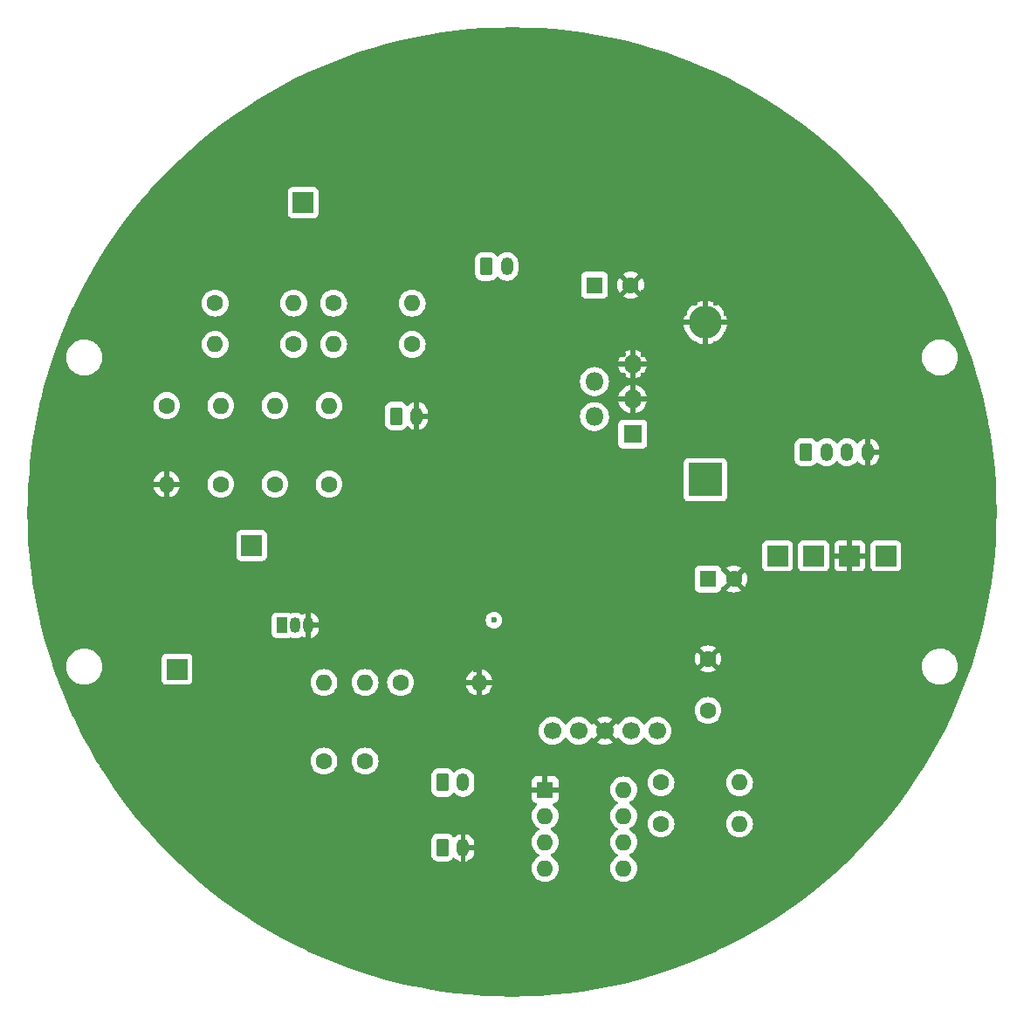
<source format=gbr>
%TF.GenerationSoftware,KiCad,Pcbnew,8.0.5*%
%TF.CreationDate,2025-04-28T01:24:49-04:00*%
%TF.ProjectId,CanSat_Power_Management_Board,43616e53-6174-45f5-906f-7765725f4d61,rev?*%
%TF.SameCoordinates,Original*%
%TF.FileFunction,Copper,L2,Inr*%
%TF.FilePolarity,Positive*%
%FSLAX46Y46*%
G04 Gerber Fmt 4.6, Leading zero omitted, Abs format (unit mm)*
G04 Created by KiCad (PCBNEW 8.0.5) date 2025-04-28 01:24:49*
%MOMM*%
%LPD*%
G01*
G04 APERTURE LIST*
G04 Aperture macros list*
%AMRoundRect*
0 Rectangle with rounded corners*
0 $1 Rounding radius*
0 $2 $3 $4 $5 $6 $7 $8 $9 X,Y pos of 4 corners*
0 Add a 4 corners polygon primitive as box body*
4,1,4,$2,$3,$4,$5,$6,$7,$8,$9,$2,$3,0*
0 Add four circle primitives for the rounded corners*
1,1,$1+$1,$2,$3*
1,1,$1+$1,$4,$5*
1,1,$1+$1,$6,$7*
1,1,$1+$1,$8,$9*
0 Add four rect primitives between the rounded corners*
20,1,$1+$1,$2,$3,$4,$5,0*
20,1,$1+$1,$4,$5,$6,$7,0*
20,1,$1+$1,$6,$7,$8,$9,0*
20,1,$1+$1,$8,$9,$2,$3,0*%
G04 Aperture macros list end*
%TA.AperFunction,ComponentPad*%
%ADD10R,1.600000X1.600000*%
%TD*%
%TA.AperFunction,ComponentPad*%
%ADD11C,1.600000*%
%TD*%
%TA.AperFunction,ComponentPad*%
%ADD12R,2.000000X2.000000*%
%TD*%
%TA.AperFunction,ComponentPad*%
%ADD13O,1.600000X1.600000*%
%TD*%
%TA.AperFunction,ComponentPad*%
%ADD14R,3.200000X3.200000*%
%TD*%
%TA.AperFunction,ComponentPad*%
%ADD15O,3.200000X3.200000*%
%TD*%
%TA.AperFunction,ComponentPad*%
%ADD16RoundRect,0.250000X-0.350000X-0.625000X0.350000X-0.625000X0.350000X0.625000X-0.350000X0.625000X0*%
%TD*%
%TA.AperFunction,ComponentPad*%
%ADD17O,1.200000X1.750000*%
%TD*%
%TA.AperFunction,ComponentPad*%
%ADD18C,1.700000*%
%TD*%
%TA.AperFunction,ComponentPad*%
%ADD19R,1.050000X1.500000*%
%TD*%
%TA.AperFunction,ComponentPad*%
%ADD20O,1.050000X1.500000*%
%TD*%
%TA.AperFunction,ComponentPad*%
%ADD21R,1.800000X1.800000*%
%TD*%
%TA.AperFunction,ComponentPad*%
%ADD22O,1.800000X1.800000*%
%TD*%
%TA.AperFunction,ViaPad*%
%ADD23C,0.600000*%
%TD*%
G04 APERTURE END LIST*
D10*
%TO.N,Net-(U3-THR)*%
%TO.C,C9*%
X169000000Y-106500000D03*
D11*
%TO.N,GND*%
X171500000Y-106500000D03*
%TD*%
D12*
%TO.N,/5V*%
%TO.C,TP4*%
X186250000Y-104250000D03*
%TD*%
D11*
%TO.N,Net-(J4-Pin_1)*%
%TO.C,R9*%
X135750000Y-124157500D03*
D13*
%TO.N,Net-(Q1-G)*%
X135750000Y-116537500D03*
%TD*%
D11*
%TO.N,Net-(R1-Pad1)*%
%TO.C,R1*%
X116500000Y-89690000D03*
D13*
%TO.N,GND*%
X116500000Y-97310000D03*
%TD*%
D10*
%TO.N,GND*%
%TO.C,U3*%
X153200000Y-126950000D03*
D13*
%TO.N,Net-(U3-THR)*%
X153200000Y-129490000D03*
%TO.N,Net-(U3-Q)*%
X153200000Y-132030000D03*
%TO.N,/5V*%
X153200000Y-134570000D03*
%TO.N,Net-(U3-CV)*%
X160820000Y-134570000D03*
%TO.N,Net-(U3-THR)*%
X160820000Y-132030000D03*
%TO.N,Net-(BZ1-Aux)*%
X160820000Y-129490000D03*
%TO.N,/5V*%
X160820000Y-126950000D03*
%TD*%
D12*
%TO.N,Net-(Q1-G)*%
%TO.C,TP5*%
X117500000Y-115250000D03*
%TD*%
D10*
%TO.N,3.3V*%
%TO.C,Cout5*%
X158000000Y-78000000D03*
D11*
%TO.N,GND*%
X161500000Y-78000000D03*
%TD*%
%TO.N,Net-(R5-Pad2)*%
%TO.C,R6*%
X121190000Y-79750000D03*
D13*
%TO.N,ADC*%
X128810000Y-79750000D03*
%TD*%
D14*
%TO.N,/OUT*%
%TO.C,D1*%
X168750000Y-96870000D03*
D15*
%TO.N,GND*%
X168750000Y-81630000D03*
%TD*%
D11*
%TO.N,Net-(U3-CV)*%
%TO.C,C8*%
X169000000Y-119250000D03*
%TO.N,GND*%
X169000000Y-114250000D03*
%TD*%
%TO.N,Net-(J4-Pin_1)*%
%TO.C,R11*%
X131750000Y-124157500D03*
D13*
%TO.N,Net-(Q1-D)*%
X131750000Y-116537500D03*
%TD*%
D11*
%TO.N,Net-(R4-Pad2)*%
%TO.C,R5*%
X128810000Y-83750000D03*
D13*
%TO.N,Net-(R5-Pad2)*%
X121190000Y-83750000D03*
%TD*%
D12*
%TO.N,3.3V*%
%TO.C,TP3*%
X175750000Y-104250000D03*
%TD*%
%TO.N,GND*%
%TO.C,TP7*%
X182750000Y-104250000D03*
%TD*%
D11*
%TO.N,Net-(R7-Pad2)*%
%TO.C,R8*%
X140310000Y-83750000D03*
D13*
%TO.N,7.4V*%
X132690000Y-83750000D03*
%TD*%
D16*
%TO.N,Net-(J4-Pin_2)*%
%TO.C,J5*%
X143250000Y-132550000D03*
D17*
%TO.N,GND*%
X145250000Y-132550000D03*
%TD*%
D18*
%TO.N,Net-(BZ1-Aux)*%
%TO.C,BZ1*%
X153920000Y-121230000D03*
%TO.N,/5V*%
X156460000Y-121230000D03*
%TO.N,GND*%
X159000000Y-121230000D03*
%TO.N,unconnected-(BZ1-B-Pad4)*%
X161540000Y-121230000D03*
%TO.N,unconnected-(BZ1-Pad5)*%
X164080000Y-121230000D03*
%TD*%
D16*
%TO.N,3.3V*%
%TO.C,J3*%
X178500000Y-94200000D03*
D17*
%TO.N,7.4V*%
X180500000Y-94200000D03*
%TO.N,ADC*%
X182500000Y-94200000D03*
%TO.N,GND*%
X184500000Y-94200000D03*
%TD*%
D12*
%TO.N,Net-(Q1-D)*%
%TO.C,TP6*%
X124750000Y-103250000D03*
%TD*%
D16*
%TO.N,7.4V*%
%TO.C,J1*%
X147500000Y-76200000D03*
D17*
%TO.N,Net-(J1-Pin_2)*%
X149500000Y-76200000D03*
%TD*%
D19*
%TO.N,Net-(Q1-D)*%
%TO.C,Q1*%
X127710000Y-111000000D03*
D20*
%TO.N,Net-(Q1-G)*%
X128980000Y-111000000D03*
%TO.N,GND*%
X130250000Y-111000000D03*
%TD*%
D21*
%TO.N,7.4V*%
%TO.C,U1*%
X161700000Y-92450000D03*
D22*
%TO.N,/OUT*%
X158000000Y-90750000D03*
%TO.N,GND*%
X161700000Y-89050000D03*
%TO.N,3.3V*%
X158000000Y-87350000D03*
%TO.N,GND*%
X161700000Y-85650000D03*
%TD*%
D11*
%TO.N,/5V*%
%TO.C,R12*%
X164440000Y-126250000D03*
D13*
%TO.N,Net-(U3-THR)*%
X172060000Y-126250000D03*
%TD*%
D11*
%TO.N,Net-(U3-THR)*%
%TO.C,R13*%
X164440000Y-130250000D03*
D13*
%TO.N,Net-(U3-Q)*%
X172060000Y-130250000D03*
%TD*%
D11*
%TO.N,Net-(R2-Pad1)*%
%TO.C,R3*%
X127000000Y-97310000D03*
D13*
%TO.N,Net-(R1-Pad1)*%
X127000000Y-89690000D03*
%TD*%
D11*
%TO.N,Net-(R2-Pad1)*%
%TO.C,R4*%
X132250000Y-97310000D03*
D13*
%TO.N,Net-(R4-Pad2)*%
X132250000Y-89690000D03*
%TD*%
D11*
%TO.N,ADC*%
%TO.C,R7*%
X132690000Y-79750000D03*
D13*
%TO.N,Net-(R7-Pad2)*%
X140310000Y-79750000D03*
%TD*%
D11*
%TO.N,Net-(R2-Pad1)*%
%TO.C,R2*%
X121750000Y-97310000D03*
D13*
%TO.N,Net-(R1-Pad1)*%
X121750000Y-89690000D03*
%TD*%
D11*
%TO.N,Net-(Q1-G)*%
%TO.C,R10*%
X139190000Y-116537500D03*
D13*
%TO.N,GND*%
X146810000Y-116537500D03*
%TD*%
D16*
%TO.N,Net-(J1-Pin_2)*%
%TO.C,J2*%
X138750000Y-90700000D03*
D17*
%TO.N,GND*%
X140750000Y-90700000D03*
%TD*%
D16*
%TO.N,Net-(J4-Pin_1)*%
%TO.C,J4*%
X143250000Y-126250000D03*
D17*
%TO.N,Net-(J4-Pin_2)*%
X145250000Y-126250000D03*
%TD*%
D12*
%TO.N,7.4V*%
%TO.C,TP2*%
X179250000Y-104250000D03*
%TD*%
%TO.N,ADC*%
%TO.C,TP1*%
X129750000Y-70000000D03*
%TD*%
D23*
%TO.N,GND*%
X166250000Y-99500000D03*
X129250000Y-100500000D03*
X173250000Y-75750000D03*
X173000000Y-98750000D03*
X165500000Y-99500000D03*
X163250000Y-99500000D03*
X176500000Y-92700000D03*
X150500000Y-103500000D03*
X169250000Y-99500000D03*
X149500000Y-107250000D03*
X147250000Y-112250000D03*
X150500000Y-116250000D03*
X141250000Y-100500000D03*
X148750000Y-81750000D03*
X149500000Y-119250000D03*
X154000000Y-77250000D03*
X164750000Y-78750000D03*
X148000000Y-99500000D03*
X168500000Y-99500000D03*
X142750000Y-100500000D03*
X148000000Y-82500000D03*
X160000000Y-75750000D03*
X167750000Y-85750000D03*
X171750000Y-89750000D03*
X173000000Y-97250000D03*
X156250000Y-75750000D03*
X157250000Y-100500000D03*
X180000000Y-79500000D03*
X159250000Y-75000000D03*
X160750000Y-86750000D03*
X132250000Y-100500000D03*
X127000000Y-100500000D03*
X127750000Y-100500000D03*
X167750000Y-100500000D03*
X150500000Y-118500000D03*
X136750000Y-100500000D03*
X145750000Y-99500000D03*
X154000000Y-76500000D03*
X144250000Y-100500000D03*
X144250000Y-90750000D03*
X161750000Y-99500000D03*
X170750000Y-100500000D03*
X161500000Y-75000000D03*
X128500000Y-100500000D03*
X171750000Y-85750000D03*
X164000000Y-99500000D03*
X139750000Y-100500000D03*
X150500000Y-117000000D03*
X151250000Y-100500000D03*
X158500000Y-75000000D03*
X178750000Y-91200000D03*
X149500000Y-116250000D03*
X180000000Y-78750000D03*
X170750000Y-86750000D03*
X145000000Y-97250000D03*
X178750000Y-91950000D03*
X173750000Y-97250000D03*
X156500000Y-100500000D03*
X137500000Y-100500000D03*
X143500000Y-99500000D03*
X154250000Y-100500000D03*
X151000000Y-80250000D03*
X144250000Y-97250000D03*
X171750000Y-87750000D03*
X144250000Y-90000000D03*
X163250000Y-100500000D03*
X180000000Y-84000000D03*
X145000000Y-87000000D03*
X144250000Y-87000000D03*
X159500000Y-99500000D03*
X146500000Y-84000000D03*
X168750000Y-78750000D03*
X151000000Y-79500000D03*
X130000000Y-99500000D03*
X162750000Y-86750000D03*
X165750000Y-79750000D03*
X132250000Y-99500000D03*
X162750000Y-80750000D03*
X158000000Y-99500000D03*
X166000000Y-75750000D03*
X175500000Y-75000000D03*
X146500000Y-84750000D03*
X149500000Y-120000000D03*
X150500000Y-114750000D03*
X172250000Y-99500000D03*
X144250000Y-87750000D03*
X177000000Y-75750000D03*
X180000000Y-84750000D03*
X174000000Y-75000000D03*
X180000000Y-85500000D03*
X163750000Y-81750000D03*
X144250000Y-94250000D03*
X170750000Y-84750000D03*
X165750000Y-81750000D03*
X169250000Y-100500000D03*
X149500000Y-81000000D03*
X145250000Y-114250000D03*
X136750000Y-99500000D03*
X149500000Y-117000000D03*
X167750000Y-89750000D03*
X177250000Y-92950000D03*
X179250000Y-81000000D03*
X178500000Y-75000000D03*
X161000000Y-99500000D03*
X180000000Y-81750000D03*
X150250000Y-81000000D03*
X148250000Y-117250000D03*
X164750000Y-99500000D03*
X160750000Y-84750000D03*
X127000000Y-99500000D03*
X126250000Y-100500000D03*
X175750000Y-93200000D03*
X146500000Y-99500000D03*
X145000000Y-94250000D03*
X166750000Y-84750000D03*
X179250000Y-84750000D03*
X166750000Y-82750000D03*
X149500000Y-109500000D03*
X150500000Y-102750000D03*
X159500000Y-100500000D03*
X152500000Y-78750000D03*
X149500000Y-99500000D03*
X170000000Y-99500000D03*
X148750000Y-100500000D03*
X163000000Y-75000000D03*
X162250000Y-75000000D03*
X150250000Y-80250000D03*
X158500000Y-75750000D03*
X156250000Y-75000000D03*
X150500000Y-120750000D03*
X179250000Y-83250000D03*
X174000000Y-75750000D03*
X149500000Y-108000000D03*
X127500000Y-76250000D03*
X149500000Y-110250000D03*
X139000000Y-99500000D03*
X145000000Y-96500000D03*
X168750000Y-86750000D03*
X162500000Y-99500000D03*
X150500000Y-110250000D03*
X144250000Y-91500000D03*
X163750000Y-79750000D03*
X180000000Y-75750000D03*
X169750000Y-87750000D03*
X161750000Y-87750000D03*
X169750000Y-83750000D03*
X154750000Y-75750000D03*
X170750000Y-88750000D03*
X140500000Y-99500000D03*
X179250000Y-78000000D03*
X167000000Y-99500000D03*
X145750000Y-85500000D03*
X145000000Y-98000000D03*
X163750000Y-75750000D03*
X173750000Y-100500000D03*
X178000000Y-92450000D03*
X141250000Y-99500000D03*
X150500000Y-101250000D03*
X165750000Y-83750000D03*
X164000000Y-100500000D03*
X150500000Y-107250000D03*
X145000000Y-87750000D03*
X144250000Y-88500000D03*
X147250000Y-114250000D03*
X165250000Y-75000000D03*
X152000000Y-100500000D03*
X164750000Y-100500000D03*
X170750000Y-80750000D03*
X146250000Y-113250000D03*
X151750000Y-79500000D03*
X180000000Y-80250000D03*
X150500000Y-111000000D03*
X134500000Y-100500000D03*
X160750000Y-82750000D03*
X142000000Y-100500000D03*
X149500000Y-100500000D03*
X151750000Y-78750000D03*
X155750000Y-100500000D03*
X149500000Y-105000000D03*
X173750000Y-96500000D03*
X144250000Y-96500000D03*
X145000000Y-88500000D03*
X145000000Y-89250000D03*
X180000000Y-82500000D03*
X150500000Y-119250000D03*
X178000000Y-91700000D03*
X161750000Y-79750000D03*
X149500000Y-117750000D03*
X159250000Y-75750000D03*
X147250000Y-99500000D03*
X179400000Y-89200000D03*
X133000000Y-100500000D03*
X171000000Y-75750000D03*
X145000000Y-92250000D03*
X173000000Y-100500000D03*
X171750000Y-75750000D03*
X174750000Y-75750000D03*
X148750000Y-82500000D03*
X157750000Y-75000000D03*
X171750000Y-75000000D03*
X179250000Y-77250000D03*
X177250000Y-92200000D03*
X152000000Y-99500000D03*
X167000000Y-100500000D03*
X145250000Y-116250000D03*
X143250000Y-114250000D03*
X138250000Y-99500000D03*
X179250000Y-75750000D03*
X146500000Y-100500000D03*
X164750000Y-88750000D03*
X164750000Y-82750000D03*
X138250000Y-100500000D03*
X179250000Y-76500000D03*
X130000000Y-100500000D03*
X168500000Y-100500000D03*
X146500000Y-115250000D03*
X164500000Y-75000000D03*
X155500000Y-75750000D03*
X155750000Y-99500000D03*
X142750000Y-99500000D03*
X176250000Y-75000000D03*
X145000000Y-100500000D03*
X144250000Y-89250000D03*
X179250000Y-79500000D03*
X180000000Y-76500000D03*
X147250000Y-84000000D03*
X145000000Y-90750000D03*
X179400000Y-90700000D03*
X173000000Y-96500000D03*
X142000000Y-99500000D03*
X145000000Y-90000000D03*
X135250000Y-99500000D03*
X173000000Y-95000000D03*
X171000000Y-75000000D03*
X177750000Y-75750000D03*
X127750000Y-99500000D03*
X157000000Y-75000000D03*
X133000000Y-99500000D03*
X163750000Y-89750000D03*
X145000000Y-91500000D03*
X145750000Y-84750000D03*
X148750000Y-99500000D03*
X150500000Y-115500000D03*
X155500000Y-75000000D03*
X179250000Y-81750000D03*
X180000000Y-78000000D03*
X144250000Y-115250000D03*
X150500000Y-102000000D03*
X170750000Y-99500000D03*
X180000000Y-81000000D03*
X163750000Y-75000000D03*
X157000000Y-75750000D03*
X150500000Y-104250000D03*
X174750000Y-75000000D03*
X147250000Y-83250000D03*
X135250000Y-100500000D03*
X160750000Y-75750000D03*
X145000000Y-98750000D03*
X152750000Y-99500000D03*
X161750000Y-100500000D03*
X133750000Y-100500000D03*
X130750000Y-100500000D03*
X176500000Y-93450000D03*
X148250000Y-115250000D03*
X176250000Y-75750000D03*
X143500000Y-100500000D03*
X145000000Y-85500000D03*
X134500000Y-99500000D03*
X149500000Y-120750000D03*
X167750000Y-83750000D03*
X150500000Y-108000000D03*
X177750000Y-75000000D03*
X139000000Y-100500000D03*
X145750000Y-100500000D03*
X165750000Y-89750000D03*
X139750000Y-99500000D03*
X150500000Y-109500000D03*
X167750000Y-99500000D03*
X173000000Y-95750000D03*
X154250000Y-99500000D03*
X179250000Y-82500000D03*
X157250000Y-99500000D03*
X179250000Y-75000000D03*
X169750000Y-79750000D03*
X162750000Y-78750000D03*
X166750000Y-78750000D03*
X145000000Y-95750000D03*
X160250000Y-99500000D03*
X177000000Y-75000000D03*
X164500000Y-75750000D03*
X149500000Y-105750000D03*
X160000000Y-75000000D03*
X171750000Y-81750000D03*
X144250000Y-92250000D03*
X153250000Y-77250000D03*
X144250000Y-95750000D03*
X153500000Y-100500000D03*
X149500000Y-115500000D03*
X149500000Y-101250000D03*
X160750000Y-75000000D03*
X155000000Y-99500000D03*
X153250000Y-78000000D03*
X144250000Y-98750000D03*
X173250000Y-75000000D03*
X130750000Y-99500000D03*
X179250000Y-80250000D03*
X145000000Y-86250000D03*
X150500000Y-105750000D03*
X149500000Y-102750000D03*
X178500000Y-75750000D03*
X170250000Y-75000000D03*
X148000000Y-83250000D03*
X175500000Y-75750000D03*
X152500000Y-78000000D03*
X150500000Y-117750000D03*
X150500000Y-120000000D03*
X163750000Y-77750000D03*
X166750000Y-88750000D03*
X167750000Y-77750000D03*
X173750000Y-98750000D03*
X172750000Y-86750000D03*
X166750000Y-80750000D03*
X149500000Y-103500000D03*
X180000000Y-77250000D03*
X170250000Y-75750000D03*
X149500000Y-114000000D03*
X173000000Y-98000000D03*
X166250000Y-100500000D03*
X158750000Y-99500000D03*
X144250000Y-95000000D03*
X152750000Y-100500000D03*
X143250000Y-116250000D03*
X171500000Y-100500000D03*
X163750000Y-87750000D03*
X162250000Y-75750000D03*
X161750000Y-83750000D03*
X156500000Y-99500000D03*
X161000000Y-100500000D03*
X158750000Y-100500000D03*
X165250000Y-75750000D03*
X169500000Y-75000000D03*
X167750000Y-79750000D03*
X145000000Y-95000000D03*
X149500000Y-118500000D03*
X180000000Y-83250000D03*
X136000000Y-99500000D03*
X163750000Y-85750000D03*
X173000000Y-99500000D03*
X179400000Y-89950000D03*
X158000000Y-100500000D03*
X162750000Y-84750000D03*
X155000000Y-100500000D03*
X163000000Y-75750000D03*
X173750000Y-83750000D03*
X144250000Y-98000000D03*
X150500000Y-108750000D03*
X145000000Y-99500000D03*
X149500000Y-113250000D03*
X153500000Y-99500000D03*
X126250000Y-99500000D03*
X179250000Y-84000000D03*
X136000000Y-100500000D03*
X165500000Y-100500000D03*
X170750000Y-82750000D03*
X128500000Y-99500000D03*
X144250000Y-99500000D03*
X168750000Y-84750000D03*
X150500000Y-106500000D03*
X131500000Y-100500000D03*
X172250000Y-100500000D03*
X131500000Y-99500000D03*
X148250000Y-113250000D03*
X171750000Y-83750000D03*
X144250000Y-117250000D03*
X160250000Y-100500000D03*
X140500000Y-100500000D03*
X172750000Y-82750000D03*
X161500000Y-75750000D03*
X147250000Y-100500000D03*
X151250000Y-99500000D03*
X149500000Y-108750000D03*
X173750000Y-98000000D03*
X148000000Y-100500000D03*
X157750000Y-75750000D03*
X162500000Y-100500000D03*
X150500000Y-100500000D03*
X149500000Y-104250000D03*
X149500000Y-114750000D03*
X173750000Y-95000000D03*
X133750000Y-99500000D03*
X165750000Y-77750000D03*
X149500000Y-106500000D03*
X173750000Y-99500000D03*
X170000000Y-100500000D03*
X169750000Y-85750000D03*
X173750000Y-95750000D03*
X144250000Y-86250000D03*
X172500000Y-75750000D03*
X164750000Y-80750000D03*
X150500000Y-114000000D03*
X179250000Y-78750000D03*
X165750000Y-87750000D03*
X172500000Y-75000000D03*
X137500000Y-99500000D03*
X129250000Y-99500000D03*
X164750000Y-86750000D03*
X150500000Y-99500000D03*
X154750000Y-76500000D03*
X171500000Y-99500000D03*
X149500000Y-81750000D03*
X150500000Y-105000000D03*
X149500000Y-102000000D03*
%TO.N,/5V*%
X148250000Y-110500000D03*
%TO.N,GND*%
X180000000Y-75000000D03*
%TD*%
%TA.AperFunction,Conductor*%
%TO.N,GND*%
G36*
X151365219Y-53020357D02*
G01*
X151368718Y-53020459D01*
X152731033Y-53079939D01*
X152734536Y-53080144D01*
X154094469Y-53179215D01*
X154098054Y-53179528D01*
X155454574Y-53318116D01*
X155458058Y-53318524D01*
X156809979Y-53496508D01*
X156813477Y-53497020D01*
X158159653Y-53714249D01*
X158163073Y-53714852D01*
X159502379Y-53971145D01*
X159505827Y-53971857D01*
X160837081Y-54266990D01*
X160840589Y-54267821D01*
X162162651Y-54601536D01*
X162166096Y-54602459D01*
X163477897Y-54974486D01*
X163481265Y-54975494D01*
X164675262Y-55351959D01*
X164781749Y-55385535D01*
X164785172Y-55386670D01*
X166073065Y-55834322D01*
X166076417Y-55835541D01*
X167350841Y-56320498D01*
X167354166Y-56321819D01*
X168613931Y-56843631D01*
X168617169Y-56845028D01*
X169678843Y-57321421D01*
X169861191Y-57403244D01*
X169864460Y-57404768D01*
X171091756Y-57998947D01*
X171094913Y-58000533D01*
X171787546Y-58361095D01*
X172304354Y-58630129D01*
X172307529Y-58631840D01*
X172985681Y-59010328D01*
X173498217Y-59296383D01*
X173501304Y-59298166D01*
X174672095Y-59997021D01*
X174675122Y-59998888D01*
X174885645Y-60133006D01*
X175825117Y-60731516D01*
X175828118Y-60733489D01*
X176956327Y-61499259D01*
X176959275Y-61501324D01*
X178064737Y-62299587D01*
X178067552Y-62301683D01*
X179149331Y-63131761D01*
X179152124Y-63133969D01*
X179569402Y-63473888D01*
X180209309Y-63995164D01*
X180212072Y-63997483D01*
X181243718Y-64889024D01*
X181246412Y-64891422D01*
X182251672Y-65812574D01*
X182254296Y-65815049D01*
X183232371Y-66765078D01*
X183234921Y-66767628D01*
X184184950Y-67745703D01*
X184187425Y-67748327D01*
X185108577Y-68753587D01*
X185110975Y-68756281D01*
X186002516Y-69787927D01*
X186004835Y-69790690D01*
X186866016Y-70847857D01*
X186868245Y-70850677D01*
X187698308Y-71932436D01*
X187700420Y-71935273D01*
X188242524Y-72685997D01*
X188498671Y-73040718D01*
X188500740Y-73043672D01*
X189266501Y-74171868D01*
X189268483Y-74174882D01*
X190001098Y-75324856D01*
X190002989Y-75327924D01*
X190120616Y-75524983D01*
X190701822Y-76498677D01*
X190703626Y-76501800D01*
X191368159Y-77692470D01*
X191369870Y-77695645D01*
X191999449Y-78905053D01*
X192001068Y-78908276D01*
X192595231Y-80135539D01*
X192596755Y-80138808D01*
X193154955Y-81382793D01*
X193156384Y-81386105D01*
X193678174Y-82645819D01*
X193679506Y-82649171D01*
X194164451Y-83923564D01*
X194165684Y-83926954D01*
X194613329Y-85214827D01*
X194614464Y-85218250D01*
X195024492Y-86518691D01*
X195025526Y-86522147D01*
X195397534Y-87833883D01*
X195398468Y-87837367D01*
X195732177Y-89159409D01*
X195733009Y-89162918D01*
X196028133Y-90494130D01*
X196028862Y-90497663D01*
X196077149Y-90749993D01*
X196280766Y-91814032D01*
X196285135Y-91836860D01*
X196285759Y-91840401D01*
X196313097Y-92009814D01*
X196502973Y-93186486D01*
X196503496Y-93190055D01*
X196681469Y-94541892D01*
X196681888Y-94545474D01*
X196820470Y-95901941D01*
X196820784Y-95905534D01*
X196919852Y-97265413D01*
X196920062Y-97269014D01*
X196979538Y-98631228D01*
X196979643Y-98634834D01*
X196999473Y-99998197D01*
X196999473Y-100001803D01*
X196979643Y-101365165D01*
X196979538Y-101368771D01*
X196920062Y-102730985D01*
X196919852Y-102734586D01*
X196820784Y-104094465D01*
X196820470Y-104098058D01*
X196681888Y-105454525D01*
X196681469Y-105458107D01*
X196503496Y-106809944D01*
X196502973Y-106813513D01*
X196285761Y-108159587D01*
X196285135Y-108163139D01*
X196028862Y-109502336D01*
X196028133Y-109505869D01*
X195733009Y-110837081D01*
X195732177Y-110840590D01*
X195398468Y-112162632D01*
X195397534Y-112166116D01*
X195025526Y-113477852D01*
X195024492Y-113481308D01*
X194614464Y-114781749D01*
X194613329Y-114785172D01*
X194165684Y-116073045D01*
X194164451Y-116076435D01*
X193679506Y-117350828D01*
X193678174Y-117354180D01*
X193156384Y-118613894D01*
X193154955Y-118617206D01*
X192596755Y-119861191D01*
X192595231Y-119864460D01*
X192001068Y-121091723D01*
X191999449Y-121094946D01*
X191369870Y-122304354D01*
X191368159Y-122307529D01*
X190703626Y-123498199D01*
X190701822Y-123501322D01*
X190002991Y-124672073D01*
X190001098Y-124675143D01*
X189268483Y-125825117D01*
X189266501Y-125828131D01*
X188500740Y-126956327D01*
X188498671Y-126959281D01*
X187700441Y-128064698D01*
X187698287Y-128067591D01*
X186868253Y-129149312D01*
X186866016Y-129152142D01*
X186004835Y-130209309D01*
X186002516Y-130212072D01*
X185110975Y-131243718D01*
X185108577Y-131246412D01*
X184187425Y-132251672D01*
X184184950Y-132254296D01*
X183234921Y-133232371D01*
X183232371Y-133234921D01*
X182254296Y-134184950D01*
X182251672Y-134187425D01*
X181246412Y-135108577D01*
X181243718Y-135110975D01*
X180212072Y-136002516D01*
X180209309Y-136004835D01*
X179152142Y-136866016D01*
X179149312Y-136868253D01*
X178067591Y-137698287D01*
X178064698Y-137700441D01*
X176959281Y-138498671D01*
X176956327Y-138500740D01*
X175828131Y-139266501D01*
X175825117Y-139268483D01*
X174675143Y-140001098D01*
X174672073Y-140002991D01*
X173501322Y-140701822D01*
X173498199Y-140703626D01*
X172307529Y-141368159D01*
X172304354Y-141369870D01*
X171094946Y-141999449D01*
X171091723Y-142001068D01*
X169864460Y-142595231D01*
X169861191Y-142596755D01*
X168617206Y-143154955D01*
X168613894Y-143156384D01*
X167354180Y-143678174D01*
X167350828Y-143679506D01*
X166076435Y-144164451D01*
X166073045Y-144165684D01*
X164785172Y-144613329D01*
X164781749Y-144614464D01*
X163481308Y-145024492D01*
X163477852Y-145025526D01*
X162166116Y-145397534D01*
X162162632Y-145398468D01*
X160840590Y-145732177D01*
X160837081Y-145733009D01*
X159505869Y-146028133D01*
X159502336Y-146028862D01*
X158163139Y-146285135D01*
X158159587Y-146285761D01*
X156813513Y-146502973D01*
X156809944Y-146503496D01*
X155458107Y-146681469D01*
X155454525Y-146681888D01*
X154098058Y-146820470D01*
X154094465Y-146820784D01*
X152734586Y-146919852D01*
X152730985Y-146920062D01*
X151368771Y-146979538D01*
X151365165Y-146979643D01*
X150001803Y-146999473D01*
X149998197Y-146999473D01*
X148634834Y-146979643D01*
X148631228Y-146979538D01*
X147269014Y-146920062D01*
X147265413Y-146919852D01*
X145905534Y-146820784D01*
X145901941Y-146820470D01*
X144545474Y-146681888D01*
X144541892Y-146681469D01*
X143190055Y-146503496D01*
X143186486Y-146502973D01*
X142280420Y-146356763D01*
X141840401Y-146285759D01*
X141836871Y-146285137D01*
X141118656Y-146147697D01*
X140497663Y-146028862D01*
X140494130Y-146028133D01*
X139162918Y-145733009D01*
X139159409Y-145732177D01*
X137837367Y-145398468D01*
X137833883Y-145397534D01*
X136522147Y-145025526D01*
X136518691Y-145024492D01*
X135218250Y-144614464D01*
X135214827Y-144613329D01*
X133926954Y-144165684D01*
X133923564Y-144164451D01*
X132649171Y-143679506D01*
X132645819Y-143678174D01*
X131386105Y-143156384D01*
X131382793Y-143154955D01*
X130138808Y-142596755D01*
X130135539Y-142595231D01*
X128908276Y-142001068D01*
X128905053Y-141999449D01*
X127695645Y-141369870D01*
X127692470Y-141368159D01*
X126501800Y-140703626D01*
X126498677Y-140701822D01*
X125327926Y-140002991D01*
X125324856Y-140001098D01*
X124174882Y-139268483D01*
X124171868Y-139266501D01*
X123043672Y-138500740D01*
X123040718Y-138498671D01*
X122710338Y-138260101D01*
X121935273Y-137700420D01*
X121932436Y-137698308D01*
X120850677Y-136868245D01*
X120847857Y-136866016D01*
X119790690Y-136004835D01*
X119787927Y-136002516D01*
X118756281Y-135110975D01*
X118753587Y-135108577D01*
X117748327Y-134187425D01*
X117745703Y-134184950D01*
X116767628Y-133234921D01*
X116765078Y-133232371D01*
X115815049Y-132254296D01*
X115812574Y-132251672D01*
X115467402Y-131874983D01*
X142149500Y-131874983D01*
X142149500Y-133225001D01*
X142149501Y-133225018D01*
X142160000Y-133327796D01*
X142160001Y-133327799D01*
X142196992Y-133439429D01*
X142215186Y-133494334D01*
X142307288Y-133643656D01*
X142431344Y-133767712D01*
X142580666Y-133859814D01*
X142747203Y-133914999D01*
X142849991Y-133925500D01*
X143650008Y-133925499D01*
X143650016Y-133925498D01*
X143650019Y-133925498D01*
X143706302Y-133919748D01*
X143752797Y-133914999D01*
X143919334Y-133859814D01*
X144068656Y-133767712D01*
X144192712Y-133643656D01*
X144232581Y-133579016D01*
X144284525Y-133532294D01*
X144353488Y-133521071D01*
X144417570Y-133548914D01*
X144425799Y-133556434D01*
X144533397Y-133664032D01*
X144673475Y-133765804D01*
X144827744Y-133844408D01*
X144992415Y-133897914D01*
X144992414Y-133897914D01*
X144999999Y-133899115D01*
X145000000Y-133899114D01*
X145000000Y-132830330D01*
X145019745Y-132850075D01*
X145105255Y-132899444D01*
X145200630Y-132925000D01*
X145299370Y-132925000D01*
X145394745Y-132899444D01*
X145480255Y-132850075D01*
X145500000Y-132830330D01*
X145500000Y-133899115D01*
X145507584Y-133897914D01*
X145672255Y-133844408D01*
X145826524Y-133765804D01*
X145966602Y-133664032D01*
X146089032Y-133541602D01*
X146190804Y-133401524D01*
X146269408Y-133247257D01*
X146322914Y-133082584D01*
X146350000Y-132911571D01*
X146350000Y-132800000D01*
X145530330Y-132800000D01*
X145550075Y-132780255D01*
X145599444Y-132694745D01*
X145625000Y-132599370D01*
X145625000Y-132500630D01*
X145599444Y-132405255D01*
X145550075Y-132319745D01*
X145530330Y-132300000D01*
X146350000Y-132300000D01*
X146350000Y-132188428D01*
X146322914Y-132017415D01*
X146269408Y-131852742D01*
X146190804Y-131698475D01*
X146089032Y-131558397D01*
X145966602Y-131435967D01*
X145826524Y-131334195D01*
X145672257Y-131255591D01*
X145507589Y-131202087D01*
X145507581Y-131202085D01*
X145500000Y-131200884D01*
X145500000Y-132269670D01*
X145480255Y-132249925D01*
X145394745Y-132200556D01*
X145299370Y-132175000D01*
X145200630Y-132175000D01*
X145105255Y-132200556D01*
X145019745Y-132249925D01*
X145000000Y-132269670D01*
X145000000Y-131200884D01*
X144999999Y-131200884D01*
X144992418Y-131202085D01*
X144992410Y-131202087D01*
X144827742Y-131255591D01*
X144673475Y-131334195D01*
X144533401Y-131435964D01*
X144425799Y-131543566D01*
X144364476Y-131577050D01*
X144294784Y-131572066D01*
X144238851Y-131530194D01*
X144232585Y-131520988D01*
X144192712Y-131456344D01*
X144068656Y-131332288D01*
X143944310Y-131255591D01*
X143919336Y-131240187D01*
X143919331Y-131240185D01*
X143917862Y-131239698D01*
X143752797Y-131185001D01*
X143752795Y-131185000D01*
X143650010Y-131174500D01*
X142849998Y-131174500D01*
X142849980Y-131174501D01*
X142747203Y-131185000D01*
X142747200Y-131185001D01*
X142580668Y-131240185D01*
X142580663Y-131240187D01*
X142431342Y-131332289D01*
X142307289Y-131456342D01*
X142215187Y-131605663D01*
X142215186Y-131605666D01*
X142160001Y-131772203D01*
X142160001Y-131772204D01*
X142160000Y-131772204D01*
X142149500Y-131874983D01*
X115467402Y-131874983D01*
X114891422Y-131246412D01*
X114889024Y-131243718D01*
X114350502Y-130620568D01*
X113997478Y-130212066D01*
X113995164Y-130209309D01*
X113940930Y-130142732D01*
X113409205Y-129489998D01*
X151894532Y-129489998D01*
X151894532Y-129490001D01*
X151914364Y-129716686D01*
X151914366Y-129716697D01*
X151973258Y-129936488D01*
X151973261Y-129936497D01*
X152069431Y-130142732D01*
X152069432Y-130142734D01*
X152199954Y-130329141D01*
X152360858Y-130490045D01*
X152360861Y-130490047D01*
X152547266Y-130620568D01*
X152605275Y-130647618D01*
X152657714Y-130693791D01*
X152676866Y-130760984D01*
X152656650Y-130827865D01*
X152605275Y-130872382D01*
X152547267Y-130899431D01*
X152547265Y-130899432D01*
X152360858Y-131029954D01*
X152199954Y-131190858D01*
X152069432Y-131377265D01*
X152069431Y-131377267D01*
X151973261Y-131583502D01*
X151973258Y-131583511D01*
X151914366Y-131803302D01*
X151914364Y-131803313D01*
X151894532Y-132029998D01*
X151894532Y-132030001D01*
X151914364Y-132256686D01*
X151914366Y-132256697D01*
X151973258Y-132476488D01*
X151973261Y-132476497D01*
X152069431Y-132682732D01*
X152069432Y-132682734D01*
X152199954Y-132869141D01*
X152360858Y-133030045D01*
X152360861Y-133030047D01*
X152547266Y-133160568D01*
X152605275Y-133187618D01*
X152657714Y-133233791D01*
X152676866Y-133300984D01*
X152656650Y-133367865D01*
X152605275Y-133412382D01*
X152547267Y-133439431D01*
X152547265Y-133439432D01*
X152360858Y-133569954D01*
X152199954Y-133730858D01*
X152069432Y-133917265D01*
X152069431Y-133917267D01*
X151973261Y-134123502D01*
X151973258Y-134123511D01*
X151914366Y-134343302D01*
X151914364Y-134343313D01*
X151894532Y-134569998D01*
X151894532Y-134570001D01*
X151914364Y-134796686D01*
X151914366Y-134796697D01*
X151973258Y-135016488D01*
X151973261Y-135016497D01*
X152069431Y-135222732D01*
X152069432Y-135222734D01*
X152199954Y-135409141D01*
X152360858Y-135570045D01*
X152360861Y-135570047D01*
X152547266Y-135700568D01*
X152753504Y-135796739D01*
X152973308Y-135855635D01*
X153135230Y-135869801D01*
X153199998Y-135875468D01*
X153200000Y-135875468D01*
X153200002Y-135875468D01*
X153256673Y-135870509D01*
X153426692Y-135855635D01*
X153646496Y-135796739D01*
X153852734Y-135700568D01*
X154039139Y-135570047D01*
X154200047Y-135409139D01*
X154330568Y-135222734D01*
X154426739Y-135016496D01*
X154485635Y-134796692D01*
X154505468Y-134570000D01*
X154485635Y-134343308D01*
X154426739Y-134123504D01*
X154330568Y-133917266D01*
X154200047Y-133730861D01*
X154200045Y-133730858D01*
X154039141Y-133569954D01*
X153852734Y-133439432D01*
X153852728Y-133439429D01*
X153794725Y-133412382D01*
X153742285Y-133366210D01*
X153723133Y-133299017D01*
X153743348Y-133232135D01*
X153794725Y-133187618D01*
X153852734Y-133160568D01*
X154039139Y-133030047D01*
X154200047Y-132869139D01*
X154330568Y-132682734D01*
X154426739Y-132476496D01*
X154485635Y-132256692D01*
X154505468Y-132030000D01*
X154485635Y-131803308D01*
X154432677Y-131605666D01*
X154426741Y-131583511D01*
X154426738Y-131583502D01*
X154415031Y-131558397D01*
X154330568Y-131377266D01*
X154232839Y-131237693D01*
X154200045Y-131190858D01*
X154039141Y-131029954D01*
X153852734Y-130899432D01*
X153852728Y-130899429D01*
X153794725Y-130872382D01*
X153742285Y-130826210D01*
X153723133Y-130759017D01*
X153743348Y-130692135D01*
X153794725Y-130647618D01*
X153852734Y-130620568D01*
X154039139Y-130490047D01*
X154200047Y-130329139D01*
X154330568Y-130142734D01*
X154426739Y-129936496D01*
X154485635Y-129716692D01*
X154505468Y-129490000D01*
X154485635Y-129263308D01*
X154426739Y-129043504D01*
X154330568Y-128837266D01*
X154200047Y-128650861D01*
X154200045Y-128650858D01*
X154039143Y-128489956D01*
X154013912Y-128472289D01*
X153970287Y-128417712D01*
X153963095Y-128348213D01*
X153994617Y-128285859D01*
X154054847Y-128250445D01*
X154071781Y-128247424D01*
X154107380Y-128243596D01*
X154242086Y-128193354D01*
X154242093Y-128193350D01*
X154357187Y-128107190D01*
X154357190Y-128107187D01*
X154443350Y-127992093D01*
X154443354Y-127992086D01*
X154493596Y-127857379D01*
X154493598Y-127857372D01*
X154499999Y-127797844D01*
X154500000Y-127797827D01*
X154500000Y-127200000D01*
X153515686Y-127200000D01*
X153520080Y-127195606D01*
X153572741Y-127104394D01*
X153600000Y-127002661D01*
X153600000Y-126949998D01*
X159514532Y-126949998D01*
X159514532Y-126950001D01*
X159534364Y-127176686D01*
X159534366Y-127176697D01*
X159593258Y-127396488D01*
X159593261Y-127396497D01*
X159689431Y-127602732D01*
X159689432Y-127602734D01*
X159819954Y-127789141D01*
X159980858Y-127950045D01*
X159980861Y-127950047D01*
X160167266Y-128080568D01*
X160224357Y-128107190D01*
X160225275Y-128107618D01*
X160277714Y-128153791D01*
X160296866Y-128220984D01*
X160276650Y-128287865D01*
X160225275Y-128332382D01*
X160167267Y-128359431D01*
X160167265Y-128359432D01*
X159980858Y-128489954D01*
X159819954Y-128650858D01*
X159689432Y-128837265D01*
X159689431Y-128837267D01*
X159593261Y-129043502D01*
X159593258Y-129043511D01*
X159534366Y-129263302D01*
X159534364Y-129263313D01*
X159514532Y-129489998D01*
X159514532Y-129490001D01*
X159534364Y-129716686D01*
X159534366Y-129716697D01*
X159593258Y-129936488D01*
X159593261Y-129936497D01*
X159689431Y-130142732D01*
X159689432Y-130142734D01*
X159819954Y-130329141D01*
X159980858Y-130490045D01*
X159980861Y-130490047D01*
X160167266Y-130620568D01*
X160225275Y-130647618D01*
X160277714Y-130693791D01*
X160296866Y-130760984D01*
X160276650Y-130827865D01*
X160225275Y-130872382D01*
X160167267Y-130899431D01*
X160167265Y-130899432D01*
X159980858Y-131029954D01*
X159819954Y-131190858D01*
X159689432Y-131377265D01*
X159689431Y-131377267D01*
X159593261Y-131583502D01*
X159593258Y-131583511D01*
X159534366Y-131803302D01*
X159534364Y-131803313D01*
X159514532Y-132029998D01*
X159514532Y-132030001D01*
X159534364Y-132256686D01*
X159534366Y-132256697D01*
X159593258Y-132476488D01*
X159593261Y-132476497D01*
X159689431Y-132682732D01*
X159689432Y-132682734D01*
X159819954Y-132869141D01*
X159980858Y-133030045D01*
X159980861Y-133030047D01*
X160167266Y-133160568D01*
X160225275Y-133187618D01*
X160277714Y-133233791D01*
X160296866Y-133300984D01*
X160276650Y-133367865D01*
X160225275Y-133412382D01*
X160167267Y-133439431D01*
X160167265Y-133439432D01*
X159980858Y-133569954D01*
X159819954Y-133730858D01*
X159689432Y-133917265D01*
X159689431Y-133917267D01*
X159593261Y-134123502D01*
X159593258Y-134123511D01*
X159534366Y-134343302D01*
X159534364Y-134343313D01*
X159514532Y-134569998D01*
X159514532Y-134570001D01*
X159534364Y-134796686D01*
X159534366Y-134796697D01*
X159593258Y-135016488D01*
X159593261Y-135016497D01*
X159689431Y-135222732D01*
X159689432Y-135222734D01*
X159819954Y-135409141D01*
X159980858Y-135570045D01*
X159980861Y-135570047D01*
X160167266Y-135700568D01*
X160373504Y-135796739D01*
X160593308Y-135855635D01*
X160755230Y-135869801D01*
X160819998Y-135875468D01*
X160820000Y-135875468D01*
X160820002Y-135875468D01*
X160876673Y-135870509D01*
X161046692Y-135855635D01*
X161266496Y-135796739D01*
X161472734Y-135700568D01*
X161659139Y-135570047D01*
X161820047Y-135409139D01*
X161950568Y-135222734D01*
X162046739Y-135016496D01*
X162105635Y-134796692D01*
X162125468Y-134570000D01*
X162105635Y-134343308D01*
X162046739Y-134123504D01*
X161950568Y-133917266D01*
X161820047Y-133730861D01*
X161820045Y-133730858D01*
X161659141Y-133569954D01*
X161472734Y-133439432D01*
X161472728Y-133439429D01*
X161414725Y-133412382D01*
X161362285Y-133366210D01*
X161343133Y-133299017D01*
X161363348Y-133232135D01*
X161414725Y-133187618D01*
X161472734Y-133160568D01*
X161659139Y-133030047D01*
X161820047Y-132869139D01*
X161950568Y-132682734D01*
X162046739Y-132476496D01*
X162105635Y-132256692D01*
X162125468Y-132030000D01*
X162105635Y-131803308D01*
X162052677Y-131605666D01*
X162046741Y-131583511D01*
X162046738Y-131583502D01*
X162035031Y-131558397D01*
X161950568Y-131377266D01*
X161852839Y-131237693D01*
X161820045Y-131190858D01*
X161659141Y-131029954D01*
X161472734Y-130899432D01*
X161472728Y-130899429D01*
X161414725Y-130872382D01*
X161362285Y-130826210D01*
X161343133Y-130759017D01*
X161363348Y-130692135D01*
X161414725Y-130647618D01*
X161472734Y-130620568D01*
X161659139Y-130490047D01*
X161820047Y-130329139D01*
X161875462Y-130249998D01*
X163134532Y-130249998D01*
X163134532Y-130250001D01*
X163154364Y-130476686D01*
X163154366Y-130476697D01*
X163213258Y-130696488D01*
X163213261Y-130696497D01*
X163309431Y-130902732D01*
X163309432Y-130902734D01*
X163439954Y-131089141D01*
X163600858Y-131250045D01*
X163600861Y-131250047D01*
X163787266Y-131380568D01*
X163993504Y-131476739D01*
X164213308Y-131535635D01*
X164375230Y-131549801D01*
X164439998Y-131555468D01*
X164440000Y-131555468D01*
X164440002Y-131555468D01*
X164496673Y-131550509D01*
X164666692Y-131535635D01*
X164886496Y-131476739D01*
X165092734Y-131380568D01*
X165279139Y-131250047D01*
X165440047Y-131089139D01*
X165570568Y-130902734D01*
X165666739Y-130696496D01*
X165725635Y-130476692D01*
X165745468Y-130250000D01*
X165745468Y-130249998D01*
X170754532Y-130249998D01*
X170754532Y-130250001D01*
X170774364Y-130476686D01*
X170774366Y-130476697D01*
X170833258Y-130696488D01*
X170833261Y-130696497D01*
X170929431Y-130902732D01*
X170929432Y-130902734D01*
X171059954Y-131089141D01*
X171220858Y-131250045D01*
X171220861Y-131250047D01*
X171407266Y-131380568D01*
X171613504Y-131476739D01*
X171833308Y-131535635D01*
X171995230Y-131549801D01*
X172059998Y-131555468D01*
X172060000Y-131555468D01*
X172060002Y-131555468D01*
X172116673Y-131550509D01*
X172286692Y-131535635D01*
X172506496Y-131476739D01*
X172712734Y-131380568D01*
X172899139Y-131250047D01*
X173060047Y-131089139D01*
X173190568Y-130902734D01*
X173286739Y-130696496D01*
X173345635Y-130476692D01*
X173365468Y-130250000D01*
X173345635Y-130023308D01*
X173286739Y-129803504D01*
X173190568Y-129597266D01*
X173060047Y-129410861D01*
X173060045Y-129410858D01*
X172899141Y-129249954D01*
X172712734Y-129119432D01*
X172712732Y-129119431D01*
X172506497Y-129023261D01*
X172506488Y-129023258D01*
X172286697Y-128964366D01*
X172286693Y-128964365D01*
X172286692Y-128964365D01*
X172286691Y-128964364D01*
X172286686Y-128964364D01*
X172060002Y-128944532D01*
X172059998Y-128944532D01*
X171833313Y-128964364D01*
X171833302Y-128964366D01*
X171613511Y-129023258D01*
X171613502Y-129023261D01*
X171407267Y-129119431D01*
X171407265Y-129119432D01*
X171220858Y-129249954D01*
X171059954Y-129410858D01*
X170929432Y-129597265D01*
X170929431Y-129597267D01*
X170833261Y-129803502D01*
X170833258Y-129803511D01*
X170774366Y-130023302D01*
X170774364Y-130023313D01*
X170754532Y-130249998D01*
X165745468Y-130249998D01*
X165725635Y-130023308D01*
X165666739Y-129803504D01*
X165570568Y-129597266D01*
X165440047Y-129410861D01*
X165440045Y-129410858D01*
X165279141Y-129249954D01*
X165092734Y-129119432D01*
X165092732Y-129119431D01*
X164886497Y-129023261D01*
X164886488Y-129023258D01*
X164666697Y-128964366D01*
X164666693Y-128964365D01*
X164666692Y-128964365D01*
X164666691Y-128964364D01*
X164666686Y-128964364D01*
X164440002Y-128944532D01*
X164439998Y-128944532D01*
X164213313Y-128964364D01*
X164213302Y-128964366D01*
X163993511Y-129023258D01*
X163993502Y-129023261D01*
X163787267Y-129119431D01*
X163787265Y-129119432D01*
X163600858Y-129249954D01*
X163439954Y-129410858D01*
X163309432Y-129597265D01*
X163309431Y-129597267D01*
X163213261Y-129803502D01*
X163213258Y-129803511D01*
X163154366Y-130023302D01*
X163154364Y-130023313D01*
X163134532Y-130249998D01*
X161875462Y-130249998D01*
X161950568Y-130142734D01*
X162046739Y-129936496D01*
X162105635Y-129716692D01*
X162125468Y-129490000D01*
X162105635Y-129263308D01*
X162046739Y-129043504D01*
X161950568Y-128837266D01*
X161820047Y-128650861D01*
X161820045Y-128650858D01*
X161659141Y-128489954D01*
X161472734Y-128359432D01*
X161472728Y-128359429D01*
X161414725Y-128332382D01*
X161362285Y-128286210D01*
X161343133Y-128219017D01*
X161363348Y-128152135D01*
X161414725Y-128107618D01*
X161415643Y-128107190D01*
X161472734Y-128080568D01*
X161659139Y-127950047D01*
X161820047Y-127789139D01*
X161950568Y-127602734D01*
X162046739Y-127396496D01*
X162105635Y-127176692D01*
X162124785Y-126957806D01*
X162125468Y-126950001D01*
X162125468Y-126949998D01*
X162105635Y-126723313D01*
X162105635Y-126723308D01*
X162046739Y-126503504D01*
X161950568Y-126297266D01*
X161917471Y-126249998D01*
X163134532Y-126249998D01*
X163134532Y-126250001D01*
X163154364Y-126476686D01*
X163154366Y-126476697D01*
X163213258Y-126696488D01*
X163213261Y-126696497D01*
X163309431Y-126902732D01*
X163309432Y-126902734D01*
X163439954Y-127089141D01*
X163600858Y-127250045D01*
X163600861Y-127250047D01*
X163787266Y-127380568D01*
X163993504Y-127476739D01*
X164213308Y-127535635D01*
X164375230Y-127549801D01*
X164439998Y-127555468D01*
X164440000Y-127555468D01*
X164440002Y-127555468D01*
X164496673Y-127550509D01*
X164666692Y-127535635D01*
X164886496Y-127476739D01*
X165092734Y-127380568D01*
X165279139Y-127250047D01*
X165440047Y-127089139D01*
X165570568Y-126902734D01*
X165666739Y-126696496D01*
X165725635Y-126476692D01*
X165745468Y-126250000D01*
X165745468Y-126249998D01*
X170754532Y-126249998D01*
X170754532Y-126250001D01*
X170774364Y-126476686D01*
X170774366Y-126476697D01*
X170833258Y-126696488D01*
X170833261Y-126696497D01*
X170929431Y-126902732D01*
X170929432Y-126902734D01*
X171059954Y-127089141D01*
X171220858Y-127250045D01*
X171220861Y-127250047D01*
X171407266Y-127380568D01*
X171613504Y-127476739D01*
X171833308Y-127535635D01*
X171995230Y-127549801D01*
X172059998Y-127555468D01*
X172060000Y-127555468D01*
X172060002Y-127555468D01*
X172116673Y-127550509D01*
X172286692Y-127535635D01*
X172506496Y-127476739D01*
X172712734Y-127380568D01*
X172899139Y-127250047D01*
X173060047Y-127089139D01*
X173190568Y-126902734D01*
X173286739Y-126696496D01*
X173345635Y-126476692D01*
X173365468Y-126250000D01*
X173345635Y-126023308D01*
X173286739Y-125803504D01*
X173190568Y-125597266D01*
X173060047Y-125410861D01*
X173060045Y-125410858D01*
X172899141Y-125249954D01*
X172712734Y-125119432D01*
X172712732Y-125119431D01*
X172506497Y-125023261D01*
X172506488Y-125023258D01*
X172286697Y-124964366D01*
X172286693Y-124964365D01*
X172286692Y-124964365D01*
X172286691Y-124964364D01*
X172286686Y-124964364D01*
X172060002Y-124944532D01*
X172059998Y-124944532D01*
X171833313Y-124964364D01*
X171833302Y-124964366D01*
X171613511Y-125023258D01*
X171613502Y-125023261D01*
X171407267Y-125119431D01*
X171407265Y-125119432D01*
X171220858Y-125249954D01*
X171059954Y-125410858D01*
X170929432Y-125597265D01*
X170929431Y-125597267D01*
X170833261Y-125803502D01*
X170833258Y-125803511D01*
X170774366Y-126023302D01*
X170774364Y-126023313D01*
X170754532Y-126249998D01*
X165745468Y-126249998D01*
X165725635Y-126023308D01*
X165666739Y-125803504D01*
X165570568Y-125597266D01*
X165440047Y-125410861D01*
X165440045Y-125410858D01*
X165279141Y-125249954D01*
X165092734Y-125119432D01*
X165092732Y-125119431D01*
X164886497Y-125023261D01*
X164886488Y-125023258D01*
X164666697Y-124964366D01*
X164666693Y-124964365D01*
X164666692Y-124964365D01*
X164666691Y-124964364D01*
X164666686Y-124964364D01*
X164440002Y-124944532D01*
X164439998Y-124944532D01*
X164213313Y-124964364D01*
X164213302Y-124964366D01*
X163993511Y-125023258D01*
X163993502Y-125023261D01*
X163787267Y-125119431D01*
X163787265Y-125119432D01*
X163600858Y-125249954D01*
X163439954Y-125410858D01*
X163309432Y-125597265D01*
X163309431Y-125597267D01*
X163213261Y-125803502D01*
X163213258Y-125803511D01*
X163154366Y-126023302D01*
X163154364Y-126023313D01*
X163134532Y-126249998D01*
X161917471Y-126249998D01*
X161820047Y-126110861D01*
X161820045Y-126110858D01*
X161659141Y-125949954D01*
X161472734Y-125819432D01*
X161472732Y-125819431D01*
X161266497Y-125723261D01*
X161266488Y-125723258D01*
X161046697Y-125664366D01*
X161046693Y-125664365D01*
X161046692Y-125664365D01*
X161046691Y-125664364D01*
X161046686Y-125664364D01*
X160820002Y-125644532D01*
X160819998Y-125644532D01*
X160593313Y-125664364D01*
X160593302Y-125664366D01*
X160373511Y-125723258D01*
X160373502Y-125723261D01*
X160167267Y-125819431D01*
X160167265Y-125819432D01*
X159980858Y-125949954D01*
X159819954Y-126110858D01*
X159689432Y-126297265D01*
X159689431Y-126297267D01*
X159593261Y-126503502D01*
X159593258Y-126503511D01*
X159534366Y-126723302D01*
X159534364Y-126723313D01*
X159514532Y-126949998D01*
X153600000Y-126949998D01*
X153600000Y-126897339D01*
X153572741Y-126795606D01*
X153520080Y-126704394D01*
X153515686Y-126700000D01*
X154500000Y-126700000D01*
X154500000Y-126102172D01*
X154499999Y-126102155D01*
X154493598Y-126042627D01*
X154493596Y-126042620D01*
X154443354Y-125907913D01*
X154443350Y-125907906D01*
X154357190Y-125792812D01*
X154357187Y-125792809D01*
X154242093Y-125706649D01*
X154242086Y-125706645D01*
X154107379Y-125656403D01*
X154107372Y-125656401D01*
X154047844Y-125650000D01*
X153450000Y-125650000D01*
X153450000Y-126634314D01*
X153445606Y-126629920D01*
X153354394Y-126577259D01*
X153252661Y-126550000D01*
X153147339Y-126550000D01*
X153045606Y-126577259D01*
X152954394Y-126629920D01*
X152950000Y-126634314D01*
X152950000Y-125650000D01*
X152352155Y-125650000D01*
X152292627Y-125656401D01*
X152292620Y-125656403D01*
X152157913Y-125706645D01*
X152157906Y-125706649D01*
X152042812Y-125792809D01*
X152042809Y-125792812D01*
X151956649Y-125907906D01*
X151956645Y-125907913D01*
X151906403Y-126042620D01*
X151906401Y-126042627D01*
X151900000Y-126102155D01*
X151900000Y-126700000D01*
X152884314Y-126700000D01*
X152879920Y-126704394D01*
X152827259Y-126795606D01*
X152800000Y-126897339D01*
X152800000Y-127002661D01*
X152827259Y-127104394D01*
X152879920Y-127195606D01*
X152884314Y-127200000D01*
X151900000Y-127200000D01*
X151900000Y-127797844D01*
X151906401Y-127857372D01*
X151906403Y-127857379D01*
X151956645Y-127992086D01*
X151956649Y-127992093D01*
X152042809Y-128107187D01*
X152042812Y-128107190D01*
X152157906Y-128193350D01*
X152157913Y-128193354D01*
X152292620Y-128243596D01*
X152292627Y-128243598D01*
X152328218Y-128247425D01*
X152392769Y-128274163D01*
X152432618Y-128331555D01*
X152435111Y-128401380D01*
X152399459Y-128461469D01*
X152386088Y-128472287D01*
X152360861Y-128489951D01*
X152199954Y-128650858D01*
X152069432Y-128837265D01*
X152069431Y-128837267D01*
X151973261Y-129043502D01*
X151973258Y-129043511D01*
X151914366Y-129263302D01*
X151914364Y-129263313D01*
X151894532Y-129489998D01*
X113409205Y-129489998D01*
X113133969Y-129152124D01*
X113131746Y-129149312D01*
X112301683Y-128067552D01*
X112299587Y-128064737D01*
X111501324Y-126959275D01*
X111499259Y-126956327D01*
X111462883Y-126902734D01*
X110733489Y-125828118D01*
X110731516Y-125825117D01*
X110572163Y-125574983D01*
X142149500Y-125574983D01*
X142149500Y-126925001D01*
X142149501Y-126925018D01*
X142160000Y-127027796D01*
X142160001Y-127027799D01*
X142215185Y-127194331D01*
X142215187Y-127194336D01*
X142238870Y-127232732D01*
X142307288Y-127343656D01*
X142431344Y-127467712D01*
X142580666Y-127559814D01*
X142747203Y-127614999D01*
X142849991Y-127625500D01*
X143650008Y-127625499D01*
X143650016Y-127625498D01*
X143650019Y-127625498D01*
X143706302Y-127619748D01*
X143752797Y-127614999D01*
X143919334Y-127559814D01*
X144068656Y-127467712D01*
X144192712Y-127343656D01*
X144232310Y-127279456D01*
X144284258Y-127232732D01*
X144353220Y-127221509D01*
X144417303Y-127249352D01*
X144425530Y-127256872D01*
X144533072Y-127364414D01*
X144673212Y-127466232D01*
X144827555Y-127544873D01*
X144992299Y-127598402D01*
X145163389Y-127625500D01*
X145163390Y-127625500D01*
X145336610Y-127625500D01*
X145336611Y-127625500D01*
X145507701Y-127598402D01*
X145672445Y-127544873D01*
X145826788Y-127466232D01*
X145966928Y-127364414D01*
X146089414Y-127241928D01*
X146191232Y-127101788D01*
X146269873Y-126947445D01*
X146323402Y-126782701D01*
X146350500Y-126611611D01*
X146350500Y-125888389D01*
X146323402Y-125717299D01*
X146269873Y-125552555D01*
X146191232Y-125398212D01*
X146089414Y-125258072D01*
X145966928Y-125135586D01*
X145826788Y-125033768D01*
X145672445Y-124955127D01*
X145507701Y-124901598D01*
X145507699Y-124901597D01*
X145507698Y-124901597D01*
X145376271Y-124880781D01*
X145336611Y-124874500D01*
X145163389Y-124874500D01*
X145123728Y-124880781D01*
X144992302Y-124901597D01*
X144827552Y-124955128D01*
X144673211Y-125033768D01*
X144533073Y-125135585D01*
X144425530Y-125243128D01*
X144364207Y-125276612D01*
X144294515Y-125271628D01*
X144238582Y-125229756D01*
X144232310Y-125220543D01*
X144192712Y-125156344D01*
X144068656Y-125032288D01*
X143943559Y-124955128D01*
X143919336Y-124940187D01*
X143919331Y-124940185D01*
X143917862Y-124939698D01*
X143752797Y-124885001D01*
X143752795Y-124885000D01*
X143650010Y-124874500D01*
X142849998Y-124874500D01*
X142849980Y-124874501D01*
X142747203Y-124885000D01*
X142747200Y-124885001D01*
X142580668Y-124940185D01*
X142580663Y-124940187D01*
X142431342Y-125032289D01*
X142307289Y-125156342D01*
X142215187Y-125305663D01*
X142215186Y-125305666D01*
X142160001Y-125472203D01*
X142160001Y-125472204D01*
X142160000Y-125472204D01*
X142149500Y-125574983D01*
X110572163Y-125574983D01*
X109998888Y-124675122D01*
X109997008Y-124672073D01*
X109956372Y-124603996D01*
X109689854Y-124157498D01*
X130444532Y-124157498D01*
X130444532Y-124157501D01*
X130464364Y-124384186D01*
X130464366Y-124384197D01*
X130523258Y-124603988D01*
X130523261Y-124603997D01*
X130619431Y-124810232D01*
X130619432Y-124810234D01*
X130749954Y-124996641D01*
X130910858Y-125157545D01*
X130910861Y-125157547D01*
X131097266Y-125288068D01*
X131303504Y-125384239D01*
X131523308Y-125443135D01*
X131685230Y-125457301D01*
X131749998Y-125462968D01*
X131750000Y-125462968D01*
X131750002Y-125462968D01*
X131806673Y-125458009D01*
X131976692Y-125443135D01*
X132196496Y-125384239D01*
X132402734Y-125288068D01*
X132589139Y-125157547D01*
X132750047Y-124996639D01*
X132880568Y-124810234D01*
X132976739Y-124603996D01*
X133035635Y-124384192D01*
X133055468Y-124157500D01*
X133055468Y-124157498D01*
X134444532Y-124157498D01*
X134444532Y-124157501D01*
X134464364Y-124384186D01*
X134464366Y-124384197D01*
X134523258Y-124603988D01*
X134523261Y-124603997D01*
X134619431Y-124810232D01*
X134619432Y-124810234D01*
X134749954Y-124996641D01*
X134910858Y-125157545D01*
X134910861Y-125157547D01*
X135097266Y-125288068D01*
X135303504Y-125384239D01*
X135523308Y-125443135D01*
X135685230Y-125457301D01*
X135749998Y-125462968D01*
X135750000Y-125462968D01*
X135750002Y-125462968D01*
X135806673Y-125458009D01*
X135976692Y-125443135D01*
X136196496Y-125384239D01*
X136402734Y-125288068D01*
X136589139Y-125157547D01*
X136750047Y-124996639D01*
X136880568Y-124810234D01*
X136976739Y-124603996D01*
X137035635Y-124384192D01*
X137055468Y-124157500D01*
X137035635Y-123930808D01*
X136976739Y-123711004D01*
X136880568Y-123504766D01*
X136750047Y-123318361D01*
X136750045Y-123318358D01*
X136589141Y-123157454D01*
X136402734Y-123026932D01*
X136402732Y-123026931D01*
X136196497Y-122930761D01*
X136196488Y-122930758D01*
X135976697Y-122871866D01*
X135976693Y-122871865D01*
X135976692Y-122871865D01*
X135976691Y-122871864D01*
X135976686Y-122871864D01*
X135750002Y-122852032D01*
X135749998Y-122852032D01*
X135523313Y-122871864D01*
X135523302Y-122871866D01*
X135303511Y-122930758D01*
X135303502Y-122930761D01*
X135097267Y-123026931D01*
X135097265Y-123026932D01*
X134910858Y-123157454D01*
X134749954Y-123318358D01*
X134619432Y-123504765D01*
X134619431Y-123504767D01*
X134523261Y-123711002D01*
X134523258Y-123711011D01*
X134464366Y-123930802D01*
X134464364Y-123930813D01*
X134444532Y-124157498D01*
X133055468Y-124157498D01*
X133035635Y-123930808D01*
X132976739Y-123711004D01*
X132880568Y-123504766D01*
X132750047Y-123318361D01*
X132750045Y-123318358D01*
X132589141Y-123157454D01*
X132402734Y-123026932D01*
X132402732Y-123026931D01*
X132196497Y-122930761D01*
X132196488Y-122930758D01*
X131976697Y-122871866D01*
X131976693Y-122871865D01*
X131976692Y-122871865D01*
X131976691Y-122871864D01*
X131976686Y-122871864D01*
X131750002Y-122852032D01*
X131749998Y-122852032D01*
X131523313Y-122871864D01*
X131523302Y-122871866D01*
X131303511Y-122930758D01*
X131303502Y-122930761D01*
X131097267Y-123026931D01*
X131097265Y-123026932D01*
X130910858Y-123157454D01*
X130749954Y-123318358D01*
X130619432Y-123504765D01*
X130619431Y-123504767D01*
X130523261Y-123711002D01*
X130523258Y-123711011D01*
X130464366Y-123930802D01*
X130464364Y-123930813D01*
X130444532Y-124157498D01*
X109689854Y-124157498D01*
X109298166Y-123501304D01*
X109296373Y-123498199D01*
X109196002Y-123318361D01*
X108935736Y-122852032D01*
X108631840Y-122307529D01*
X108630129Y-122304354D01*
X108331139Y-121730000D01*
X108070854Y-121229999D01*
X152564341Y-121229999D01*
X152564341Y-121230000D01*
X152584936Y-121465403D01*
X152584938Y-121465413D01*
X152646094Y-121693655D01*
X152646096Y-121693659D01*
X152646097Y-121693663D01*
X152725800Y-121864586D01*
X152745965Y-121907830D01*
X152745967Y-121907834D01*
X152804462Y-121991373D01*
X152881505Y-122101401D01*
X153048599Y-122268495D01*
X153145384Y-122336265D01*
X153242165Y-122404032D01*
X153242167Y-122404033D01*
X153242170Y-122404035D01*
X153456337Y-122503903D01*
X153684592Y-122565063D01*
X153872918Y-122581539D01*
X153919999Y-122585659D01*
X153920000Y-122585659D01*
X153920001Y-122585659D01*
X153959234Y-122582226D01*
X154155408Y-122565063D01*
X154383663Y-122503903D01*
X154597830Y-122404035D01*
X154791401Y-122268495D01*
X154958495Y-122101401D01*
X155088425Y-121915842D01*
X155143002Y-121872217D01*
X155212500Y-121865023D01*
X155274855Y-121896546D01*
X155291575Y-121915842D01*
X155421500Y-122101395D01*
X155421505Y-122101401D01*
X155588599Y-122268495D01*
X155685384Y-122336265D01*
X155782165Y-122404032D01*
X155782167Y-122404033D01*
X155782170Y-122404035D01*
X155996337Y-122503903D01*
X156224592Y-122565063D01*
X156412918Y-122581539D01*
X156459999Y-122585659D01*
X156460000Y-122585659D01*
X156460001Y-122585659D01*
X156499234Y-122582226D01*
X156695408Y-122565063D01*
X156923663Y-122503903D01*
X157137830Y-122404035D01*
X157331401Y-122268495D01*
X157498495Y-122101401D01*
X157628732Y-121915403D01*
X157683307Y-121871780D01*
X157752805Y-121864586D01*
X157815160Y-121896109D01*
X157831880Y-121915405D01*
X157885073Y-121991373D01*
X158517037Y-121359409D01*
X158534075Y-121422993D01*
X158599901Y-121537007D01*
X158692993Y-121630099D01*
X158807007Y-121695925D01*
X158870590Y-121712962D01*
X158238625Y-122344925D01*
X158322421Y-122403599D01*
X158536507Y-122503429D01*
X158536516Y-122503433D01*
X158764673Y-122564567D01*
X158764684Y-122564569D01*
X158999998Y-122585157D01*
X159000002Y-122585157D01*
X159235315Y-122564569D01*
X159235326Y-122564567D01*
X159463483Y-122503433D01*
X159463492Y-122503429D01*
X159677578Y-122403600D01*
X159677582Y-122403598D01*
X159761373Y-122344926D01*
X159761373Y-122344925D01*
X159129409Y-121712962D01*
X159192993Y-121695925D01*
X159307007Y-121630099D01*
X159400099Y-121537007D01*
X159465925Y-121422993D01*
X159482962Y-121359410D01*
X160114925Y-121991373D01*
X160168119Y-121915405D01*
X160222696Y-121871781D01*
X160292195Y-121864588D01*
X160354549Y-121896110D01*
X160371269Y-121915405D01*
X160501505Y-122101401D01*
X160668599Y-122268495D01*
X160765384Y-122336265D01*
X160862165Y-122404032D01*
X160862167Y-122404033D01*
X160862170Y-122404035D01*
X161076337Y-122503903D01*
X161304592Y-122565063D01*
X161492918Y-122581539D01*
X161539999Y-122585659D01*
X161540000Y-122585659D01*
X161540001Y-122585659D01*
X161579234Y-122582226D01*
X161775408Y-122565063D01*
X162003663Y-122503903D01*
X162217830Y-122404035D01*
X162411401Y-122268495D01*
X162578495Y-122101401D01*
X162708425Y-121915842D01*
X162763002Y-121872217D01*
X162832500Y-121865023D01*
X162894855Y-121896546D01*
X162911575Y-121915842D01*
X163041500Y-122101395D01*
X163041505Y-122101401D01*
X163208599Y-122268495D01*
X163305384Y-122336265D01*
X163402165Y-122404032D01*
X163402167Y-122404033D01*
X163402170Y-122404035D01*
X163616337Y-122503903D01*
X163844592Y-122565063D01*
X164032918Y-122581539D01*
X164079999Y-122585659D01*
X164080000Y-122585659D01*
X164080001Y-122585659D01*
X164119234Y-122582226D01*
X164315408Y-122565063D01*
X164543663Y-122503903D01*
X164757830Y-122404035D01*
X164951401Y-122268495D01*
X165118495Y-122101401D01*
X165254035Y-121907830D01*
X165353903Y-121693663D01*
X165415063Y-121465408D01*
X165435659Y-121230000D01*
X165415063Y-120994592D01*
X165353903Y-120766337D01*
X165254035Y-120552171D01*
X165248731Y-120544595D01*
X165118494Y-120358597D01*
X164951402Y-120191506D01*
X164951395Y-120191501D01*
X164757834Y-120055967D01*
X164757830Y-120055965D01*
X164757828Y-120055964D01*
X164543663Y-119956097D01*
X164543659Y-119956096D01*
X164543655Y-119956094D01*
X164315413Y-119894938D01*
X164315403Y-119894936D01*
X164080001Y-119874341D01*
X164079999Y-119874341D01*
X163844596Y-119894936D01*
X163844586Y-119894938D01*
X163616344Y-119956094D01*
X163616335Y-119956098D01*
X163402171Y-120055964D01*
X163402169Y-120055965D01*
X163208597Y-120191505D01*
X163041505Y-120358597D01*
X162911575Y-120544158D01*
X162856998Y-120587783D01*
X162787500Y-120594977D01*
X162725145Y-120563454D01*
X162708425Y-120544158D01*
X162578494Y-120358597D01*
X162411402Y-120191506D01*
X162411395Y-120191501D01*
X162217834Y-120055967D01*
X162217830Y-120055965D01*
X162217828Y-120055964D01*
X162003663Y-119956097D01*
X162003659Y-119956096D01*
X162003655Y-119956094D01*
X161775413Y-119894938D01*
X161775403Y-119894936D01*
X161540001Y-119874341D01*
X161539999Y-119874341D01*
X161304596Y-119894936D01*
X161304586Y-119894938D01*
X161076344Y-119956094D01*
X161076335Y-119956098D01*
X160862171Y-120055964D01*
X160862169Y-120055965D01*
X160668597Y-120191505D01*
X160501505Y-120358597D01*
X160371269Y-120544595D01*
X160316692Y-120588220D01*
X160247194Y-120595414D01*
X160184839Y-120563891D01*
X160168119Y-120544595D01*
X160114925Y-120468626D01*
X160114925Y-120468625D01*
X159482962Y-121100589D01*
X159465925Y-121037007D01*
X159400099Y-120922993D01*
X159307007Y-120829901D01*
X159192993Y-120764075D01*
X159129410Y-120747037D01*
X159761373Y-120115073D01*
X159761373Y-120115072D01*
X159677583Y-120056402D01*
X159677579Y-120056400D01*
X159463492Y-119956570D01*
X159463483Y-119956566D01*
X159235326Y-119895432D01*
X159235315Y-119895430D01*
X159000002Y-119874843D01*
X158999998Y-119874843D01*
X158764684Y-119895430D01*
X158764673Y-119895432D01*
X158536516Y-119956566D01*
X158536507Y-119956570D01*
X158322419Y-120056401D01*
X158238625Y-120115072D01*
X158870590Y-120747037D01*
X158807007Y-120764075D01*
X158692993Y-120829901D01*
X158599901Y-120922993D01*
X158534075Y-121037007D01*
X158517037Y-121100589D01*
X157885073Y-120468626D01*
X157831881Y-120544594D01*
X157777304Y-120588219D01*
X157707806Y-120595413D01*
X157645451Y-120563891D01*
X157628730Y-120544594D01*
X157498494Y-120358597D01*
X157331402Y-120191506D01*
X157331395Y-120191501D01*
X157137834Y-120055967D01*
X157137830Y-120055965D01*
X157137828Y-120055964D01*
X156923663Y-119956097D01*
X156923659Y-119956096D01*
X156923655Y-119956094D01*
X156695413Y-119894938D01*
X156695403Y-119894936D01*
X156460001Y-119874341D01*
X156459999Y-119874341D01*
X156224596Y-119894936D01*
X156224586Y-119894938D01*
X155996344Y-119956094D01*
X155996335Y-119956098D01*
X155782171Y-120055964D01*
X155782169Y-120055965D01*
X155588597Y-120191505D01*
X155421505Y-120358597D01*
X155291575Y-120544158D01*
X155236998Y-120587783D01*
X155167500Y-120594977D01*
X155105145Y-120563454D01*
X155088425Y-120544158D01*
X154958494Y-120358597D01*
X154791402Y-120191506D01*
X154791395Y-120191501D01*
X154597834Y-120055967D01*
X154597830Y-120055965D01*
X154597828Y-120055964D01*
X154383663Y-119956097D01*
X154383659Y-119956096D01*
X154383655Y-119956094D01*
X154155413Y-119894938D01*
X154155403Y-119894936D01*
X153920001Y-119874341D01*
X153919999Y-119874341D01*
X153684596Y-119894936D01*
X153684586Y-119894938D01*
X153456344Y-119956094D01*
X153456335Y-119956098D01*
X153242171Y-120055964D01*
X153242169Y-120055965D01*
X153048597Y-120191505D01*
X152881505Y-120358597D01*
X152745965Y-120552169D01*
X152745964Y-120552171D01*
X152646098Y-120766335D01*
X152646094Y-120766344D01*
X152584938Y-120994586D01*
X152584936Y-120994596D01*
X152564341Y-121229999D01*
X108070854Y-121229999D01*
X108000533Y-121094913D01*
X107998947Y-121091756D01*
X107419762Y-119895430D01*
X107404768Y-119864460D01*
X107403244Y-119861191D01*
X107230709Y-119476686D01*
X107128990Y-119249998D01*
X167694532Y-119249998D01*
X167694532Y-119250001D01*
X167714364Y-119476686D01*
X167714366Y-119476697D01*
X167773258Y-119696488D01*
X167773261Y-119696497D01*
X167869431Y-119902732D01*
X167869432Y-119902734D01*
X167999954Y-120089141D01*
X168160858Y-120250045D01*
X168160861Y-120250047D01*
X168347266Y-120380568D01*
X168553504Y-120476739D01*
X168773308Y-120535635D01*
X168935230Y-120549801D01*
X168999998Y-120555468D01*
X169000000Y-120555468D01*
X169000002Y-120555468D01*
X169056673Y-120550509D01*
X169226692Y-120535635D01*
X169446496Y-120476739D01*
X169652734Y-120380568D01*
X169839139Y-120250047D01*
X170000047Y-120089139D01*
X170130568Y-119902734D01*
X170226739Y-119696496D01*
X170285635Y-119476692D01*
X170305468Y-119250000D01*
X170285635Y-119023308D01*
X170226739Y-118803504D01*
X170130568Y-118597266D01*
X170000047Y-118410861D01*
X170000045Y-118410858D01*
X169839141Y-118249954D01*
X169652734Y-118119432D01*
X169652732Y-118119431D01*
X169446497Y-118023261D01*
X169446488Y-118023258D01*
X169226697Y-117964366D01*
X169226693Y-117964365D01*
X169226692Y-117964365D01*
X169226691Y-117964364D01*
X169226686Y-117964364D01*
X169000002Y-117944532D01*
X168999998Y-117944532D01*
X168773313Y-117964364D01*
X168773302Y-117964366D01*
X168553511Y-118023258D01*
X168553502Y-118023261D01*
X168347267Y-118119431D01*
X168347265Y-118119432D01*
X168160858Y-118249954D01*
X167999954Y-118410858D01*
X167869432Y-118597265D01*
X167869431Y-118597267D01*
X167773261Y-118803502D01*
X167773258Y-118803511D01*
X167714366Y-119023302D01*
X167714364Y-119023313D01*
X167694532Y-119249998D01*
X107128990Y-119249998D01*
X106845028Y-118617169D01*
X106843631Y-118613931D01*
X106321819Y-117354166D01*
X106320493Y-117350828D01*
X106259382Y-117190234D01*
X105835541Y-116076417D01*
X105834315Y-116073045D01*
X105768959Y-115885017D01*
X105421458Y-114885258D01*
X106749500Y-114885258D01*
X106749500Y-115114741D01*
X106767554Y-115251864D01*
X106779452Y-115342238D01*
X106796787Y-115406932D01*
X106838842Y-115563887D01*
X106926650Y-115775876D01*
X106926657Y-115775890D01*
X107041392Y-115974617D01*
X107181081Y-116156661D01*
X107181089Y-116156670D01*
X107343330Y-116318911D01*
X107343338Y-116318918D01*
X107525382Y-116458607D01*
X107525385Y-116458608D01*
X107525388Y-116458611D01*
X107724112Y-116573344D01*
X107724117Y-116573346D01*
X107724123Y-116573349D01*
X107806678Y-116607544D01*
X107936113Y-116661158D01*
X108157762Y-116720548D01*
X108374312Y-116749057D01*
X108385250Y-116750498D01*
X108385266Y-116750500D01*
X108385273Y-116750500D01*
X108614727Y-116750500D01*
X108614734Y-116750500D01*
X108842238Y-116720548D01*
X109063887Y-116661158D01*
X109275888Y-116573344D01*
X109474612Y-116458611D01*
X109656661Y-116318919D01*
X109656665Y-116318914D01*
X109656670Y-116318911D01*
X109818911Y-116156670D01*
X109818914Y-116156665D01*
X109818919Y-116156661D01*
X109958611Y-115974612D01*
X110073344Y-115775888D01*
X110161158Y-115563887D01*
X110220548Y-115342238D01*
X110250500Y-115114734D01*
X110250500Y-114885266D01*
X110220548Y-114657762D01*
X110161158Y-114436113D01*
X110084068Y-114250002D01*
X110073349Y-114224123D01*
X110073346Y-114224117D01*
X110073344Y-114224112D01*
X110060656Y-114202135D01*
X115999500Y-114202135D01*
X115999500Y-116297870D01*
X115999501Y-116297876D01*
X116005908Y-116357483D01*
X116056202Y-116492328D01*
X116056206Y-116492335D01*
X116142452Y-116607544D01*
X116142455Y-116607547D01*
X116257664Y-116693793D01*
X116257671Y-116693797D01*
X116392517Y-116744091D01*
X116392516Y-116744091D01*
X116399444Y-116744835D01*
X116452127Y-116750500D01*
X118547872Y-116750499D01*
X118607483Y-116744091D01*
X118742331Y-116693796D01*
X118857546Y-116607546D01*
X118909984Y-116537498D01*
X130444532Y-116537498D01*
X130444532Y-116537501D01*
X130464364Y-116764186D01*
X130464366Y-116764197D01*
X130523258Y-116983988D01*
X130523261Y-116983997D01*
X130619431Y-117190232D01*
X130619432Y-117190234D01*
X130749954Y-117376641D01*
X130910858Y-117537545D01*
X130910861Y-117537547D01*
X131097266Y-117668068D01*
X131303504Y-117764239D01*
X131523308Y-117823135D01*
X131685230Y-117837301D01*
X131749998Y-117842968D01*
X131750000Y-117842968D01*
X131750002Y-117842968D01*
X131806673Y-117838009D01*
X131976692Y-117823135D01*
X132196496Y-117764239D01*
X132402734Y-117668068D01*
X132589139Y-117537547D01*
X132750047Y-117376639D01*
X132880568Y-117190234D01*
X132976739Y-116983996D01*
X133035635Y-116764192D01*
X133055468Y-116537500D01*
X133055468Y-116537498D01*
X134444532Y-116537498D01*
X134444532Y-116537501D01*
X134464364Y-116764186D01*
X134464366Y-116764197D01*
X134523258Y-116983988D01*
X134523261Y-116983997D01*
X134619431Y-117190232D01*
X134619432Y-117190234D01*
X134749954Y-117376641D01*
X134910858Y-117537545D01*
X134910861Y-117537547D01*
X135097266Y-117668068D01*
X135303504Y-117764239D01*
X135523308Y-117823135D01*
X135685230Y-117837301D01*
X135749998Y-117842968D01*
X135750000Y-117842968D01*
X135750002Y-117842968D01*
X135806673Y-117838009D01*
X135976692Y-117823135D01*
X136196496Y-117764239D01*
X136402734Y-117668068D01*
X136589139Y-117537547D01*
X136750047Y-117376639D01*
X136880568Y-117190234D01*
X136976739Y-116983996D01*
X137035635Y-116764192D01*
X137055468Y-116537500D01*
X137055468Y-116537498D01*
X137884532Y-116537498D01*
X137884532Y-116537501D01*
X137904364Y-116764186D01*
X137904366Y-116764197D01*
X137963258Y-116983988D01*
X137963261Y-116983997D01*
X138059431Y-117190232D01*
X138059432Y-117190234D01*
X138189954Y-117376641D01*
X138350858Y-117537545D01*
X138350861Y-117537547D01*
X138537266Y-117668068D01*
X138743504Y-117764239D01*
X138963308Y-117823135D01*
X139125230Y-117837301D01*
X139189998Y-117842968D01*
X139190000Y-117842968D01*
X139190002Y-117842968D01*
X139246673Y-117838009D01*
X139416692Y-117823135D01*
X139636496Y-117764239D01*
X139842734Y-117668068D01*
X140029139Y-117537547D01*
X140190047Y-117376639D01*
X140320568Y-117190234D01*
X140416739Y-116983996D01*
X140475635Y-116764192D01*
X140495468Y-116537500D01*
X140475635Y-116310808D01*
X140469389Y-116287499D01*
X145531127Y-116287499D01*
X145531128Y-116287500D01*
X146494314Y-116287500D01*
X146489920Y-116291894D01*
X146437259Y-116383106D01*
X146410000Y-116484839D01*
X146410000Y-116590161D01*
X146437259Y-116691894D01*
X146489920Y-116783106D01*
X146494314Y-116787500D01*
X145531128Y-116787500D01*
X145583730Y-116983817D01*
X145583734Y-116983826D01*
X145679865Y-117189982D01*
X145810342Y-117376320D01*
X145971179Y-117537157D01*
X146157517Y-117667634D01*
X146363673Y-117763765D01*
X146363682Y-117763769D01*
X146559999Y-117816372D01*
X146560000Y-117816371D01*
X146560000Y-116853186D01*
X146564394Y-116857580D01*
X146655606Y-116910241D01*
X146757339Y-116937500D01*
X146862661Y-116937500D01*
X146964394Y-116910241D01*
X147055606Y-116857580D01*
X147060000Y-116853186D01*
X147060000Y-117816372D01*
X147256317Y-117763769D01*
X147256326Y-117763765D01*
X147462482Y-117667634D01*
X147648820Y-117537157D01*
X147809657Y-117376320D01*
X147940134Y-117189982D01*
X148036265Y-116983826D01*
X148036269Y-116983817D01*
X148088872Y-116787500D01*
X147125686Y-116787500D01*
X147130080Y-116783106D01*
X147182741Y-116691894D01*
X147210000Y-116590161D01*
X147210000Y-116484839D01*
X147182741Y-116383106D01*
X147130080Y-116291894D01*
X147125686Y-116287500D01*
X148088872Y-116287500D01*
X148088872Y-116287499D01*
X148036269Y-116091182D01*
X148036265Y-116091173D01*
X147940134Y-115885017D01*
X147809657Y-115698679D01*
X147648820Y-115537842D01*
X147462482Y-115407365D01*
X147256328Y-115311234D01*
X147060000Y-115258627D01*
X147060000Y-116221814D01*
X147055606Y-116217420D01*
X146964394Y-116164759D01*
X146862661Y-116137500D01*
X146757339Y-116137500D01*
X146655606Y-116164759D01*
X146564394Y-116217420D01*
X146560000Y-116221814D01*
X146560000Y-115258627D01*
X146363671Y-115311234D01*
X146157517Y-115407365D01*
X145971179Y-115537842D01*
X145810342Y-115698679D01*
X145679865Y-115885017D01*
X145583734Y-116091173D01*
X145583730Y-116091182D01*
X145531127Y-116287499D01*
X140469389Y-116287499D01*
X140416739Y-116091004D01*
X140320568Y-115884766D01*
X140190047Y-115698361D01*
X140190045Y-115698358D01*
X140029141Y-115537454D01*
X139842734Y-115406932D01*
X139842732Y-115406931D01*
X139636497Y-115310761D01*
X139636488Y-115310758D01*
X139416697Y-115251866D01*
X139416693Y-115251865D01*
X139416692Y-115251865D01*
X139416691Y-115251864D01*
X139416686Y-115251864D01*
X139190002Y-115232032D01*
X139189998Y-115232032D01*
X138963313Y-115251864D01*
X138963302Y-115251866D01*
X138743511Y-115310758D01*
X138743502Y-115310761D01*
X138537267Y-115406931D01*
X138537265Y-115406932D01*
X138350858Y-115537454D01*
X138189954Y-115698358D01*
X138059432Y-115884765D01*
X138059431Y-115884767D01*
X137963261Y-116091002D01*
X137963258Y-116091011D01*
X137904366Y-116310802D01*
X137904364Y-116310813D01*
X137884532Y-116537498D01*
X137055468Y-116537498D01*
X137035635Y-116310808D01*
X136976739Y-116091004D01*
X136880568Y-115884766D01*
X136750047Y-115698361D01*
X136750045Y-115698358D01*
X136589141Y-115537454D01*
X136402734Y-115406932D01*
X136402732Y-115406931D01*
X136196497Y-115310761D01*
X136196488Y-115310758D01*
X135976697Y-115251866D01*
X135976693Y-115251865D01*
X135976692Y-115251865D01*
X135976691Y-115251864D01*
X135976686Y-115251864D01*
X135750002Y-115232032D01*
X135749998Y-115232032D01*
X135523313Y-115251864D01*
X135523302Y-115251866D01*
X135303511Y-115310758D01*
X135303502Y-115310761D01*
X135097267Y-115406931D01*
X135097265Y-115406932D01*
X134910858Y-115537454D01*
X134749954Y-115698358D01*
X134619432Y-115884765D01*
X134619431Y-115884767D01*
X134523261Y-116091002D01*
X134523258Y-116091011D01*
X134464366Y-116310802D01*
X134464364Y-116310813D01*
X134444532Y-116537498D01*
X133055468Y-116537498D01*
X133035635Y-116310808D01*
X132976739Y-116091004D01*
X132880568Y-115884766D01*
X132750047Y-115698361D01*
X132750045Y-115698358D01*
X132589141Y-115537454D01*
X132402734Y-115406932D01*
X132402732Y-115406931D01*
X132196497Y-115310761D01*
X132196488Y-115310758D01*
X131976697Y-115251866D01*
X131976693Y-115251865D01*
X131976692Y-115251865D01*
X131976691Y-115251864D01*
X131976686Y-115251864D01*
X131750002Y-115232032D01*
X131749998Y-115232032D01*
X131523313Y-115251864D01*
X131523302Y-115251866D01*
X131303511Y-115310758D01*
X131303502Y-115310761D01*
X131097267Y-115406931D01*
X131097265Y-115406932D01*
X130910858Y-115537454D01*
X130749954Y-115698358D01*
X130619432Y-115884765D01*
X130619431Y-115884767D01*
X130523261Y-116091002D01*
X130523258Y-116091011D01*
X130464366Y-116310802D01*
X130464364Y-116310813D01*
X130444532Y-116537498D01*
X118909984Y-116537498D01*
X118943796Y-116492331D01*
X118994091Y-116357483D01*
X119000500Y-116297873D01*
X119000499Y-114249997D01*
X167695034Y-114249997D01*
X167695034Y-114250002D01*
X167714858Y-114476599D01*
X167714860Y-114476610D01*
X167773730Y-114696317D01*
X167773735Y-114696331D01*
X167869863Y-114902478D01*
X167920974Y-114975472D01*
X168600000Y-114296446D01*
X168600000Y-114302661D01*
X168627259Y-114404394D01*
X168679920Y-114495606D01*
X168754394Y-114570080D01*
X168845606Y-114622741D01*
X168947339Y-114650000D01*
X168953553Y-114650000D01*
X168274526Y-115329025D01*
X168347513Y-115380132D01*
X168347521Y-115380136D01*
X168553668Y-115476264D01*
X168553682Y-115476269D01*
X168773389Y-115535139D01*
X168773400Y-115535141D01*
X168999998Y-115554966D01*
X169000002Y-115554966D01*
X169226599Y-115535141D01*
X169226610Y-115535139D01*
X169446317Y-115476269D01*
X169446331Y-115476264D01*
X169652478Y-115380136D01*
X169725471Y-115329024D01*
X169046447Y-114650000D01*
X169052661Y-114650000D01*
X169154394Y-114622741D01*
X169245606Y-114570080D01*
X169320080Y-114495606D01*
X169372741Y-114404394D01*
X169400000Y-114302661D01*
X169400000Y-114296447D01*
X170079024Y-114975471D01*
X170130136Y-114902478D01*
X170138166Y-114885258D01*
X189749500Y-114885258D01*
X189749500Y-115114741D01*
X189767554Y-115251864D01*
X189779452Y-115342238D01*
X189796787Y-115406932D01*
X189838842Y-115563887D01*
X189926650Y-115775876D01*
X189926657Y-115775890D01*
X190041392Y-115974617D01*
X190181081Y-116156661D01*
X190181089Y-116156670D01*
X190343330Y-116318911D01*
X190343338Y-116318918D01*
X190525382Y-116458607D01*
X190525385Y-116458608D01*
X190525388Y-116458611D01*
X190724112Y-116573344D01*
X190724117Y-116573346D01*
X190724123Y-116573349D01*
X190806678Y-116607544D01*
X190936113Y-116661158D01*
X191157762Y-116720548D01*
X191374312Y-116749057D01*
X191385250Y-116750498D01*
X191385266Y-116750500D01*
X191385273Y-116750500D01*
X191614727Y-116750500D01*
X191614734Y-116750500D01*
X191842238Y-116720548D01*
X192063887Y-116661158D01*
X192275888Y-116573344D01*
X192474612Y-116458611D01*
X192656661Y-116318919D01*
X192656665Y-116318914D01*
X192656670Y-116318911D01*
X192818911Y-116156670D01*
X192818914Y-116156665D01*
X192818919Y-116156661D01*
X192958611Y-115974612D01*
X193073344Y-115775888D01*
X193161158Y-115563887D01*
X193220548Y-115342238D01*
X193250500Y-115114734D01*
X193250500Y-114885266D01*
X193220548Y-114657762D01*
X193161158Y-114436113D01*
X193084068Y-114250002D01*
X193073349Y-114224123D01*
X193073346Y-114224117D01*
X193073344Y-114224112D01*
X192958611Y-114025388D01*
X192958608Y-114025385D01*
X192958607Y-114025382D01*
X192856607Y-113892455D01*
X192818919Y-113843339D01*
X192818918Y-113843338D01*
X192818911Y-113843330D01*
X192656670Y-113681089D01*
X192656661Y-113681081D01*
X192474617Y-113541392D01*
X192275890Y-113426657D01*
X192275876Y-113426650D01*
X192063887Y-113338842D01*
X191842238Y-113279452D01*
X191804215Y-113274446D01*
X191614741Y-113249500D01*
X191614734Y-113249500D01*
X191385266Y-113249500D01*
X191385258Y-113249500D01*
X191168715Y-113278009D01*
X191157762Y-113279452D01*
X191064076Y-113304554D01*
X190936112Y-113338842D01*
X190724123Y-113426650D01*
X190724109Y-113426657D01*
X190525382Y-113541392D01*
X190343338Y-113681081D01*
X190181081Y-113843338D01*
X190041392Y-114025382D01*
X189926657Y-114224109D01*
X189926650Y-114224123D01*
X189838842Y-114436112D01*
X189779453Y-114657759D01*
X189779451Y-114657770D01*
X189749500Y-114885258D01*
X170138166Y-114885258D01*
X170226264Y-114696331D01*
X170226269Y-114696317D01*
X170285139Y-114476610D01*
X170285141Y-114476599D01*
X170304966Y-114250002D01*
X170304966Y-114249997D01*
X170285141Y-114023400D01*
X170285139Y-114023389D01*
X170226269Y-113803682D01*
X170226264Y-113803668D01*
X170130136Y-113597521D01*
X170130132Y-113597513D01*
X170079025Y-113524526D01*
X169400000Y-114203551D01*
X169400000Y-114197339D01*
X169372741Y-114095606D01*
X169320080Y-114004394D01*
X169245606Y-113929920D01*
X169154394Y-113877259D01*
X169052661Y-113850000D01*
X169046448Y-113850000D01*
X169725472Y-113170974D01*
X169652478Y-113119863D01*
X169446331Y-113023735D01*
X169446317Y-113023730D01*
X169226610Y-112964860D01*
X169226599Y-112964858D01*
X169000002Y-112945034D01*
X168999998Y-112945034D01*
X168773400Y-112964858D01*
X168773389Y-112964860D01*
X168553682Y-113023730D01*
X168553673Y-113023734D01*
X168347516Y-113119866D01*
X168347512Y-113119868D01*
X168274526Y-113170973D01*
X168274526Y-113170974D01*
X168953553Y-113850000D01*
X168947339Y-113850000D01*
X168845606Y-113877259D01*
X168754394Y-113929920D01*
X168679920Y-114004394D01*
X168627259Y-114095606D01*
X168600000Y-114197339D01*
X168600000Y-114203552D01*
X167920974Y-113524526D01*
X167920973Y-113524526D01*
X167869868Y-113597512D01*
X167869866Y-113597516D01*
X167773734Y-113803673D01*
X167773730Y-113803682D01*
X167714860Y-114023389D01*
X167714858Y-114023400D01*
X167695034Y-114249997D01*
X119000499Y-114249997D01*
X119000499Y-114202128D01*
X118994091Y-114142517D01*
X118976594Y-114095606D01*
X118943797Y-114007671D01*
X118943793Y-114007664D01*
X118857547Y-113892455D01*
X118857544Y-113892452D01*
X118742335Y-113806206D01*
X118742328Y-113806202D01*
X118607482Y-113755908D01*
X118607483Y-113755908D01*
X118547883Y-113749501D01*
X118547881Y-113749500D01*
X118547873Y-113749500D01*
X118547864Y-113749500D01*
X116452129Y-113749500D01*
X116452123Y-113749501D01*
X116392516Y-113755908D01*
X116257671Y-113806202D01*
X116257664Y-113806206D01*
X116142455Y-113892452D01*
X116142452Y-113892455D01*
X116056206Y-114007664D01*
X116056202Y-114007671D01*
X116005908Y-114142517D01*
X116000015Y-114197339D01*
X115999501Y-114202123D01*
X115999500Y-114202135D01*
X110060656Y-114202135D01*
X109958611Y-114025388D01*
X109958608Y-114025385D01*
X109958607Y-114025382D01*
X109856607Y-113892455D01*
X109818919Y-113843339D01*
X109818918Y-113843338D01*
X109818911Y-113843330D01*
X109656670Y-113681089D01*
X109656661Y-113681081D01*
X109474617Y-113541392D01*
X109275890Y-113426657D01*
X109275876Y-113426650D01*
X109063887Y-113338842D01*
X108842238Y-113279452D01*
X108804215Y-113274446D01*
X108614741Y-113249500D01*
X108614734Y-113249500D01*
X108385266Y-113249500D01*
X108385258Y-113249500D01*
X108168715Y-113278009D01*
X108157762Y-113279452D01*
X108064076Y-113304554D01*
X107936112Y-113338842D01*
X107724123Y-113426650D01*
X107724109Y-113426657D01*
X107525382Y-113541392D01*
X107343338Y-113681081D01*
X107181081Y-113843338D01*
X107041392Y-114025382D01*
X106926657Y-114224109D01*
X106926650Y-114224123D01*
X106838842Y-114436112D01*
X106779453Y-114657759D01*
X106779451Y-114657770D01*
X106749500Y-114885258D01*
X105421458Y-114885258D01*
X105386670Y-114785172D01*
X105385535Y-114781749D01*
X105289325Y-114476610D01*
X104975494Y-113481265D01*
X104974486Y-113477897D01*
X104602459Y-112166096D01*
X104601531Y-112162632D01*
X104594250Y-112133788D01*
X104267821Y-110840589D01*
X104266990Y-110837081D01*
X104232001Y-110679255D01*
X104126226Y-110202135D01*
X126684500Y-110202135D01*
X126684500Y-111797870D01*
X126684501Y-111797876D01*
X126690908Y-111857483D01*
X126741202Y-111992328D01*
X126741206Y-111992335D01*
X126827452Y-112107544D01*
X126827455Y-112107547D01*
X126942664Y-112193793D01*
X126942671Y-112193797D01*
X127077517Y-112244091D01*
X127077516Y-112244091D01*
X127084444Y-112244835D01*
X127137127Y-112250500D01*
X128282872Y-112250499D01*
X128342483Y-112244091D01*
X128477331Y-112193796D01*
X128478430Y-112192972D01*
X128479717Y-112192492D01*
X128485112Y-112189547D01*
X128485535Y-112190322D01*
X128543887Y-112168552D01*
X128600198Y-112177673D01*
X128680873Y-112211091D01*
X128846777Y-112244091D01*
X128878992Y-112250499D01*
X128878996Y-112250500D01*
X128878997Y-112250500D01*
X129081004Y-112250500D01*
X129081005Y-112250499D01*
X129279127Y-112211091D01*
X129465756Y-112133786D01*
X129546562Y-112079792D01*
X129613234Y-112058917D01*
X129680614Y-112077401D01*
X129684340Y-112079795D01*
X129764479Y-112133343D01*
X129764486Y-112133347D01*
X129951016Y-112210609D01*
X129951025Y-112210612D01*
X130000000Y-112220353D01*
X130000000Y-111365865D01*
X130002383Y-111341671D01*
X130005500Y-111326002D01*
X130005500Y-111285830D01*
X130019745Y-111300075D01*
X130105255Y-111349444D01*
X130200630Y-111375000D01*
X130299370Y-111375000D01*
X130394745Y-111349444D01*
X130480255Y-111300075D01*
X130500000Y-111280330D01*
X130500000Y-112220352D01*
X130548974Y-112210612D01*
X130548983Y-112210609D01*
X130735513Y-112133347D01*
X130735526Y-112133340D01*
X130903399Y-112021170D01*
X130903403Y-112021167D01*
X131046167Y-111878403D01*
X131046170Y-111878399D01*
X131158340Y-111710526D01*
X131158347Y-111710513D01*
X131235609Y-111523983D01*
X131235612Y-111523974D01*
X131274999Y-111325958D01*
X131275000Y-111325955D01*
X131275000Y-111250000D01*
X130530330Y-111250000D01*
X130550075Y-111230255D01*
X130599444Y-111144745D01*
X130625000Y-111049370D01*
X130625000Y-110950630D01*
X130599444Y-110855255D01*
X130550075Y-110769745D01*
X130530330Y-110750000D01*
X131275000Y-110750000D01*
X131275000Y-110674045D01*
X131274999Y-110674041D01*
X131240380Y-110499996D01*
X147444435Y-110499996D01*
X147444435Y-110500003D01*
X147464630Y-110679249D01*
X147464631Y-110679254D01*
X147524211Y-110849523D01*
X147527813Y-110855255D01*
X147620184Y-111002262D01*
X147747738Y-111129816D01*
X147900478Y-111225789D01*
X148070745Y-111285368D01*
X148070750Y-111285369D01*
X148249996Y-111305565D01*
X148250000Y-111305565D01*
X148250004Y-111305565D01*
X148429249Y-111285369D01*
X148429252Y-111285368D01*
X148429255Y-111285368D01*
X148599522Y-111225789D01*
X148752262Y-111129816D01*
X148879816Y-111002262D01*
X148975789Y-110849522D01*
X149035368Y-110679255D01*
X149035955Y-110674045D01*
X149055565Y-110500003D01*
X149055565Y-110499996D01*
X149035369Y-110320750D01*
X149035368Y-110320745D01*
X149024345Y-110289244D01*
X148975789Y-110150478D01*
X148879816Y-109997738D01*
X148752262Y-109870184D01*
X148676095Y-109822325D01*
X148599523Y-109774211D01*
X148429254Y-109714631D01*
X148429249Y-109714630D01*
X148250004Y-109694435D01*
X148249996Y-109694435D01*
X148070750Y-109714630D01*
X148070745Y-109714631D01*
X147900476Y-109774211D01*
X147747737Y-109870184D01*
X147620184Y-109997737D01*
X147524211Y-110150476D01*
X147464631Y-110320745D01*
X147464630Y-110320750D01*
X147444435Y-110499996D01*
X131240380Y-110499996D01*
X131235612Y-110476025D01*
X131235609Y-110476016D01*
X131158347Y-110289486D01*
X131158340Y-110289473D01*
X131046170Y-110121600D01*
X131046167Y-110121596D01*
X130903403Y-109978832D01*
X130903399Y-109978829D01*
X130735526Y-109866659D01*
X130735513Y-109866652D01*
X130548984Y-109789390D01*
X130548977Y-109789388D01*
X130500000Y-109779645D01*
X130500000Y-110719670D01*
X130480255Y-110699925D01*
X130394745Y-110650556D01*
X130299370Y-110625000D01*
X130200630Y-110625000D01*
X130105255Y-110650556D01*
X130019745Y-110699925D01*
X130005500Y-110714170D01*
X130005500Y-110673996D01*
X130005499Y-110673995D01*
X130002383Y-110658326D01*
X130000000Y-110634134D01*
X130000000Y-109779646D01*
X129999999Y-109779645D01*
X129951022Y-109789388D01*
X129951015Y-109789390D01*
X129764481Y-109866654D01*
X129764479Y-109866655D01*
X129684337Y-109920204D01*
X129617660Y-109941081D01*
X129550280Y-109922596D01*
X129546558Y-109920204D01*
X129465754Y-109866212D01*
X129279127Y-109788909D01*
X129279119Y-109788907D01*
X129081007Y-109749500D01*
X129081003Y-109749500D01*
X128878997Y-109749500D01*
X128878992Y-109749500D01*
X128680880Y-109788907D01*
X128680868Y-109788910D01*
X128600198Y-109822325D01*
X128530729Y-109829794D01*
X128485342Y-109810036D01*
X128485114Y-109810454D01*
X128480447Y-109807905D01*
X128478432Y-109807028D01*
X128477331Y-109806204D01*
X128477330Y-109806203D01*
X128477328Y-109806202D01*
X128342482Y-109755908D01*
X128342483Y-109755908D01*
X128282883Y-109749501D01*
X128282881Y-109749500D01*
X128282873Y-109749500D01*
X128282864Y-109749500D01*
X127137129Y-109749500D01*
X127137123Y-109749501D01*
X127077516Y-109755908D01*
X126942671Y-109806202D01*
X126942664Y-109806206D01*
X126827455Y-109892452D01*
X126827452Y-109892455D01*
X126741206Y-110007664D01*
X126741202Y-110007671D01*
X126690908Y-110142517D01*
X126684501Y-110202116D01*
X126684500Y-110202135D01*
X104126226Y-110202135D01*
X103971857Y-109505827D01*
X103971145Y-109502379D01*
X103714852Y-108163073D01*
X103714249Y-108159653D01*
X103497020Y-106813477D01*
X103496508Y-106809979D01*
X103344075Y-105652135D01*
X167699500Y-105652135D01*
X167699500Y-107347870D01*
X167699501Y-107347876D01*
X167705908Y-107407483D01*
X167756202Y-107542328D01*
X167756206Y-107542335D01*
X167842452Y-107657544D01*
X167842455Y-107657547D01*
X167957664Y-107743793D01*
X167957671Y-107743797D01*
X168092517Y-107794091D01*
X168092516Y-107794091D01*
X168099444Y-107794835D01*
X168152127Y-107800500D01*
X169847872Y-107800499D01*
X169907483Y-107794091D01*
X170042331Y-107743796D01*
X170157546Y-107657546D01*
X170243796Y-107542331D01*
X170294091Y-107407483D01*
X170300500Y-107347873D01*
X170300499Y-107347845D01*
X170300678Y-107344547D01*
X170302183Y-107344627D01*
X170320112Y-107283326D01*
X170372868Y-107237514D01*
X170416465Y-107229981D01*
X171100000Y-106546446D01*
X171100000Y-106552661D01*
X171127259Y-106654394D01*
X171179920Y-106745606D01*
X171254394Y-106820080D01*
X171345606Y-106872741D01*
X171447339Y-106900000D01*
X171453553Y-106900000D01*
X170774526Y-107579025D01*
X170847513Y-107630132D01*
X170847521Y-107630136D01*
X171053668Y-107726264D01*
X171053682Y-107726269D01*
X171273389Y-107785139D01*
X171273400Y-107785141D01*
X171499998Y-107804966D01*
X171500002Y-107804966D01*
X171726599Y-107785141D01*
X171726610Y-107785139D01*
X171946317Y-107726269D01*
X171946331Y-107726264D01*
X172152478Y-107630136D01*
X172225471Y-107579024D01*
X171546447Y-106900000D01*
X171552661Y-106900000D01*
X171654394Y-106872741D01*
X171745606Y-106820080D01*
X171820080Y-106745606D01*
X171872741Y-106654394D01*
X171900000Y-106552661D01*
X171900000Y-106546447D01*
X172579024Y-107225471D01*
X172630136Y-107152478D01*
X172726264Y-106946331D01*
X172726269Y-106946317D01*
X172785139Y-106726610D01*
X172785141Y-106726599D01*
X172804966Y-106500002D01*
X172804966Y-106499997D01*
X172785141Y-106273400D01*
X172785139Y-106273389D01*
X172726269Y-106053682D01*
X172726264Y-106053668D01*
X172630136Y-105847521D01*
X172630132Y-105847513D01*
X172579025Y-105774526D01*
X171900000Y-106453551D01*
X171900000Y-106447339D01*
X171872741Y-106345606D01*
X171820080Y-106254394D01*
X171745606Y-106179920D01*
X171654394Y-106127259D01*
X171552661Y-106100000D01*
X171546448Y-106100000D01*
X172225472Y-105420974D01*
X172152478Y-105369863D01*
X171946331Y-105273735D01*
X171946317Y-105273730D01*
X171726610Y-105214860D01*
X171726599Y-105214858D01*
X171500002Y-105195034D01*
X171499998Y-105195034D01*
X171273400Y-105214858D01*
X171273389Y-105214860D01*
X171053682Y-105273730D01*
X171053673Y-105273734D01*
X170847516Y-105369866D01*
X170847512Y-105369868D01*
X170774526Y-105420973D01*
X170774526Y-105420974D01*
X171453553Y-106100000D01*
X171447339Y-106100000D01*
X171345606Y-106127259D01*
X171254394Y-106179920D01*
X171179920Y-106254394D01*
X171127259Y-106345606D01*
X171100000Y-106447339D01*
X171100000Y-106453552D01*
X170415799Y-105769351D01*
X170366805Y-105759505D01*
X170316622Y-105710889D01*
X170301981Y-105655366D01*
X170300900Y-105655423D01*
X170300854Y-105655429D01*
X170300853Y-105655426D01*
X170300676Y-105655436D01*
X170300499Y-105652135D01*
X170300499Y-105652128D01*
X170294091Y-105592517D01*
X170256635Y-105492093D01*
X170243797Y-105457671D01*
X170243793Y-105457664D01*
X170157547Y-105342455D01*
X170157544Y-105342452D01*
X170042335Y-105256206D01*
X170042328Y-105256202D01*
X169907482Y-105205908D01*
X169907483Y-105205908D01*
X169847883Y-105199501D01*
X169847881Y-105199500D01*
X169847873Y-105199500D01*
X169847864Y-105199500D01*
X168152129Y-105199500D01*
X168152123Y-105199501D01*
X168092516Y-105205908D01*
X167957671Y-105256202D01*
X167957664Y-105256206D01*
X167842455Y-105342452D01*
X167842452Y-105342455D01*
X167756206Y-105457664D01*
X167756202Y-105457671D01*
X167705908Y-105592517D01*
X167699501Y-105652116D01*
X167699501Y-105652123D01*
X167699500Y-105652135D01*
X103344075Y-105652135D01*
X103318524Y-105458058D01*
X103318116Y-105454574D01*
X103179528Y-104098054D01*
X103179215Y-104094465D01*
X103168180Y-103942993D01*
X103080144Y-102734536D01*
X103079939Y-102731033D01*
X103056847Y-102202135D01*
X123249500Y-102202135D01*
X123249500Y-104297870D01*
X123249501Y-104297876D01*
X123255908Y-104357483D01*
X123306202Y-104492328D01*
X123306206Y-104492335D01*
X123392452Y-104607544D01*
X123392455Y-104607547D01*
X123507664Y-104693793D01*
X123507671Y-104693797D01*
X123642517Y-104744091D01*
X123642516Y-104744091D01*
X123649444Y-104744835D01*
X123702127Y-104750500D01*
X125797872Y-104750499D01*
X125857483Y-104744091D01*
X125992331Y-104693796D01*
X126107546Y-104607546D01*
X126193796Y-104492331D01*
X126244091Y-104357483D01*
X126250500Y-104297873D01*
X126250499Y-103202135D01*
X174249500Y-103202135D01*
X174249500Y-105297870D01*
X174249501Y-105297876D01*
X174255908Y-105357483D01*
X174306202Y-105492328D01*
X174306206Y-105492335D01*
X174392452Y-105607544D01*
X174392455Y-105607547D01*
X174507664Y-105693793D01*
X174507671Y-105693797D01*
X174642517Y-105744091D01*
X174642516Y-105744091D01*
X174649444Y-105744835D01*
X174702127Y-105750500D01*
X176797872Y-105750499D01*
X176857483Y-105744091D01*
X176992331Y-105693796D01*
X177107546Y-105607546D01*
X177193796Y-105492331D01*
X177244091Y-105357483D01*
X177250500Y-105297873D01*
X177250499Y-103202135D01*
X177749500Y-103202135D01*
X177749500Y-105297870D01*
X177749501Y-105297876D01*
X177755908Y-105357483D01*
X177806202Y-105492328D01*
X177806206Y-105492335D01*
X177892452Y-105607544D01*
X177892455Y-105607547D01*
X178007664Y-105693793D01*
X178007671Y-105693797D01*
X178142517Y-105744091D01*
X178142516Y-105744091D01*
X178149444Y-105744835D01*
X178202127Y-105750500D01*
X180297872Y-105750499D01*
X180357483Y-105744091D01*
X180492331Y-105693796D01*
X180607546Y-105607546D01*
X180693796Y-105492331D01*
X180744091Y-105357483D01*
X180750500Y-105297873D01*
X180750499Y-103202155D01*
X181250000Y-103202155D01*
X181250000Y-104000000D01*
X182316988Y-104000000D01*
X182284075Y-104057007D01*
X182250000Y-104184174D01*
X182250000Y-104315826D01*
X182284075Y-104442993D01*
X182316988Y-104500000D01*
X181250000Y-104500000D01*
X181250000Y-105297844D01*
X181256401Y-105357372D01*
X181256403Y-105357379D01*
X181306645Y-105492086D01*
X181306649Y-105492093D01*
X181392809Y-105607187D01*
X181392812Y-105607190D01*
X181507906Y-105693350D01*
X181507913Y-105693354D01*
X181642620Y-105743596D01*
X181642627Y-105743598D01*
X181702155Y-105749999D01*
X181702172Y-105750000D01*
X182500000Y-105750000D01*
X182500000Y-104683012D01*
X182557007Y-104715925D01*
X182684174Y-104750000D01*
X182815826Y-104750000D01*
X182942993Y-104715925D01*
X183000000Y-104683012D01*
X183000000Y-105750000D01*
X183797828Y-105750000D01*
X183797844Y-105749999D01*
X183857372Y-105743598D01*
X183857379Y-105743596D01*
X183992086Y-105693354D01*
X183992093Y-105693350D01*
X184107187Y-105607190D01*
X184107190Y-105607187D01*
X184193350Y-105492093D01*
X184193354Y-105492086D01*
X184243596Y-105357379D01*
X184243598Y-105357372D01*
X184249999Y-105297844D01*
X184250000Y-105297827D01*
X184250000Y-104500000D01*
X183183012Y-104500000D01*
X183215925Y-104442993D01*
X183250000Y-104315826D01*
X183250000Y-104184174D01*
X183215925Y-104057007D01*
X183183012Y-104000000D01*
X184250000Y-104000000D01*
X184250000Y-103202172D01*
X184249999Y-103202155D01*
X184249997Y-103202135D01*
X184749500Y-103202135D01*
X184749500Y-105297870D01*
X184749501Y-105297876D01*
X184755908Y-105357483D01*
X184806202Y-105492328D01*
X184806206Y-105492335D01*
X184892452Y-105607544D01*
X184892455Y-105607547D01*
X185007664Y-105693793D01*
X185007671Y-105693797D01*
X185142517Y-105744091D01*
X185142516Y-105744091D01*
X185149444Y-105744835D01*
X185202127Y-105750500D01*
X187297872Y-105750499D01*
X187357483Y-105744091D01*
X187492331Y-105693796D01*
X187607546Y-105607546D01*
X187693796Y-105492331D01*
X187744091Y-105357483D01*
X187750500Y-105297873D01*
X187750499Y-103202128D01*
X187744091Y-103142517D01*
X187693884Y-103007906D01*
X187693797Y-103007671D01*
X187693793Y-103007664D01*
X187607547Y-102892455D01*
X187607544Y-102892452D01*
X187492335Y-102806206D01*
X187492328Y-102806202D01*
X187357482Y-102755908D01*
X187357483Y-102755908D01*
X187297883Y-102749501D01*
X187297881Y-102749500D01*
X187297873Y-102749500D01*
X187297864Y-102749500D01*
X185202129Y-102749500D01*
X185202123Y-102749501D01*
X185142516Y-102755908D01*
X185007671Y-102806202D01*
X185007664Y-102806206D01*
X184892455Y-102892452D01*
X184892452Y-102892455D01*
X184806206Y-103007664D01*
X184806202Y-103007671D01*
X184755908Y-103142517D01*
X184749501Y-103202116D01*
X184749501Y-103202123D01*
X184749500Y-103202135D01*
X184249997Y-103202135D01*
X184243598Y-103142627D01*
X184243596Y-103142620D01*
X184193354Y-103007913D01*
X184193350Y-103007906D01*
X184107190Y-102892812D01*
X184107187Y-102892809D01*
X183992093Y-102806649D01*
X183992086Y-102806645D01*
X183857379Y-102756403D01*
X183857372Y-102756401D01*
X183797844Y-102750000D01*
X183000000Y-102750000D01*
X183000000Y-103816988D01*
X182942993Y-103784075D01*
X182815826Y-103750000D01*
X182684174Y-103750000D01*
X182557007Y-103784075D01*
X182500000Y-103816988D01*
X182500000Y-102750000D01*
X181702155Y-102750000D01*
X181642627Y-102756401D01*
X181642620Y-102756403D01*
X181507913Y-102806645D01*
X181507906Y-102806649D01*
X181392812Y-102892809D01*
X181392809Y-102892812D01*
X181306649Y-103007906D01*
X181306645Y-103007913D01*
X181256403Y-103142620D01*
X181256401Y-103142627D01*
X181250000Y-103202155D01*
X180750499Y-103202155D01*
X180750499Y-103202128D01*
X180744091Y-103142517D01*
X180693884Y-103007906D01*
X180693797Y-103007671D01*
X180693793Y-103007664D01*
X180607547Y-102892455D01*
X180607544Y-102892452D01*
X180492335Y-102806206D01*
X180492328Y-102806202D01*
X180357482Y-102755908D01*
X180357483Y-102755908D01*
X180297883Y-102749501D01*
X180297881Y-102749500D01*
X180297873Y-102749500D01*
X180297864Y-102749500D01*
X178202129Y-102749500D01*
X178202123Y-102749501D01*
X178142516Y-102755908D01*
X178007671Y-102806202D01*
X178007664Y-102806206D01*
X177892455Y-102892452D01*
X177892452Y-102892455D01*
X177806206Y-103007664D01*
X177806202Y-103007671D01*
X177755908Y-103142517D01*
X177749501Y-103202116D01*
X177749501Y-103202123D01*
X177749500Y-103202135D01*
X177250499Y-103202135D01*
X177250499Y-103202128D01*
X177244091Y-103142517D01*
X177193884Y-103007906D01*
X177193797Y-103007671D01*
X177193793Y-103007664D01*
X177107547Y-102892455D01*
X177107544Y-102892452D01*
X176992335Y-102806206D01*
X176992328Y-102806202D01*
X176857482Y-102755908D01*
X176857483Y-102755908D01*
X176797883Y-102749501D01*
X176797881Y-102749500D01*
X176797873Y-102749500D01*
X176797864Y-102749500D01*
X174702129Y-102749500D01*
X174702123Y-102749501D01*
X174642516Y-102755908D01*
X174507671Y-102806202D01*
X174507664Y-102806206D01*
X174392455Y-102892452D01*
X174392452Y-102892455D01*
X174306206Y-103007664D01*
X174306202Y-103007671D01*
X174255908Y-103142517D01*
X174249501Y-103202116D01*
X174249501Y-103202123D01*
X174249500Y-103202135D01*
X126250499Y-103202135D01*
X126250499Y-102202128D01*
X126244091Y-102142517D01*
X126193796Y-102007669D01*
X126193795Y-102007668D01*
X126193793Y-102007664D01*
X126107547Y-101892455D01*
X126107544Y-101892452D01*
X125992335Y-101806206D01*
X125992328Y-101806202D01*
X125857482Y-101755908D01*
X125857483Y-101755908D01*
X125797883Y-101749501D01*
X125797881Y-101749500D01*
X125797873Y-101749500D01*
X125797864Y-101749500D01*
X123702129Y-101749500D01*
X123702123Y-101749501D01*
X123642516Y-101755908D01*
X123507671Y-101806202D01*
X123507664Y-101806206D01*
X123392455Y-101892452D01*
X123392452Y-101892455D01*
X123306206Y-102007664D01*
X123306202Y-102007671D01*
X123255908Y-102142517D01*
X123249501Y-102202116D01*
X123249501Y-102202123D01*
X123249500Y-102202135D01*
X103056847Y-102202135D01*
X103020459Y-101368718D01*
X103020357Y-101365219D01*
X103000526Y-100001787D01*
X103000526Y-99998197D01*
X103015474Y-98970498D01*
X103020357Y-98634778D01*
X103020459Y-98631283D01*
X103079940Y-97268962D01*
X103080143Y-97265467D01*
X103095111Y-97059999D01*
X115221127Y-97059999D01*
X115221128Y-97060000D01*
X116184314Y-97060000D01*
X116179920Y-97064394D01*
X116127259Y-97155606D01*
X116100000Y-97257339D01*
X116100000Y-97362661D01*
X116127259Y-97464394D01*
X116179920Y-97555606D01*
X116184314Y-97560000D01*
X115221128Y-97560000D01*
X115273730Y-97756317D01*
X115273734Y-97756326D01*
X115369865Y-97962482D01*
X115500342Y-98148820D01*
X115661179Y-98309657D01*
X115847517Y-98440134D01*
X116053673Y-98536265D01*
X116053682Y-98536269D01*
X116249999Y-98588872D01*
X116250000Y-98588871D01*
X116250000Y-97625686D01*
X116254394Y-97630080D01*
X116345606Y-97682741D01*
X116447339Y-97710000D01*
X116552661Y-97710000D01*
X116654394Y-97682741D01*
X116745606Y-97630080D01*
X116750000Y-97625686D01*
X116750000Y-98588872D01*
X116946317Y-98536269D01*
X116946326Y-98536265D01*
X117152482Y-98440134D01*
X117338820Y-98309657D01*
X117499657Y-98148820D01*
X117630134Y-97962482D01*
X117726265Y-97756326D01*
X117726269Y-97756317D01*
X117778872Y-97560000D01*
X116815686Y-97560000D01*
X116820080Y-97555606D01*
X116872741Y-97464394D01*
X116900000Y-97362661D01*
X116900000Y-97309998D01*
X120444532Y-97309998D01*
X120444532Y-97310001D01*
X120464364Y-97536686D01*
X120464366Y-97536697D01*
X120523258Y-97756488D01*
X120523261Y-97756497D01*
X120619431Y-97962732D01*
X120619432Y-97962734D01*
X120749954Y-98149141D01*
X120910858Y-98310045D01*
X120910861Y-98310047D01*
X121097266Y-98440568D01*
X121303504Y-98536739D01*
X121523308Y-98595635D01*
X121685230Y-98609801D01*
X121749998Y-98615468D01*
X121750000Y-98615468D01*
X121750002Y-98615468D01*
X121806673Y-98610509D01*
X121976692Y-98595635D01*
X122196496Y-98536739D01*
X122402734Y-98440568D01*
X122589139Y-98310047D01*
X122750047Y-98149139D01*
X122880568Y-97962734D01*
X122976739Y-97756496D01*
X123035635Y-97536692D01*
X123055468Y-97310000D01*
X123055468Y-97309998D01*
X125694532Y-97309998D01*
X125694532Y-97310001D01*
X125714364Y-97536686D01*
X125714366Y-97536697D01*
X125773258Y-97756488D01*
X125773261Y-97756497D01*
X125869431Y-97962732D01*
X125869432Y-97962734D01*
X125999954Y-98149141D01*
X126160858Y-98310045D01*
X126160861Y-98310047D01*
X126347266Y-98440568D01*
X126553504Y-98536739D01*
X126773308Y-98595635D01*
X126935230Y-98609801D01*
X126999998Y-98615468D01*
X127000000Y-98615468D01*
X127000002Y-98615468D01*
X127056673Y-98610509D01*
X127226692Y-98595635D01*
X127446496Y-98536739D01*
X127652734Y-98440568D01*
X127839139Y-98310047D01*
X128000047Y-98149139D01*
X128130568Y-97962734D01*
X128226739Y-97756496D01*
X128285635Y-97536692D01*
X128305468Y-97310000D01*
X128305468Y-97309998D01*
X130944532Y-97309998D01*
X130944532Y-97310001D01*
X130964364Y-97536686D01*
X130964366Y-97536697D01*
X131023258Y-97756488D01*
X131023261Y-97756497D01*
X131119431Y-97962732D01*
X131119432Y-97962734D01*
X131249954Y-98149141D01*
X131410858Y-98310045D01*
X131410861Y-98310047D01*
X131597266Y-98440568D01*
X131803504Y-98536739D01*
X132023308Y-98595635D01*
X132185230Y-98609801D01*
X132249998Y-98615468D01*
X132250000Y-98615468D01*
X132250002Y-98615468D01*
X132306673Y-98610509D01*
X132476692Y-98595635D01*
X132696496Y-98536739D01*
X132902734Y-98440568D01*
X133089139Y-98310047D01*
X133250047Y-98149139D01*
X133380568Y-97962734D01*
X133476739Y-97756496D01*
X133535635Y-97536692D01*
X133555468Y-97310000D01*
X133535635Y-97083308D01*
X133476739Y-96863504D01*
X133380568Y-96657266D01*
X133250047Y-96470861D01*
X133250045Y-96470858D01*
X133089141Y-96309954D01*
X132902734Y-96179432D01*
X132902732Y-96179431D01*
X132696497Y-96083261D01*
X132696488Y-96083258D01*
X132476697Y-96024366D01*
X132476693Y-96024365D01*
X132476692Y-96024365D01*
X132476691Y-96024364D01*
X132476686Y-96024364D01*
X132250002Y-96004532D01*
X132249998Y-96004532D01*
X132023313Y-96024364D01*
X132023302Y-96024366D01*
X131803511Y-96083258D01*
X131803502Y-96083261D01*
X131597267Y-96179431D01*
X131597265Y-96179432D01*
X131410858Y-96309954D01*
X131249954Y-96470858D01*
X131119432Y-96657265D01*
X131119431Y-96657267D01*
X131023261Y-96863502D01*
X131023258Y-96863511D01*
X130964366Y-97083302D01*
X130964364Y-97083313D01*
X130944532Y-97309998D01*
X128305468Y-97309998D01*
X128285635Y-97083308D01*
X128226739Y-96863504D01*
X128130568Y-96657266D01*
X128000047Y-96470861D01*
X128000045Y-96470858D01*
X127839141Y-96309954D01*
X127652734Y-96179432D01*
X127652732Y-96179431D01*
X127446497Y-96083261D01*
X127446488Y-96083258D01*
X127226697Y-96024366D01*
X127226693Y-96024365D01*
X127226692Y-96024365D01*
X127226691Y-96024364D01*
X127226686Y-96024364D01*
X127000002Y-96004532D01*
X126999998Y-96004532D01*
X126773313Y-96024364D01*
X126773302Y-96024366D01*
X126553511Y-96083258D01*
X126553502Y-96083261D01*
X126347267Y-96179431D01*
X126347265Y-96179432D01*
X126160858Y-96309954D01*
X125999954Y-96470858D01*
X125869432Y-96657265D01*
X125869431Y-96657267D01*
X125773261Y-96863502D01*
X125773258Y-96863511D01*
X125714366Y-97083302D01*
X125714364Y-97083313D01*
X125694532Y-97309998D01*
X123055468Y-97309998D01*
X123035635Y-97083308D01*
X122976739Y-96863504D01*
X122880568Y-96657266D01*
X122750047Y-96470861D01*
X122750045Y-96470858D01*
X122589141Y-96309954D01*
X122402734Y-96179432D01*
X122402732Y-96179431D01*
X122196497Y-96083261D01*
X122196488Y-96083258D01*
X121976697Y-96024366D01*
X121976693Y-96024365D01*
X121976692Y-96024365D01*
X121976691Y-96024364D01*
X121976686Y-96024364D01*
X121750002Y-96004532D01*
X121749998Y-96004532D01*
X121523313Y-96024364D01*
X121523302Y-96024366D01*
X121303511Y-96083258D01*
X121303502Y-96083261D01*
X121097267Y-96179431D01*
X121097265Y-96179432D01*
X120910858Y-96309954D01*
X120749954Y-96470858D01*
X120619432Y-96657265D01*
X120619431Y-96657267D01*
X120523261Y-96863502D01*
X120523258Y-96863511D01*
X120464366Y-97083302D01*
X120464364Y-97083313D01*
X120444532Y-97309998D01*
X116900000Y-97309998D01*
X116900000Y-97257339D01*
X116872741Y-97155606D01*
X116820080Y-97064394D01*
X116815686Y-97060000D01*
X117778872Y-97060000D01*
X117778872Y-97059999D01*
X117726269Y-96863682D01*
X117726265Y-96863673D01*
X117630134Y-96657517D01*
X117499657Y-96471179D01*
X117338820Y-96310342D01*
X117152482Y-96179865D01*
X116946328Y-96083734D01*
X116750000Y-96031127D01*
X116750000Y-96994314D01*
X116745606Y-96989920D01*
X116654394Y-96937259D01*
X116552661Y-96910000D01*
X116447339Y-96910000D01*
X116345606Y-96937259D01*
X116254394Y-96989920D01*
X116250000Y-96994314D01*
X116250000Y-96031127D01*
X116053671Y-96083734D01*
X115847517Y-96179865D01*
X115661179Y-96310342D01*
X115500342Y-96471179D01*
X115369865Y-96657517D01*
X115273734Y-96863673D01*
X115273730Y-96863682D01*
X115221127Y-97059999D01*
X103095111Y-97059999D01*
X103179215Y-95905524D01*
X103179529Y-95901941D01*
X103184393Y-95854335D01*
X103248981Y-95222135D01*
X166649500Y-95222135D01*
X166649500Y-98517870D01*
X166649501Y-98517876D01*
X166655908Y-98577483D01*
X166706202Y-98712328D01*
X166706206Y-98712335D01*
X166792452Y-98827544D01*
X166792455Y-98827547D01*
X166907664Y-98913793D01*
X166907671Y-98913797D01*
X167042517Y-98964091D01*
X167042516Y-98964091D01*
X167049444Y-98964835D01*
X167102127Y-98970500D01*
X170397872Y-98970499D01*
X170457483Y-98964091D01*
X170592331Y-98913796D01*
X170707546Y-98827546D01*
X170793796Y-98712331D01*
X170844091Y-98577483D01*
X170850500Y-98517873D01*
X170850499Y-95222128D01*
X170844091Y-95162517D01*
X170837309Y-95144334D01*
X170793797Y-95027671D01*
X170793793Y-95027664D01*
X170707547Y-94912455D01*
X170707544Y-94912452D01*
X170592335Y-94826206D01*
X170592328Y-94826202D01*
X170457482Y-94775908D01*
X170457483Y-94775908D01*
X170397883Y-94769501D01*
X170397881Y-94769500D01*
X170397873Y-94769500D01*
X170397864Y-94769500D01*
X167102129Y-94769500D01*
X167102123Y-94769501D01*
X167042516Y-94775908D01*
X166907671Y-94826202D01*
X166907664Y-94826206D01*
X166792455Y-94912452D01*
X166792452Y-94912455D01*
X166706206Y-95027664D01*
X166706202Y-95027671D01*
X166655908Y-95162517D01*
X166651140Y-95206872D01*
X166649501Y-95222123D01*
X166649500Y-95222135D01*
X103248981Y-95222135D01*
X103318117Y-94545417D01*
X103318523Y-94541949D01*
X103496509Y-93190010D01*
X103497019Y-93186532D01*
X103714251Y-91840334D01*
X103714850Y-91836938D01*
X103971148Y-90497606D01*
X103971854Y-90494185D01*
X104150138Y-89689998D01*
X115194532Y-89689998D01*
X115194532Y-89690001D01*
X115214364Y-89916686D01*
X115214366Y-89916697D01*
X115273258Y-90136488D01*
X115273261Y-90136497D01*
X115369431Y-90342732D01*
X115369432Y-90342734D01*
X115499954Y-90529141D01*
X115660858Y-90690045D01*
X115660861Y-90690047D01*
X115847266Y-90820568D01*
X116053504Y-90916739D01*
X116273308Y-90975635D01*
X116435230Y-90989801D01*
X116499998Y-90995468D01*
X116500000Y-90995468D01*
X116500002Y-90995468D01*
X116556673Y-90990509D01*
X116726692Y-90975635D01*
X116946496Y-90916739D01*
X117152734Y-90820568D01*
X117339139Y-90690047D01*
X117500047Y-90529139D01*
X117630568Y-90342734D01*
X117726739Y-90136496D01*
X117785635Y-89916692D01*
X117803186Y-89716081D01*
X117805468Y-89690001D01*
X117805468Y-89689998D01*
X120444532Y-89689998D01*
X120444532Y-89690001D01*
X120464364Y-89916686D01*
X120464366Y-89916697D01*
X120523258Y-90136488D01*
X120523261Y-90136497D01*
X120619431Y-90342732D01*
X120619432Y-90342734D01*
X120749954Y-90529141D01*
X120910858Y-90690045D01*
X120910861Y-90690047D01*
X121097266Y-90820568D01*
X121303504Y-90916739D01*
X121523308Y-90975635D01*
X121685230Y-90989801D01*
X121749998Y-90995468D01*
X121750000Y-90995468D01*
X121750002Y-90995468D01*
X121806673Y-90990509D01*
X121976692Y-90975635D01*
X122196496Y-90916739D01*
X122402734Y-90820568D01*
X122589139Y-90690047D01*
X122750047Y-90529139D01*
X122880568Y-90342734D01*
X122976739Y-90136496D01*
X123035635Y-89916692D01*
X123053186Y-89716081D01*
X123055468Y-89690001D01*
X123055468Y-89689998D01*
X125694532Y-89689998D01*
X125694532Y-89690001D01*
X125714364Y-89916686D01*
X125714366Y-89916697D01*
X125773258Y-90136488D01*
X125773261Y-90136497D01*
X125869431Y-90342732D01*
X125869432Y-90342734D01*
X125999954Y-90529141D01*
X126160858Y-90690045D01*
X126160861Y-90690047D01*
X126347266Y-90820568D01*
X126553504Y-90916739D01*
X126773308Y-90975635D01*
X126935230Y-90989801D01*
X126999998Y-90995468D01*
X127000000Y-90995468D01*
X127000002Y-90995468D01*
X127056673Y-90990509D01*
X127226692Y-90975635D01*
X127446496Y-90916739D01*
X127652734Y-90820568D01*
X127839139Y-90690047D01*
X128000047Y-90529139D01*
X128130568Y-90342734D01*
X128226739Y-90136496D01*
X128285635Y-89916692D01*
X128303186Y-89716081D01*
X128305468Y-89690001D01*
X128305468Y-89689998D01*
X130944532Y-89689998D01*
X130944532Y-89690001D01*
X130964364Y-89916686D01*
X130964366Y-89916697D01*
X131023258Y-90136488D01*
X131023261Y-90136497D01*
X131119431Y-90342732D01*
X131119432Y-90342734D01*
X131249954Y-90529141D01*
X131410858Y-90690045D01*
X131410861Y-90690047D01*
X131597266Y-90820568D01*
X131803504Y-90916739D01*
X132023308Y-90975635D01*
X132185230Y-90989801D01*
X132249998Y-90995468D01*
X132250000Y-90995468D01*
X132250002Y-90995468D01*
X132306673Y-90990509D01*
X132476692Y-90975635D01*
X132696496Y-90916739D01*
X132902734Y-90820568D01*
X133089139Y-90690047D01*
X133250047Y-90529139D01*
X133380568Y-90342734D01*
X133476739Y-90136496D01*
X133506619Y-90024983D01*
X137649500Y-90024983D01*
X137649500Y-91375001D01*
X137649501Y-91375018D01*
X137660000Y-91477796D01*
X137660001Y-91477799D01*
X137715185Y-91644331D01*
X137715186Y-91644334D01*
X137807288Y-91793656D01*
X137931344Y-91917712D01*
X138080666Y-92009814D01*
X138247203Y-92064999D01*
X138349991Y-92075500D01*
X139150008Y-92075499D01*
X139150016Y-92075498D01*
X139150019Y-92075498D01*
X139206302Y-92069748D01*
X139252797Y-92064999D01*
X139419334Y-92009814D01*
X139568656Y-91917712D01*
X139692712Y-91793656D01*
X139732581Y-91729016D01*
X139784525Y-91682294D01*
X139853488Y-91671071D01*
X139917570Y-91698914D01*
X139925799Y-91706434D01*
X140033397Y-91814032D01*
X140173475Y-91915804D01*
X140327744Y-91994408D01*
X140492415Y-92047914D01*
X140492414Y-92047914D01*
X140499999Y-92049115D01*
X140500000Y-92049114D01*
X140500000Y-90980330D01*
X140519745Y-91000075D01*
X140605255Y-91049444D01*
X140700630Y-91075000D01*
X140799370Y-91075000D01*
X140894745Y-91049444D01*
X140980255Y-91000075D01*
X141000000Y-90980330D01*
X141000000Y-92049115D01*
X141007584Y-92047914D01*
X141172255Y-91994408D01*
X141326524Y-91915804D01*
X141466602Y-91814032D01*
X141589032Y-91691602D01*
X141690804Y-91551524D01*
X141769408Y-91397257D01*
X141822914Y-91232584D01*
X141850000Y-91061571D01*
X141850000Y-90950000D01*
X141030330Y-90950000D01*
X141050075Y-90930255D01*
X141099444Y-90844745D01*
X141124833Y-90749993D01*
X156594700Y-90749993D01*
X156594700Y-90750006D01*
X156613864Y-90981297D01*
X156613866Y-90981308D01*
X156670842Y-91206300D01*
X156764075Y-91418848D01*
X156891016Y-91613147D01*
X156891019Y-91613151D01*
X156891021Y-91613153D01*
X157048216Y-91783913D01*
X157048219Y-91783915D01*
X157048222Y-91783918D01*
X157231365Y-91926464D01*
X157231371Y-91926468D01*
X157231374Y-91926470D01*
X157435497Y-92036936D01*
X157517239Y-92064998D01*
X157655015Y-92112297D01*
X157655017Y-92112297D01*
X157655019Y-92112298D01*
X157883951Y-92150500D01*
X157883952Y-92150500D01*
X158116048Y-92150500D01*
X158116049Y-92150500D01*
X158344981Y-92112298D01*
X158564503Y-92036936D01*
X158768626Y-91926470D01*
X158779879Y-91917712D01*
X158879194Y-91840412D01*
X158951784Y-91783913D01*
X159108979Y-91613153D01*
X159181511Y-91502135D01*
X160299500Y-91502135D01*
X160299500Y-93397870D01*
X160299501Y-93397876D01*
X160305908Y-93457483D01*
X160356202Y-93592328D01*
X160356206Y-93592335D01*
X160442452Y-93707544D01*
X160442455Y-93707547D01*
X160557664Y-93793793D01*
X160557671Y-93793797D01*
X160692517Y-93844091D01*
X160692516Y-93844091D01*
X160699444Y-93844835D01*
X160752127Y-93850500D01*
X162647872Y-93850499D01*
X162707483Y-93844091D01*
X162842331Y-93793796D01*
X162957546Y-93707546D01*
X163043796Y-93592331D01*
X163068915Y-93524983D01*
X177399500Y-93524983D01*
X177399500Y-94875001D01*
X177399501Y-94875018D01*
X177410000Y-94977796D01*
X177410001Y-94977799D01*
X177465185Y-95144331D01*
X177465187Y-95144336D01*
X177488870Y-95182732D01*
X177557288Y-95293656D01*
X177681344Y-95417712D01*
X177830666Y-95509814D01*
X177997203Y-95564999D01*
X178099991Y-95575500D01*
X178900008Y-95575499D01*
X178900016Y-95575498D01*
X178900019Y-95575498D01*
X178956302Y-95569748D01*
X179002797Y-95564999D01*
X179169334Y-95509814D01*
X179318656Y-95417712D01*
X179442712Y-95293656D01*
X179482310Y-95229456D01*
X179534258Y-95182732D01*
X179603220Y-95171509D01*
X179667303Y-95199352D01*
X179675530Y-95206872D01*
X179783072Y-95314414D01*
X179923212Y-95416232D01*
X180077555Y-95494873D01*
X180242299Y-95548402D01*
X180413389Y-95575500D01*
X180413390Y-95575500D01*
X180586610Y-95575500D01*
X180586611Y-95575500D01*
X180757701Y-95548402D01*
X180922445Y-95494873D01*
X181076788Y-95416232D01*
X181216928Y-95314414D01*
X181339414Y-95191928D01*
X181399682Y-95108975D01*
X181455012Y-95066311D01*
X181524626Y-95060332D01*
X181586421Y-95092938D01*
X181600315Y-95108973D01*
X181660586Y-95191928D01*
X181783072Y-95314414D01*
X181923212Y-95416232D01*
X182077555Y-95494873D01*
X182242299Y-95548402D01*
X182413389Y-95575500D01*
X182413390Y-95575500D01*
X182586610Y-95575500D01*
X182586611Y-95575500D01*
X182757701Y-95548402D01*
X182922445Y-95494873D01*
X183076788Y-95416232D01*
X183216928Y-95314414D01*
X183339414Y-95191928D01*
X183399991Y-95108550D01*
X183455321Y-95065885D01*
X183524934Y-95059906D01*
X183586729Y-95092512D01*
X183600628Y-95108551D01*
X183660967Y-95191602D01*
X183783397Y-95314032D01*
X183923475Y-95415804D01*
X184077744Y-95494408D01*
X184242415Y-95547914D01*
X184242414Y-95547914D01*
X184249999Y-95549115D01*
X184250000Y-95549114D01*
X184250000Y-94480330D01*
X184269745Y-94500075D01*
X184355255Y-94549444D01*
X184450630Y-94575000D01*
X184549370Y-94575000D01*
X184644745Y-94549444D01*
X184730255Y-94500075D01*
X184750000Y-94480330D01*
X184750000Y-95549115D01*
X184757584Y-95547914D01*
X184922255Y-95494408D01*
X185076524Y-95415804D01*
X185216602Y-95314032D01*
X185339032Y-95191602D01*
X185440804Y-95051524D01*
X185519408Y-94897257D01*
X185572914Y-94732584D01*
X185600000Y-94561571D01*
X185600000Y-94450000D01*
X184780330Y-94450000D01*
X184800075Y-94430255D01*
X184849444Y-94344745D01*
X184875000Y-94249370D01*
X184875000Y-94150630D01*
X184849444Y-94055255D01*
X184800075Y-93969745D01*
X184780330Y-93950000D01*
X185600000Y-93950000D01*
X185600000Y-93838428D01*
X185572914Y-93667415D01*
X185519408Y-93502742D01*
X185440804Y-93348475D01*
X185339032Y-93208397D01*
X185216602Y-93085967D01*
X185076524Y-92984195D01*
X184922257Y-92905591D01*
X184757589Y-92852087D01*
X184757581Y-92852085D01*
X184750000Y-92850884D01*
X184750000Y-93919670D01*
X184730255Y-93899925D01*
X184644745Y-93850556D01*
X184549370Y-93825000D01*
X184450630Y-93825000D01*
X184355255Y-93850556D01*
X184269745Y-93899925D01*
X184250000Y-93919670D01*
X184250000Y-92850884D01*
X184249999Y-92850884D01*
X184242418Y-92852085D01*
X184242410Y-92852087D01*
X184077742Y-92905591D01*
X183923475Y-92984195D01*
X183783397Y-93085967D01*
X183660965Y-93208399D01*
X183660961Y-93208404D01*
X183600627Y-93291448D01*
X183545297Y-93334114D01*
X183475684Y-93340093D01*
X183413889Y-93307488D01*
X183399991Y-93291449D01*
X183399990Y-93291448D01*
X183339414Y-93208072D01*
X183216928Y-93085586D01*
X183076788Y-92983768D01*
X182922445Y-92905127D01*
X182757701Y-92851598D01*
X182757699Y-92851597D01*
X182757698Y-92851597D01*
X182626271Y-92830781D01*
X182586611Y-92824500D01*
X182413389Y-92824500D01*
X182373728Y-92830781D01*
X182242302Y-92851597D01*
X182077552Y-92905128D01*
X181923211Y-92983768D01*
X181843256Y-93041859D01*
X181783072Y-93085586D01*
X181783070Y-93085588D01*
X181783069Y-93085588D01*
X181660588Y-93208069D01*
X181660581Y-93208078D01*
X181600317Y-93291023D01*
X181544987Y-93333689D01*
X181475374Y-93339667D01*
X181413579Y-93307061D01*
X181399683Y-93291023D01*
X181339655Y-93208404D01*
X181339414Y-93208072D01*
X181216928Y-93085586D01*
X181076788Y-92983768D01*
X180922445Y-92905127D01*
X180757701Y-92851598D01*
X180757699Y-92851597D01*
X180757698Y-92851597D01*
X180626271Y-92830781D01*
X180586611Y-92824500D01*
X180413389Y-92824500D01*
X180373728Y-92830781D01*
X180242302Y-92851597D01*
X180077552Y-92905128D01*
X179923211Y-92983768D01*
X179783073Y-93085585D01*
X179675530Y-93193128D01*
X179614207Y-93226612D01*
X179544515Y-93221628D01*
X179488582Y-93179756D01*
X179482310Y-93170543D01*
X179442712Y-93106344D01*
X179318656Y-92982288D01*
X179193559Y-92905128D01*
X179169336Y-92890187D01*
X179169331Y-92890185D01*
X179167862Y-92889698D01*
X179002797Y-92835001D01*
X179002795Y-92835000D01*
X178900010Y-92824500D01*
X178099998Y-92824500D01*
X178099980Y-92824501D01*
X177997203Y-92835000D01*
X177997200Y-92835001D01*
X177830668Y-92890185D01*
X177830663Y-92890187D01*
X177681342Y-92982289D01*
X177557289Y-93106342D01*
X177465187Y-93255663D01*
X177465185Y-93255668D01*
X177448155Y-93307061D01*
X177410001Y-93422203D01*
X177410001Y-93422204D01*
X177410000Y-93422204D01*
X177399500Y-93524983D01*
X163068915Y-93524983D01*
X163094091Y-93457483D01*
X163100500Y-93397873D01*
X163100499Y-91502128D01*
X163094091Y-91442517D01*
X163085263Y-91418849D01*
X163043797Y-91307671D01*
X163043793Y-91307664D01*
X162957547Y-91192455D01*
X162957544Y-91192452D01*
X162842335Y-91106206D01*
X162842328Y-91106202D01*
X162707482Y-91055908D01*
X162707483Y-91055908D01*
X162647883Y-91049501D01*
X162647881Y-91049500D01*
X162647873Y-91049500D01*
X162647864Y-91049500D01*
X160752129Y-91049500D01*
X160752123Y-91049501D01*
X160692516Y-91055908D01*
X160557671Y-91106202D01*
X160557664Y-91106206D01*
X160442455Y-91192452D01*
X160442452Y-91192455D01*
X160356206Y-91307664D01*
X160356202Y-91307671D01*
X160305908Y-91442517D01*
X160299501Y-91502116D01*
X160299501Y-91502123D01*
X160299500Y-91502135D01*
X159181511Y-91502135D01*
X159235924Y-91418849D01*
X159329157Y-91206300D01*
X159386134Y-90981305D01*
X159391484Y-90916738D01*
X159405300Y-90750006D01*
X159405300Y-90749993D01*
X159386135Y-90518702D01*
X159386133Y-90518691D01*
X159329157Y-90293699D01*
X159235924Y-90081151D01*
X159108983Y-89886852D01*
X159108980Y-89886849D01*
X159108979Y-89886847D01*
X158951784Y-89716087D01*
X158951779Y-89716083D01*
X158951777Y-89716081D01*
X158768634Y-89573535D01*
X158768628Y-89573531D01*
X158564504Y-89463064D01*
X158564495Y-89463061D01*
X158344984Y-89387702D01*
X158173282Y-89359050D01*
X158116049Y-89349500D01*
X157883951Y-89349500D01*
X157838164Y-89357140D01*
X157655015Y-89387702D01*
X157435504Y-89463061D01*
X157435495Y-89463064D01*
X157231371Y-89573531D01*
X157231365Y-89573535D01*
X157048222Y-89716081D01*
X157048219Y-89716084D01*
X157048216Y-89716086D01*
X157048216Y-89716087D01*
X157042712Y-89722066D01*
X156891016Y-89886852D01*
X156764075Y-90081151D01*
X156670842Y-90293699D01*
X156613866Y-90518691D01*
X156613864Y-90518702D01*
X156594700Y-90749993D01*
X141124833Y-90749993D01*
X141125000Y-90749370D01*
X141125000Y-90650630D01*
X141099444Y-90555255D01*
X141050075Y-90469745D01*
X141030330Y-90450000D01*
X141850000Y-90450000D01*
X141850000Y-90338428D01*
X141822914Y-90167415D01*
X141769408Y-90002742D01*
X141690804Y-89848475D01*
X141589032Y-89708397D01*
X141466602Y-89585967D01*
X141326524Y-89484195D01*
X141172257Y-89405591D01*
X141007589Y-89352087D01*
X141007581Y-89352085D01*
X141000000Y-89350884D01*
X141000000Y-90419670D01*
X140980255Y-90399925D01*
X140894745Y-90350556D01*
X140799370Y-90325000D01*
X140700630Y-90325000D01*
X140605255Y-90350556D01*
X140519745Y-90399925D01*
X140500000Y-90419670D01*
X140500000Y-89350884D01*
X140499999Y-89350884D01*
X140492418Y-89352085D01*
X140492410Y-89352087D01*
X140327742Y-89405591D01*
X140173475Y-89484195D01*
X140033401Y-89585964D01*
X139925799Y-89693566D01*
X139864476Y-89727050D01*
X139794784Y-89722066D01*
X139738851Y-89680194D01*
X139732585Y-89670988D01*
X139692712Y-89606344D01*
X139568656Y-89482288D01*
X139419334Y-89390186D01*
X139252797Y-89335001D01*
X139252795Y-89335000D01*
X139150010Y-89324500D01*
X138349998Y-89324500D01*
X138349980Y-89324501D01*
X138247203Y-89335000D01*
X138247200Y-89335001D01*
X138080668Y-89390185D01*
X138080663Y-89390187D01*
X137931342Y-89482289D01*
X137807289Y-89606342D01*
X137715187Y-89755663D01*
X137715186Y-89755666D01*
X137660001Y-89922203D01*
X137660001Y-89922204D01*
X137660000Y-89922204D01*
X137649500Y-90024983D01*
X133506619Y-90024983D01*
X133535635Y-89916692D01*
X133553186Y-89716081D01*
X133555468Y-89690001D01*
X133555468Y-89689998D01*
X133546366Y-89585964D01*
X133535635Y-89463308D01*
X133476739Y-89243504D01*
X133380568Y-89037266D01*
X133250047Y-88850861D01*
X133250045Y-88850858D01*
X133199187Y-88800000D01*
X160319117Y-88800000D01*
X161209252Y-88800000D01*
X161187482Y-88837708D01*
X161150000Y-88977591D01*
X161150000Y-89122409D01*
X161187482Y-89262292D01*
X161209252Y-89300000D01*
X160319117Y-89300000D01*
X160371317Y-89506135D01*
X160464516Y-89718609D01*
X160591414Y-89912842D01*
X160748558Y-90083545D01*
X160748562Y-90083548D01*
X160931644Y-90226047D01*
X160931648Y-90226050D01*
X161135697Y-90336476D01*
X161135706Y-90336479D01*
X161355139Y-90411811D01*
X161449999Y-90427640D01*
X161450000Y-90427639D01*
X161450000Y-89540747D01*
X161487708Y-89562518D01*
X161627591Y-89600000D01*
X161772409Y-89600000D01*
X161912292Y-89562518D01*
X161950000Y-89540747D01*
X161950000Y-90427640D01*
X162044860Y-90411811D01*
X162264293Y-90336479D01*
X162264302Y-90336476D01*
X162468351Y-90226050D01*
X162468355Y-90226047D01*
X162651437Y-90083548D01*
X162651441Y-90083545D01*
X162808585Y-89912842D01*
X162935483Y-89718609D01*
X163028682Y-89506135D01*
X163080883Y-89300000D01*
X162190748Y-89300000D01*
X162212518Y-89262292D01*
X162250000Y-89122409D01*
X162250000Y-88977591D01*
X162212518Y-88837708D01*
X162190748Y-88800000D01*
X163080883Y-88800000D01*
X163028682Y-88593864D01*
X162935483Y-88381390D01*
X162808585Y-88187157D01*
X162651441Y-88016454D01*
X162651437Y-88016451D01*
X162468355Y-87873952D01*
X162468351Y-87873949D01*
X162264302Y-87763523D01*
X162264293Y-87763520D01*
X162044861Y-87688188D01*
X161950000Y-87672359D01*
X161950000Y-88559252D01*
X161912292Y-88537482D01*
X161772409Y-88500000D01*
X161627591Y-88500000D01*
X161487708Y-88537482D01*
X161450000Y-88559252D01*
X161450000Y-87672359D01*
X161449999Y-87672359D01*
X161355138Y-87688188D01*
X161135706Y-87763520D01*
X161135697Y-87763523D01*
X160931648Y-87873949D01*
X160931644Y-87873952D01*
X160748562Y-88016451D01*
X160748558Y-88016454D01*
X160591414Y-88187157D01*
X160464516Y-88381390D01*
X160371317Y-88593864D01*
X160319117Y-88800000D01*
X133199187Y-88800000D01*
X133089141Y-88689954D01*
X132902734Y-88559432D01*
X132902732Y-88559431D01*
X132696497Y-88463261D01*
X132696488Y-88463258D01*
X132476697Y-88404366D01*
X132476693Y-88404365D01*
X132476692Y-88404365D01*
X132476691Y-88404364D01*
X132476686Y-88404364D01*
X132250002Y-88384532D01*
X132249998Y-88384532D01*
X132023313Y-88404364D01*
X132023302Y-88404366D01*
X131803511Y-88463258D01*
X131803502Y-88463261D01*
X131597267Y-88559431D01*
X131597265Y-88559432D01*
X131410858Y-88689954D01*
X131249954Y-88850858D01*
X131119432Y-89037265D01*
X131119431Y-89037267D01*
X131023261Y-89243502D01*
X131023258Y-89243511D01*
X130964366Y-89463302D01*
X130964364Y-89463313D01*
X130944532Y-89689998D01*
X128305468Y-89689998D01*
X128296366Y-89585964D01*
X128285635Y-89463308D01*
X128226739Y-89243504D01*
X128130568Y-89037266D01*
X128000047Y-88850861D01*
X128000045Y-88850858D01*
X127839141Y-88689954D01*
X127652734Y-88559432D01*
X127652732Y-88559431D01*
X127446497Y-88463261D01*
X127446488Y-88463258D01*
X127226697Y-88404366D01*
X127226693Y-88404365D01*
X127226692Y-88404365D01*
X127226691Y-88404364D01*
X127226686Y-88404364D01*
X127000002Y-88384532D01*
X126999998Y-88384532D01*
X126773313Y-88404364D01*
X126773302Y-88404366D01*
X126553511Y-88463258D01*
X126553502Y-88463261D01*
X126347267Y-88559431D01*
X126347265Y-88559432D01*
X126160858Y-88689954D01*
X125999954Y-88850858D01*
X125869432Y-89037265D01*
X125869431Y-89037267D01*
X125773261Y-89243502D01*
X125773258Y-89243511D01*
X125714366Y-89463302D01*
X125714364Y-89463313D01*
X125694532Y-89689998D01*
X123055468Y-89689998D01*
X123046366Y-89585964D01*
X123035635Y-89463308D01*
X122976739Y-89243504D01*
X122880568Y-89037266D01*
X122750047Y-88850861D01*
X122750045Y-88850858D01*
X122589141Y-88689954D01*
X122402734Y-88559432D01*
X122402732Y-88559431D01*
X122196497Y-88463261D01*
X122196488Y-88463258D01*
X121976697Y-88404366D01*
X121976693Y-88404365D01*
X121976692Y-88404365D01*
X121976691Y-88404364D01*
X121976686Y-88404364D01*
X121750002Y-88384532D01*
X121749998Y-88384532D01*
X121523313Y-88404364D01*
X121523302Y-88404366D01*
X121303511Y-88463258D01*
X121303502Y-88463261D01*
X121097267Y-88559431D01*
X121097265Y-88559432D01*
X120910858Y-88689954D01*
X120749954Y-88850858D01*
X120619432Y-89037265D01*
X120619431Y-89037267D01*
X120523261Y-89243502D01*
X120523258Y-89243511D01*
X120464366Y-89463302D01*
X120464364Y-89463313D01*
X120444532Y-89689998D01*
X117805468Y-89689998D01*
X117796366Y-89585964D01*
X117785635Y-89463308D01*
X117726739Y-89243504D01*
X117630568Y-89037266D01*
X117500047Y-88850861D01*
X117500045Y-88850858D01*
X117339141Y-88689954D01*
X117152734Y-88559432D01*
X117152732Y-88559431D01*
X116946497Y-88463261D01*
X116946488Y-88463258D01*
X116726697Y-88404366D01*
X116726693Y-88404365D01*
X116726692Y-88404365D01*
X116726691Y-88404364D01*
X116726686Y-88404364D01*
X116500002Y-88384532D01*
X116499998Y-88384532D01*
X116273313Y-88404364D01*
X116273302Y-88404366D01*
X116053511Y-88463258D01*
X116053502Y-88463261D01*
X115847267Y-88559431D01*
X115847265Y-88559432D01*
X115660858Y-88689954D01*
X115499954Y-88850858D01*
X115369432Y-89037265D01*
X115369431Y-89037267D01*
X115273261Y-89243502D01*
X115273258Y-89243511D01*
X115214366Y-89463302D01*
X115214364Y-89463313D01*
X115194532Y-89689998D01*
X104150138Y-89689998D01*
X104266993Y-89162901D01*
X104267822Y-89159409D01*
X104298653Y-89037267D01*
X104601540Y-87837331D01*
X104602454Y-87833920D01*
X104739696Y-87349993D01*
X156594700Y-87349993D01*
X156594700Y-87350006D01*
X156613864Y-87581297D01*
X156613866Y-87581308D01*
X156670842Y-87806300D01*
X156764075Y-88018848D01*
X156891016Y-88213147D01*
X156891019Y-88213151D01*
X156891021Y-88213153D01*
X157048216Y-88383913D01*
X157048219Y-88383915D01*
X157048222Y-88383918D01*
X157231365Y-88526464D01*
X157231371Y-88526468D01*
X157231374Y-88526470D01*
X157435497Y-88636936D01*
X157549487Y-88676068D01*
X157655015Y-88712297D01*
X157655017Y-88712297D01*
X157655019Y-88712298D01*
X157883951Y-88750500D01*
X157883952Y-88750500D01*
X158116048Y-88750500D01*
X158116049Y-88750500D01*
X158344981Y-88712298D01*
X158344999Y-88712292D01*
X158353439Y-88709394D01*
X158564503Y-88636936D01*
X158768626Y-88526470D01*
X158951784Y-88383913D01*
X159108979Y-88213153D01*
X159235924Y-88018849D01*
X159329157Y-87806300D01*
X159386134Y-87581305D01*
X159405300Y-87350000D01*
X159405300Y-87349993D01*
X159386135Y-87118702D01*
X159386133Y-87118691D01*
X159329157Y-86893699D01*
X159235924Y-86681151D01*
X159108983Y-86486852D01*
X159108980Y-86486849D01*
X159108979Y-86486847D01*
X158951784Y-86316087D01*
X158951779Y-86316083D01*
X158951777Y-86316081D01*
X158768634Y-86173535D01*
X158768628Y-86173531D01*
X158564504Y-86063064D01*
X158564495Y-86063061D01*
X158344984Y-85987702D01*
X158173282Y-85959050D01*
X158116049Y-85949500D01*
X157883951Y-85949500D01*
X157838164Y-85957140D01*
X157655015Y-85987702D01*
X157435504Y-86063061D01*
X157435495Y-86063064D01*
X157231371Y-86173531D01*
X157231365Y-86173535D01*
X157048222Y-86316081D01*
X157048219Y-86316084D01*
X157048216Y-86316086D01*
X157048216Y-86316087D01*
X156989267Y-86380122D01*
X156891016Y-86486852D01*
X156764075Y-86681151D01*
X156670842Y-86893699D01*
X156613866Y-87118691D01*
X156613864Y-87118702D01*
X156594700Y-87349993D01*
X104739696Y-87349993D01*
X104974492Y-86522082D01*
X104975488Y-86518753D01*
X105385540Y-85218234D01*
X105386670Y-85214827D01*
X105388386Y-85209890D01*
X105501223Y-84885258D01*
X106749500Y-84885258D01*
X106749500Y-85114741D01*
X106762905Y-85216554D01*
X106779452Y-85342238D01*
X106779453Y-85342240D01*
X106838842Y-85563887D01*
X106926650Y-85775876D01*
X106926657Y-85775890D01*
X107041392Y-85974617D01*
X107181081Y-86156661D01*
X107181089Y-86156670D01*
X107343330Y-86318911D01*
X107343338Y-86318918D01*
X107525382Y-86458607D01*
X107525385Y-86458608D01*
X107525388Y-86458611D01*
X107724112Y-86573344D01*
X107724117Y-86573346D01*
X107724123Y-86573349D01*
X107815480Y-86611190D01*
X107936113Y-86661158D01*
X108157762Y-86720548D01*
X108385266Y-86750500D01*
X108385273Y-86750500D01*
X108614727Y-86750500D01*
X108614734Y-86750500D01*
X108842238Y-86720548D01*
X109063887Y-86661158D01*
X109275888Y-86573344D01*
X109474612Y-86458611D01*
X109656661Y-86318919D01*
X109656665Y-86318914D01*
X109656670Y-86318911D01*
X109818911Y-86156670D01*
X109818914Y-86156665D01*
X109818919Y-86156661D01*
X109958611Y-85974612D01*
X110073344Y-85775888D01*
X110161158Y-85563887D01*
X110205071Y-85400000D01*
X160319117Y-85400000D01*
X161209252Y-85400000D01*
X161187482Y-85437708D01*
X161150000Y-85577591D01*
X161150000Y-85722409D01*
X161187482Y-85862292D01*
X161209252Y-85900000D01*
X160319117Y-85900000D01*
X160371317Y-86106135D01*
X160464516Y-86318609D01*
X160591414Y-86512842D01*
X160748558Y-86683545D01*
X160748562Y-86683548D01*
X160931644Y-86826047D01*
X160931648Y-86826050D01*
X161135697Y-86936476D01*
X161135706Y-86936479D01*
X161355139Y-87011811D01*
X161449999Y-87027640D01*
X161450000Y-87027639D01*
X161450000Y-86140747D01*
X161487708Y-86162518D01*
X161627591Y-86200000D01*
X161772409Y-86200000D01*
X161912292Y-86162518D01*
X161950000Y-86140747D01*
X161950000Y-87027640D01*
X162044860Y-87011811D01*
X162264293Y-86936479D01*
X162264302Y-86936476D01*
X162468351Y-86826050D01*
X162468355Y-86826047D01*
X162651437Y-86683548D01*
X162651441Y-86683545D01*
X162808585Y-86512842D01*
X162935483Y-86318609D01*
X163028682Y-86106135D01*
X163080883Y-85900000D01*
X162190748Y-85900000D01*
X162212518Y-85862292D01*
X162250000Y-85722409D01*
X162250000Y-85577591D01*
X162212518Y-85437708D01*
X162190748Y-85400000D01*
X163080883Y-85400000D01*
X163028682Y-85193864D01*
X162935483Y-84981390D01*
X162872677Y-84885258D01*
X189749500Y-84885258D01*
X189749500Y-85114741D01*
X189762905Y-85216554D01*
X189779452Y-85342238D01*
X189779453Y-85342240D01*
X189838842Y-85563887D01*
X189926650Y-85775876D01*
X189926657Y-85775890D01*
X190041392Y-85974617D01*
X190181081Y-86156661D01*
X190181089Y-86156670D01*
X190343330Y-86318911D01*
X190343338Y-86318918D01*
X190525382Y-86458607D01*
X190525385Y-86458608D01*
X190525388Y-86458611D01*
X190724112Y-86573344D01*
X190724117Y-86573346D01*
X190724123Y-86573349D01*
X190815480Y-86611190D01*
X190936113Y-86661158D01*
X191157762Y-86720548D01*
X191385266Y-86750500D01*
X191385273Y-86750500D01*
X191614727Y-86750500D01*
X191614734Y-86750500D01*
X191842238Y-86720548D01*
X192063887Y-86661158D01*
X192275888Y-86573344D01*
X192474612Y-86458611D01*
X192656661Y-86318919D01*
X192656665Y-86318914D01*
X192656670Y-86318911D01*
X192818911Y-86156670D01*
X192818914Y-86156665D01*
X192818919Y-86156661D01*
X192958611Y-85974612D01*
X193073344Y-85775888D01*
X193161158Y-85563887D01*
X193220548Y-85342238D01*
X193250500Y-85114734D01*
X193250500Y-84885266D01*
X193249881Y-84880568D01*
X193237583Y-84787157D01*
X193220548Y-84657762D01*
X193161158Y-84436113D01*
X193073344Y-84224112D01*
X192958611Y-84025388D01*
X192958608Y-84025385D01*
X192958607Y-84025382D01*
X192818918Y-83843338D01*
X192818911Y-83843330D01*
X192656670Y-83681089D01*
X192656661Y-83681081D01*
X192474617Y-83541392D01*
X192275890Y-83426657D01*
X192275876Y-83426650D01*
X192063887Y-83338842D01*
X191842238Y-83279452D01*
X191804215Y-83274446D01*
X191614741Y-83249500D01*
X191614734Y-83249500D01*
X191385266Y-83249500D01*
X191385258Y-83249500D01*
X191168715Y-83278009D01*
X191157762Y-83279452D01*
X191068005Y-83303502D01*
X190936112Y-83338842D01*
X190724123Y-83426650D01*
X190724109Y-83426657D01*
X190525382Y-83541392D01*
X190343338Y-83681081D01*
X190181081Y-83843338D01*
X190041392Y-84025382D01*
X189926657Y-84224109D01*
X189926650Y-84224123D01*
X189838842Y-84436112D01*
X189779453Y-84657759D01*
X189779451Y-84657770D01*
X189749500Y-84885258D01*
X162872677Y-84885258D01*
X162808585Y-84787157D01*
X162651441Y-84616454D01*
X162651437Y-84616451D01*
X162468355Y-84473952D01*
X162468351Y-84473949D01*
X162264302Y-84363523D01*
X162264293Y-84363520D01*
X162044861Y-84288188D01*
X161950000Y-84272359D01*
X161950000Y-85159252D01*
X161912292Y-85137482D01*
X161772409Y-85100000D01*
X161627591Y-85100000D01*
X161487708Y-85137482D01*
X161450000Y-85159252D01*
X161450000Y-84272359D01*
X161449999Y-84272359D01*
X161355138Y-84288188D01*
X161135706Y-84363520D01*
X161135697Y-84363523D01*
X160931648Y-84473949D01*
X160931644Y-84473952D01*
X160748562Y-84616451D01*
X160748558Y-84616454D01*
X160591414Y-84787157D01*
X160464516Y-84981390D01*
X160371317Y-85193864D01*
X160319117Y-85400000D01*
X110205071Y-85400000D01*
X110220548Y-85342238D01*
X110250500Y-85114734D01*
X110250500Y-84885266D01*
X110249881Y-84880568D01*
X110237583Y-84787157D01*
X110220548Y-84657762D01*
X110161158Y-84436113D01*
X110073344Y-84224112D01*
X109958611Y-84025388D01*
X109958608Y-84025385D01*
X109958607Y-84025382D01*
X109818918Y-83843338D01*
X109818911Y-83843330D01*
X109725579Y-83749998D01*
X119884532Y-83749998D01*
X119884532Y-83750001D01*
X119904364Y-83976686D01*
X119904366Y-83976697D01*
X119963258Y-84196488D01*
X119963261Y-84196497D01*
X120059431Y-84402732D01*
X120059432Y-84402734D01*
X120189954Y-84589141D01*
X120350858Y-84750045D01*
X120350861Y-84750047D01*
X120537266Y-84880568D01*
X120743504Y-84976739D01*
X120963308Y-85035635D01*
X121125230Y-85049801D01*
X121189998Y-85055468D01*
X121190000Y-85055468D01*
X121190002Y-85055468D01*
X121246673Y-85050509D01*
X121416692Y-85035635D01*
X121636496Y-84976739D01*
X121842734Y-84880568D01*
X122029139Y-84750047D01*
X122190047Y-84589139D01*
X122320568Y-84402734D01*
X122416739Y-84196496D01*
X122475635Y-83976692D01*
X122495468Y-83750000D01*
X122495468Y-83749998D01*
X127504532Y-83749998D01*
X127504532Y-83750001D01*
X127524364Y-83976686D01*
X127524366Y-83976697D01*
X127583258Y-84196488D01*
X127583261Y-84196497D01*
X127679431Y-84402732D01*
X127679432Y-84402734D01*
X127809954Y-84589141D01*
X127970858Y-84750045D01*
X127970861Y-84750047D01*
X128157266Y-84880568D01*
X128363504Y-84976739D01*
X128583308Y-85035635D01*
X128745230Y-85049801D01*
X128809998Y-85055468D01*
X128810000Y-85055468D01*
X128810002Y-85055468D01*
X128866673Y-85050509D01*
X129036692Y-85035635D01*
X129256496Y-84976739D01*
X129462734Y-84880568D01*
X129649139Y-84750047D01*
X129810047Y-84589139D01*
X129940568Y-84402734D01*
X130036739Y-84196496D01*
X130095635Y-83976692D01*
X130115468Y-83750000D01*
X130115468Y-83749998D01*
X131384532Y-83749998D01*
X131384532Y-83750001D01*
X131404364Y-83976686D01*
X131404366Y-83976697D01*
X131463258Y-84196488D01*
X131463261Y-84196497D01*
X131559431Y-84402732D01*
X131559432Y-84402734D01*
X131689954Y-84589141D01*
X131850858Y-84750045D01*
X131850861Y-84750047D01*
X132037266Y-84880568D01*
X132243504Y-84976739D01*
X132463308Y-85035635D01*
X132625230Y-85049801D01*
X132689998Y-85055468D01*
X132690000Y-85055468D01*
X132690002Y-85055468D01*
X132746673Y-85050509D01*
X132916692Y-85035635D01*
X133136496Y-84976739D01*
X133342734Y-84880568D01*
X133529139Y-84750047D01*
X133690047Y-84589139D01*
X133820568Y-84402734D01*
X133916739Y-84196496D01*
X133975635Y-83976692D01*
X133995468Y-83750000D01*
X133995468Y-83749998D01*
X139004532Y-83749998D01*
X139004532Y-83750001D01*
X139024364Y-83976686D01*
X139024366Y-83976697D01*
X139083258Y-84196488D01*
X139083261Y-84196497D01*
X139179431Y-84402732D01*
X139179432Y-84402734D01*
X139309954Y-84589141D01*
X139470858Y-84750045D01*
X139470861Y-84750047D01*
X139657266Y-84880568D01*
X139863504Y-84976739D01*
X140083308Y-85035635D01*
X140245230Y-85049801D01*
X140309998Y-85055468D01*
X140310000Y-85055468D01*
X140310002Y-85055468D01*
X140366673Y-85050509D01*
X140536692Y-85035635D01*
X140756496Y-84976739D01*
X140962734Y-84880568D01*
X141149139Y-84750047D01*
X141310047Y-84589139D01*
X141440568Y-84402734D01*
X141536739Y-84196496D01*
X141595635Y-83976692D01*
X141615468Y-83750000D01*
X141595635Y-83523308D01*
X141536739Y-83303504D01*
X141440568Y-83097266D01*
X141310047Y-82910861D01*
X141310045Y-82910858D01*
X141149141Y-82749954D01*
X140962734Y-82619432D01*
X140962732Y-82619431D01*
X140756497Y-82523261D01*
X140756488Y-82523258D01*
X140536697Y-82464366D01*
X140536693Y-82464365D01*
X140536692Y-82464365D01*
X140536691Y-82464364D01*
X140536686Y-82464364D01*
X140310002Y-82444532D01*
X140309998Y-82444532D01*
X140083313Y-82464364D01*
X140083302Y-82464366D01*
X139863511Y-82523258D01*
X139863502Y-82523261D01*
X139657267Y-82619431D01*
X139657265Y-82619432D01*
X139470858Y-82749954D01*
X139309954Y-82910858D01*
X139179432Y-83097265D01*
X139179431Y-83097267D01*
X139083261Y-83303502D01*
X139083258Y-83303511D01*
X139024366Y-83523302D01*
X139024364Y-83523313D01*
X139004532Y-83749998D01*
X133995468Y-83749998D01*
X133975635Y-83523308D01*
X133916739Y-83303504D01*
X133820568Y-83097266D01*
X133690047Y-82910861D01*
X133690045Y-82910858D01*
X133529141Y-82749954D01*
X133342734Y-82619432D01*
X133342732Y-82619431D01*
X133136497Y-82523261D01*
X133136488Y-82523258D01*
X132916697Y-82464366D01*
X132916693Y-82464365D01*
X132916692Y-82464365D01*
X132916691Y-82464364D01*
X132916686Y-82464364D01*
X132690002Y-82444532D01*
X132689998Y-82444532D01*
X132463313Y-82464364D01*
X132463302Y-82464366D01*
X132243511Y-82523258D01*
X132243502Y-82523261D01*
X132037267Y-82619431D01*
X132037265Y-82619432D01*
X131850858Y-82749954D01*
X131689954Y-82910858D01*
X131559432Y-83097265D01*
X131559431Y-83097267D01*
X131463261Y-83303502D01*
X131463258Y-83303511D01*
X131404366Y-83523302D01*
X131404364Y-83523313D01*
X131384532Y-83749998D01*
X130115468Y-83749998D01*
X130095635Y-83523308D01*
X130036739Y-83303504D01*
X129940568Y-83097266D01*
X129810047Y-82910861D01*
X129810045Y-82910858D01*
X129649141Y-82749954D01*
X129462734Y-82619432D01*
X129462732Y-82619431D01*
X129256497Y-82523261D01*
X129256488Y-82523258D01*
X129036697Y-82464366D01*
X129036693Y-82464365D01*
X129036692Y-82464365D01*
X129036691Y-82464364D01*
X129036686Y-82464364D01*
X128810002Y-82444532D01*
X128809998Y-82444532D01*
X128583313Y-82464364D01*
X128583302Y-82464366D01*
X128363511Y-82523258D01*
X128363502Y-82523261D01*
X128157267Y-82619431D01*
X128157265Y-82619432D01*
X127970858Y-82749954D01*
X127809954Y-82910858D01*
X127679432Y-83097265D01*
X127679431Y-83097267D01*
X127583261Y-83303502D01*
X127583258Y-83303511D01*
X127524366Y-83523302D01*
X127524364Y-83523313D01*
X127504532Y-83749998D01*
X122495468Y-83749998D01*
X122475635Y-83523308D01*
X122416739Y-83303504D01*
X122320568Y-83097266D01*
X122190047Y-82910861D01*
X122190045Y-82910858D01*
X122029141Y-82749954D01*
X121842734Y-82619432D01*
X121842732Y-82619431D01*
X121636497Y-82523261D01*
X121636488Y-82523258D01*
X121416697Y-82464366D01*
X121416693Y-82464365D01*
X121416692Y-82464365D01*
X121416691Y-82464364D01*
X121416686Y-82464364D01*
X121190002Y-82444532D01*
X121189998Y-82444532D01*
X120963313Y-82464364D01*
X120963302Y-82464366D01*
X120743511Y-82523258D01*
X120743502Y-82523261D01*
X120537267Y-82619431D01*
X120537265Y-82619432D01*
X120350858Y-82749954D01*
X120189954Y-82910858D01*
X120059432Y-83097265D01*
X120059431Y-83097267D01*
X119963261Y-83303502D01*
X119963258Y-83303511D01*
X119904366Y-83523302D01*
X119904364Y-83523313D01*
X119884532Y-83749998D01*
X109725579Y-83749998D01*
X109656670Y-83681089D01*
X109656661Y-83681081D01*
X109474617Y-83541392D01*
X109275890Y-83426657D01*
X109275876Y-83426650D01*
X109063887Y-83338842D01*
X108842238Y-83279452D01*
X108804215Y-83274446D01*
X108614741Y-83249500D01*
X108614734Y-83249500D01*
X108385266Y-83249500D01*
X108385258Y-83249500D01*
X108168715Y-83278009D01*
X108157762Y-83279452D01*
X108068005Y-83303502D01*
X107936112Y-83338842D01*
X107724123Y-83426650D01*
X107724109Y-83426657D01*
X107525382Y-83541392D01*
X107343338Y-83681081D01*
X107181081Y-83843338D01*
X107041392Y-84025382D01*
X106926657Y-84224109D01*
X106926650Y-84224123D01*
X106838842Y-84436112D01*
X106779453Y-84657759D01*
X106779451Y-84657770D01*
X106749500Y-84885258D01*
X105501223Y-84885258D01*
X105834330Y-83926911D01*
X105835533Y-83923604D01*
X106320507Y-82649134D01*
X106321809Y-82645856D01*
X106843641Y-81386043D01*
X106845017Y-81382855D01*
X106846299Y-81379999D01*
X166662192Y-81379999D01*
X166662193Y-81380000D01*
X167987639Y-81380000D01*
X167980743Y-81396649D01*
X167950000Y-81551207D01*
X167950000Y-81708793D01*
X167980743Y-81863351D01*
X167987639Y-81880000D01*
X166662193Y-81880000D01*
X166664697Y-81916619D01*
X166723146Y-82197888D01*
X166723150Y-82197902D01*
X166819355Y-82468595D01*
X166951527Y-82723676D01*
X167117204Y-82958385D01*
X167117204Y-82958386D01*
X167313288Y-83168341D01*
X167536135Y-83349641D01*
X167536146Y-83349648D01*
X167781607Y-83498917D01*
X168045108Y-83613371D01*
X168321737Y-83690879D01*
X168321746Y-83690881D01*
X168499999Y-83715380D01*
X168500000Y-83715380D01*
X168500000Y-82392360D01*
X168516649Y-82399257D01*
X168671207Y-82430000D01*
X168828793Y-82430000D01*
X168983351Y-82399257D01*
X169000000Y-82392360D01*
X169000000Y-83715380D01*
X169178253Y-83690881D01*
X169178262Y-83690879D01*
X169454891Y-83613371D01*
X169718392Y-83498917D01*
X169963853Y-83349648D01*
X169963864Y-83349641D01*
X170186711Y-83168341D01*
X170382795Y-82958386D01*
X170382795Y-82958385D01*
X170548472Y-82723676D01*
X170680644Y-82468595D01*
X170776849Y-82197902D01*
X170776853Y-82197888D01*
X170835302Y-81916619D01*
X170837807Y-81880000D01*
X169512361Y-81880000D01*
X169519257Y-81863351D01*
X169550000Y-81708793D01*
X169550000Y-81551207D01*
X169519257Y-81396649D01*
X169512361Y-81380000D01*
X170837807Y-81380000D01*
X170837807Y-81379999D01*
X170835302Y-81343380D01*
X170776853Y-81062111D01*
X170776849Y-81062097D01*
X170680644Y-80791404D01*
X170548472Y-80536323D01*
X170382795Y-80301614D01*
X170382795Y-80301613D01*
X170186711Y-80091658D01*
X169963864Y-79910358D01*
X169963853Y-79910351D01*
X169718392Y-79761082D01*
X169454891Y-79646628D01*
X169178262Y-79569120D01*
X169178255Y-79569119D01*
X169000000Y-79544618D01*
X169000000Y-80867639D01*
X168983351Y-80860743D01*
X168828793Y-80830000D01*
X168671207Y-80830000D01*
X168516649Y-80860743D01*
X168500000Y-80867639D01*
X168500000Y-79544618D01*
X168321744Y-79569119D01*
X168321737Y-79569120D01*
X168045108Y-79646628D01*
X167781607Y-79761082D01*
X167536146Y-79910351D01*
X167536135Y-79910358D01*
X167313288Y-80091658D01*
X167117204Y-80301613D01*
X167117204Y-80301614D01*
X166951527Y-80536323D01*
X166819355Y-80791404D01*
X166723150Y-81062097D01*
X166723146Y-81062111D01*
X166664697Y-81343380D01*
X166662192Y-81379999D01*
X106846299Y-81379999D01*
X107403253Y-80138786D01*
X107404768Y-80135539D01*
X107591423Y-79749998D01*
X119884532Y-79749998D01*
X119884532Y-79750001D01*
X119904364Y-79976686D01*
X119904366Y-79976697D01*
X119963258Y-80196488D01*
X119963261Y-80196497D01*
X120059431Y-80402732D01*
X120059432Y-80402734D01*
X120189954Y-80589141D01*
X120350858Y-80750045D01*
X120350861Y-80750047D01*
X120537266Y-80880568D01*
X120743504Y-80976739D01*
X120963308Y-81035635D01*
X121125230Y-81049801D01*
X121189998Y-81055468D01*
X121190000Y-81055468D01*
X121190002Y-81055468D01*
X121246673Y-81050509D01*
X121416692Y-81035635D01*
X121636496Y-80976739D01*
X121842734Y-80880568D01*
X122029139Y-80750047D01*
X122190047Y-80589139D01*
X122320568Y-80402734D01*
X122416739Y-80196496D01*
X122475635Y-79976692D01*
X122492634Y-79782384D01*
X122495468Y-79750001D01*
X122495468Y-79749998D01*
X127504532Y-79749998D01*
X127504532Y-79750001D01*
X127524364Y-79976686D01*
X127524366Y-79976697D01*
X127583258Y-80196488D01*
X127583261Y-80196497D01*
X127679431Y-80402732D01*
X127679432Y-80402734D01*
X127809954Y-80589141D01*
X127970858Y-80750045D01*
X127970861Y-80750047D01*
X128157266Y-80880568D01*
X128363504Y-80976739D01*
X128583308Y-81035635D01*
X128745230Y-81049801D01*
X128809998Y-81055468D01*
X128810000Y-81055468D01*
X128810002Y-81055468D01*
X128866673Y-81050509D01*
X129036692Y-81035635D01*
X129256496Y-80976739D01*
X129462734Y-80880568D01*
X129649139Y-80750047D01*
X129810047Y-80589139D01*
X129940568Y-80402734D01*
X130036739Y-80196496D01*
X130095635Y-79976692D01*
X130112634Y-79782384D01*
X130115468Y-79750001D01*
X130115468Y-79749998D01*
X131384532Y-79749998D01*
X131384532Y-79750001D01*
X131404364Y-79976686D01*
X131404366Y-79976697D01*
X131463258Y-80196488D01*
X131463261Y-80196497D01*
X131559431Y-80402732D01*
X131559432Y-80402734D01*
X131689954Y-80589141D01*
X131850858Y-80750045D01*
X131850861Y-80750047D01*
X132037266Y-80880568D01*
X132243504Y-80976739D01*
X132463308Y-81035635D01*
X132625230Y-81049801D01*
X132689998Y-81055468D01*
X132690000Y-81055468D01*
X132690002Y-81055468D01*
X132746673Y-81050509D01*
X132916692Y-81035635D01*
X133136496Y-80976739D01*
X133342734Y-80880568D01*
X133529139Y-80750047D01*
X133690047Y-80589139D01*
X133820568Y-80402734D01*
X133916739Y-80196496D01*
X133975635Y-79976692D01*
X133992634Y-79782384D01*
X133995468Y-79750001D01*
X133995468Y-79749998D01*
X139004532Y-79749998D01*
X139004532Y-79750001D01*
X139024364Y-79976686D01*
X139024366Y-79976697D01*
X139083258Y-80196488D01*
X139083261Y-80196497D01*
X139179431Y-80402732D01*
X139179432Y-80402734D01*
X139309954Y-80589141D01*
X139470858Y-80750045D01*
X139470861Y-80750047D01*
X139657266Y-80880568D01*
X139863504Y-80976739D01*
X140083308Y-81035635D01*
X140245230Y-81049801D01*
X140309998Y-81055468D01*
X140310000Y-81055468D01*
X140310002Y-81055468D01*
X140366673Y-81050509D01*
X140536692Y-81035635D01*
X140756496Y-80976739D01*
X140962734Y-80880568D01*
X141149139Y-80750047D01*
X141310047Y-80589139D01*
X141440568Y-80402734D01*
X141536739Y-80196496D01*
X141595635Y-79976692D01*
X141612634Y-79782384D01*
X141615468Y-79750001D01*
X141615468Y-79749998D01*
X141595635Y-79523313D01*
X141595635Y-79523308D01*
X141536739Y-79303504D01*
X141440568Y-79097266D01*
X141310047Y-78910861D01*
X141310045Y-78910858D01*
X141149141Y-78749954D01*
X140962734Y-78619432D01*
X140962732Y-78619431D01*
X140756497Y-78523261D01*
X140756488Y-78523258D01*
X140536697Y-78464366D01*
X140536693Y-78464365D01*
X140536692Y-78464365D01*
X140536691Y-78464364D01*
X140536686Y-78464364D01*
X140310002Y-78444532D01*
X140309998Y-78444532D01*
X140083313Y-78464364D01*
X140083302Y-78464366D01*
X139863511Y-78523258D01*
X139863502Y-78523261D01*
X139657267Y-78619431D01*
X139657265Y-78619432D01*
X139470858Y-78749954D01*
X139309954Y-78910858D01*
X139179432Y-79097265D01*
X139179431Y-79097267D01*
X139083261Y-79303502D01*
X139083258Y-79303511D01*
X139024366Y-79523302D01*
X139024364Y-79523313D01*
X139004532Y-79749998D01*
X133995468Y-79749998D01*
X133975635Y-79523313D01*
X133975635Y-79523308D01*
X133916739Y-79303504D01*
X133820568Y-79097266D01*
X133690047Y-78910861D01*
X133690045Y-78910858D01*
X133529141Y-78749954D01*
X133342734Y-78619432D01*
X133342732Y-78619431D01*
X133136497Y-78523261D01*
X133136488Y-78523258D01*
X132916697Y-78464366D01*
X132916693Y-78464365D01*
X132916692Y-78464365D01*
X132916691Y-78464364D01*
X132916686Y-78464364D01*
X132690002Y-78444532D01*
X132689998Y-78444532D01*
X132463313Y-78464364D01*
X132463302Y-78464366D01*
X132243511Y-78523258D01*
X132243502Y-78523261D01*
X132037267Y-78619431D01*
X132037265Y-78619432D01*
X131850858Y-78749954D01*
X131689954Y-78910858D01*
X131559432Y-79097265D01*
X131559431Y-79097267D01*
X131463261Y-79303502D01*
X131463258Y-79303511D01*
X131404366Y-79523302D01*
X131404364Y-79523313D01*
X131384532Y-79749998D01*
X130115468Y-79749998D01*
X130095635Y-79523313D01*
X130095635Y-79523308D01*
X130036739Y-79303504D01*
X129940568Y-79097266D01*
X129810047Y-78910861D01*
X129810045Y-78910858D01*
X129649141Y-78749954D01*
X129462734Y-78619432D01*
X129462732Y-78619431D01*
X129256497Y-78523261D01*
X129256488Y-78523258D01*
X129036697Y-78464366D01*
X129036693Y-78464365D01*
X129036692Y-78464365D01*
X129036691Y-78464364D01*
X129036686Y-78464364D01*
X128810002Y-78444532D01*
X128809998Y-78444532D01*
X128583313Y-78464364D01*
X128583302Y-78464366D01*
X128363511Y-78523258D01*
X128363502Y-78523261D01*
X128157267Y-78619431D01*
X128157265Y-78619432D01*
X127970858Y-78749954D01*
X127809954Y-78910858D01*
X127679432Y-79097265D01*
X127679431Y-79097267D01*
X127583261Y-79303502D01*
X127583258Y-79303511D01*
X127524366Y-79523302D01*
X127524364Y-79523313D01*
X127504532Y-79749998D01*
X122495468Y-79749998D01*
X122475635Y-79523313D01*
X122475635Y-79523308D01*
X122416739Y-79303504D01*
X122320568Y-79097266D01*
X122190047Y-78910861D01*
X122190045Y-78910858D01*
X122029141Y-78749954D01*
X121842734Y-78619432D01*
X121842732Y-78619431D01*
X121636497Y-78523261D01*
X121636488Y-78523258D01*
X121416697Y-78464366D01*
X121416693Y-78464365D01*
X121416692Y-78464365D01*
X121416691Y-78464364D01*
X121416686Y-78464364D01*
X121190002Y-78444532D01*
X121189998Y-78444532D01*
X120963313Y-78464364D01*
X120963302Y-78464366D01*
X120743511Y-78523258D01*
X120743502Y-78523261D01*
X120537267Y-78619431D01*
X120537265Y-78619432D01*
X120350858Y-78749954D01*
X120189954Y-78910858D01*
X120059432Y-79097265D01*
X120059431Y-79097267D01*
X119963261Y-79303502D01*
X119963258Y-79303511D01*
X119904366Y-79523302D01*
X119904364Y-79523313D01*
X119884532Y-79749998D01*
X107591423Y-79749998D01*
X107998961Y-78908216D01*
X108000519Y-78905114D01*
X108630131Y-77695640D01*
X108631840Y-77692470D01*
X108697123Y-77575500D01*
X109296400Y-76501753D01*
X109298148Y-76498725D01*
X109879383Y-75524983D01*
X146399500Y-75524983D01*
X146399500Y-76875001D01*
X146399501Y-76875018D01*
X146410000Y-76977796D01*
X146410001Y-76977799D01*
X146465185Y-77144331D01*
X146465187Y-77144336D01*
X146488870Y-77182732D01*
X146557288Y-77293656D01*
X146681344Y-77417712D01*
X146830666Y-77509814D01*
X146997203Y-77564999D01*
X147099991Y-77575500D01*
X147900008Y-77575499D01*
X147900016Y-77575498D01*
X147900019Y-77575498D01*
X147956302Y-77569748D01*
X148002797Y-77564999D01*
X148169334Y-77509814D01*
X148318656Y-77417712D01*
X148442712Y-77293656D01*
X148482310Y-77229456D01*
X148534258Y-77182732D01*
X148603220Y-77171509D01*
X148667303Y-77199352D01*
X148675530Y-77206872D01*
X148783072Y-77314414D01*
X148923212Y-77416232D01*
X149077555Y-77494873D01*
X149242299Y-77548402D01*
X149413389Y-77575500D01*
X149413390Y-77575500D01*
X149586610Y-77575500D01*
X149586611Y-77575500D01*
X149757701Y-77548402D01*
X149922445Y-77494873D01*
X150076788Y-77416232D01*
X150216928Y-77314414D01*
X150339414Y-77191928D01*
X150368325Y-77152135D01*
X156699500Y-77152135D01*
X156699500Y-78847870D01*
X156699501Y-78847876D01*
X156705908Y-78907483D01*
X156756202Y-79042328D01*
X156756206Y-79042335D01*
X156842452Y-79157544D01*
X156842455Y-79157547D01*
X156957664Y-79243793D01*
X156957671Y-79243797D01*
X157092517Y-79294091D01*
X157092516Y-79294091D01*
X157099444Y-79294835D01*
X157152127Y-79300500D01*
X158847872Y-79300499D01*
X158907483Y-79294091D01*
X159042331Y-79243796D01*
X159157546Y-79157546D01*
X159243796Y-79042331D01*
X159294091Y-78907483D01*
X159300500Y-78847873D01*
X159300499Y-77999997D01*
X160195034Y-77999997D01*
X160195034Y-78000002D01*
X160214858Y-78226599D01*
X160214860Y-78226610D01*
X160273730Y-78446317D01*
X160273735Y-78446331D01*
X160369863Y-78652478D01*
X160420974Y-78725472D01*
X161100000Y-78046446D01*
X161100000Y-78052661D01*
X161127259Y-78154394D01*
X161179920Y-78245606D01*
X161254394Y-78320080D01*
X161345606Y-78372741D01*
X161447339Y-78400000D01*
X161453553Y-78400000D01*
X160774526Y-79079025D01*
X160847513Y-79130132D01*
X160847521Y-79130136D01*
X161053668Y-79226264D01*
X161053682Y-79226269D01*
X161273389Y-79285139D01*
X161273400Y-79285141D01*
X161499998Y-79304966D01*
X161500002Y-79304966D01*
X161726599Y-79285141D01*
X161726610Y-79285139D01*
X161946317Y-79226269D01*
X161946331Y-79226264D01*
X162152478Y-79130136D01*
X162225471Y-79079024D01*
X161546447Y-78400000D01*
X161552661Y-78400000D01*
X161654394Y-78372741D01*
X161745606Y-78320080D01*
X161820080Y-78245606D01*
X161872741Y-78154394D01*
X161900000Y-78052661D01*
X161900000Y-78046447D01*
X162579024Y-78725471D01*
X162630136Y-78652478D01*
X162726264Y-78446331D01*
X162726269Y-78446317D01*
X162785139Y-78226610D01*
X162785141Y-78226599D01*
X162804966Y-78000002D01*
X162804966Y-77999997D01*
X162785141Y-77773400D01*
X162785139Y-77773389D01*
X162726269Y-77553682D01*
X162726264Y-77553668D01*
X162630136Y-77347521D01*
X162630132Y-77347513D01*
X162579025Y-77274526D01*
X161900000Y-77953551D01*
X161900000Y-77947339D01*
X161872741Y-77845606D01*
X161820080Y-77754394D01*
X161745606Y-77679920D01*
X161654394Y-77627259D01*
X161552661Y-77600000D01*
X161546448Y-77600000D01*
X162225472Y-76920974D01*
X162152478Y-76869863D01*
X161946331Y-76773735D01*
X161946317Y-76773730D01*
X161726610Y-76714860D01*
X161726599Y-76714858D01*
X161500002Y-76695034D01*
X161499998Y-76695034D01*
X161273400Y-76714858D01*
X161273389Y-76714860D01*
X161053682Y-76773730D01*
X161053673Y-76773734D01*
X160847516Y-76869866D01*
X160847512Y-76869868D01*
X160774526Y-76920973D01*
X160774526Y-76920974D01*
X161453553Y-77600000D01*
X161447339Y-77600000D01*
X161345606Y-77627259D01*
X161254394Y-77679920D01*
X161179920Y-77754394D01*
X161127259Y-77845606D01*
X161100000Y-77947339D01*
X161100000Y-77953552D01*
X160420974Y-77274526D01*
X160420973Y-77274526D01*
X160369868Y-77347512D01*
X160369866Y-77347516D01*
X160273734Y-77553673D01*
X160273730Y-77553682D01*
X160214860Y-77773389D01*
X160214858Y-77773400D01*
X160195034Y-77999997D01*
X159300499Y-77999997D01*
X159300499Y-77152128D01*
X159294091Y-77092517D01*
X159251303Y-76977797D01*
X159243797Y-76957671D01*
X159243793Y-76957664D01*
X159157547Y-76842455D01*
X159157544Y-76842452D01*
X159042335Y-76756206D01*
X159042328Y-76756202D01*
X158907482Y-76705908D01*
X158907483Y-76705908D01*
X158847883Y-76699501D01*
X158847881Y-76699500D01*
X158847873Y-76699500D01*
X158847864Y-76699500D01*
X157152129Y-76699500D01*
X157152123Y-76699501D01*
X157092516Y-76705908D01*
X156957671Y-76756202D01*
X156957664Y-76756206D01*
X156842455Y-76842452D01*
X156842452Y-76842455D01*
X156756206Y-76957664D01*
X156756202Y-76957671D01*
X156705908Y-77092517D01*
X156699501Y-77152116D01*
X156699501Y-77152123D01*
X156699500Y-77152135D01*
X150368325Y-77152135D01*
X150441232Y-77051788D01*
X150519873Y-76897445D01*
X150573402Y-76732701D01*
X150600500Y-76561611D01*
X150600500Y-75838389D01*
X150573402Y-75667299D01*
X150519873Y-75502555D01*
X150441232Y-75348212D01*
X150339414Y-75208072D01*
X150216928Y-75085586D01*
X150076788Y-74983768D01*
X149922445Y-74905127D01*
X149757701Y-74851598D01*
X149757699Y-74851597D01*
X149757698Y-74851597D01*
X149626271Y-74830781D01*
X149586611Y-74824500D01*
X149413389Y-74824500D01*
X149373728Y-74830781D01*
X149242302Y-74851597D01*
X149077552Y-74905128D01*
X148923211Y-74983768D01*
X148783073Y-75085585D01*
X148675530Y-75193128D01*
X148614207Y-75226612D01*
X148544515Y-75221628D01*
X148488582Y-75179756D01*
X148482310Y-75170543D01*
X148442712Y-75106344D01*
X148318656Y-74982288D01*
X148193559Y-74905128D01*
X148169336Y-74890187D01*
X148169331Y-74890185D01*
X148167862Y-74889698D01*
X148002797Y-74835001D01*
X148002795Y-74835000D01*
X147900010Y-74824500D01*
X147099998Y-74824500D01*
X147099980Y-74824501D01*
X146997203Y-74835000D01*
X146997200Y-74835001D01*
X146830668Y-74890185D01*
X146830663Y-74890187D01*
X146681342Y-74982289D01*
X146557289Y-75106342D01*
X146465187Y-75255663D01*
X146465186Y-75255666D01*
X146410001Y-75422203D01*
X146410001Y-75422204D01*
X146410000Y-75422204D01*
X146399500Y-75524983D01*
X109879383Y-75524983D01*
X109997040Y-75327873D01*
X109998868Y-75324908D01*
X110731545Y-74174837D01*
X110733468Y-74171912D01*
X111499285Y-73043634D01*
X111501301Y-73040756D01*
X112299611Y-71935229D01*
X112301658Y-71932480D01*
X113131787Y-70850634D01*
X113133942Y-70847908D01*
X113995196Y-69790651D01*
X113997449Y-69787966D01*
X114719768Y-68952135D01*
X128249500Y-68952135D01*
X128249500Y-71047870D01*
X128249501Y-71047876D01*
X128255908Y-71107483D01*
X128306202Y-71242328D01*
X128306206Y-71242335D01*
X128392452Y-71357544D01*
X128392455Y-71357547D01*
X128507664Y-71443793D01*
X128507671Y-71443797D01*
X128642517Y-71494091D01*
X128642516Y-71494091D01*
X128649444Y-71494835D01*
X128702127Y-71500500D01*
X130797872Y-71500499D01*
X130857483Y-71494091D01*
X130992331Y-71443796D01*
X131107546Y-71357546D01*
X131193796Y-71242331D01*
X131244091Y-71107483D01*
X131250500Y-71047873D01*
X131250499Y-68952128D01*
X131244091Y-68892517D01*
X131193796Y-68757669D01*
X131193795Y-68757668D01*
X131193793Y-68757664D01*
X131107547Y-68642455D01*
X131107544Y-68642452D01*
X130992335Y-68556206D01*
X130992328Y-68556202D01*
X130857482Y-68505908D01*
X130857483Y-68505908D01*
X130797883Y-68499501D01*
X130797881Y-68499500D01*
X130797873Y-68499500D01*
X130797864Y-68499500D01*
X128702129Y-68499500D01*
X128702123Y-68499501D01*
X128642516Y-68505908D01*
X128507671Y-68556202D01*
X128507664Y-68556206D01*
X128392455Y-68642452D01*
X128392452Y-68642455D01*
X128306206Y-68757664D01*
X128306202Y-68757671D01*
X128255908Y-68892517D01*
X128249501Y-68952116D01*
X128249501Y-68952123D01*
X128249500Y-68952135D01*
X114719768Y-68952135D01*
X114889054Y-68756246D01*
X114891391Y-68753620D01*
X115812581Y-67748319D01*
X115815049Y-67745703D01*
X116765115Y-66767590D01*
X116767590Y-66765115D01*
X117745710Y-65815041D01*
X117748327Y-65812574D01*
X118753620Y-64891391D01*
X118756246Y-64889054D01*
X119787966Y-63997449D01*
X119790651Y-63995196D01*
X120847908Y-63133942D01*
X120850634Y-63131787D01*
X121932480Y-62301658D01*
X121935229Y-62299611D01*
X123040756Y-61501301D01*
X123043634Y-61499285D01*
X124171912Y-60733468D01*
X124174837Y-60731545D01*
X125324908Y-59998868D01*
X125327873Y-59997040D01*
X126498725Y-59298148D01*
X126501753Y-59296400D01*
X127692474Y-58631837D01*
X127695645Y-58630129D01*
X128905114Y-58000519D01*
X128908216Y-57998961D01*
X130135561Y-57404757D01*
X130138786Y-57403253D01*
X131382855Y-56845017D01*
X131386043Y-56843641D01*
X132645856Y-56321809D01*
X132649134Y-56320507D01*
X133923604Y-55835533D01*
X133926911Y-55834330D01*
X135214844Y-55386664D01*
X135218234Y-55385540D01*
X136518753Y-54975488D01*
X136522082Y-54974492D01*
X137833920Y-54602454D01*
X137837331Y-54601540D01*
X139159425Y-54267817D01*
X139162901Y-54266993D01*
X140494185Y-53971854D01*
X140497606Y-53971148D01*
X141836938Y-53714850D01*
X141840334Y-53714251D01*
X143186532Y-53497019D01*
X143190010Y-53496509D01*
X144541949Y-53318523D01*
X144545417Y-53318117D01*
X145901951Y-53179528D01*
X145905524Y-53179215D01*
X147265467Y-53080143D01*
X147268962Y-53079940D01*
X148631283Y-53020459D01*
X148634778Y-53020357D01*
X149998212Y-53000526D01*
X150001788Y-53000526D01*
X151365219Y-53020357D01*
G37*
%TD.AperFunction*%
%TD*%
M02*

</source>
